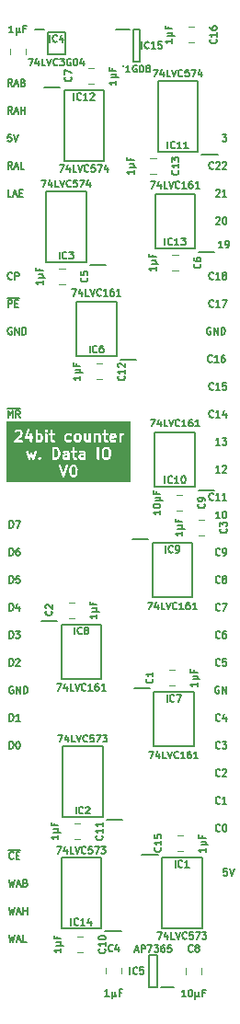
<source format=gbr>
%TF.GenerationSoftware,KiCad,Pcbnew,7.0.5*%
%TF.CreationDate,2024-01-23T16:59:00+02:00*%
%TF.ProjectId,Counter 24bit with IO,436f756e-7465-4722-9032-346269742077,rev?*%
%TF.SameCoordinates,Original*%
%TF.FileFunction,Legend,Top*%
%TF.FilePolarity,Positive*%
%FSLAX46Y46*%
G04 Gerber Fmt 4.6, Leading zero omitted, Abs format (unit mm)*
G04 Created by KiCad (PCBNEW 7.0.5) date 2024-01-23 16:59:00*
%MOMM*%
%LPD*%
G01*
G04 APERTURE LIST*
%ADD10C,0.150000*%
%ADD11C,0.200000*%
%ADD12C,0.120000*%
G04 APERTURE END LIST*
D10*
X110457839Y-130714963D02*
X110155458Y-130714963D01*
X110155458Y-130714963D02*
X110125220Y-131017344D01*
X110125220Y-131017344D02*
X110155458Y-130987105D01*
X110155458Y-130987105D02*
X110215934Y-130956867D01*
X110215934Y-130956867D02*
X110367125Y-130956867D01*
X110367125Y-130956867D02*
X110427601Y-130987105D01*
X110427601Y-130987105D02*
X110457839Y-131017344D01*
X110457839Y-131017344D02*
X110488077Y-131077820D01*
X110488077Y-131077820D02*
X110488077Y-131229010D01*
X110488077Y-131229010D02*
X110457839Y-131289486D01*
X110457839Y-131289486D02*
X110427601Y-131319725D01*
X110427601Y-131319725D02*
X110367125Y-131349963D01*
X110367125Y-131349963D02*
X110215934Y-131349963D01*
X110215934Y-131349963D02*
X110155458Y-131319725D01*
X110155458Y-131319725D02*
X110125220Y-131289486D01*
X110669506Y-130714963D02*
X110881172Y-131349963D01*
X110881172Y-131349963D02*
X111092839Y-130714963D01*
X90359398Y-131730963D02*
X90510588Y-132365963D01*
X90510588Y-132365963D02*
X90631541Y-131912391D01*
X90631541Y-131912391D02*
X90752493Y-132365963D01*
X90752493Y-132365963D02*
X90903684Y-131730963D01*
X91115350Y-132184534D02*
X91417731Y-132184534D01*
X91054874Y-132365963D02*
X91266540Y-131730963D01*
X91266540Y-131730963D02*
X91478207Y-132365963D01*
X91901541Y-132033344D02*
X91992255Y-132063582D01*
X91992255Y-132063582D02*
X92022493Y-132093820D01*
X92022493Y-132093820D02*
X92052731Y-132154296D01*
X92052731Y-132154296D02*
X92052731Y-132245010D01*
X92052731Y-132245010D02*
X92022493Y-132305486D01*
X92022493Y-132305486D02*
X91992255Y-132335725D01*
X91992255Y-132335725D02*
X91931779Y-132365963D01*
X91931779Y-132365963D02*
X91689874Y-132365963D01*
X91689874Y-132365963D02*
X91689874Y-131730963D01*
X91689874Y-131730963D02*
X91901541Y-131730963D01*
X91901541Y-131730963D02*
X91962017Y-131761201D01*
X91962017Y-131761201D02*
X91992255Y-131791439D01*
X91992255Y-131791439D02*
X92022493Y-131851915D01*
X92022493Y-131851915D02*
X92022493Y-131912391D01*
X92022493Y-131912391D02*
X91992255Y-131972867D01*
X91992255Y-131972867D02*
X91962017Y-132003105D01*
X91962017Y-132003105D02*
X91901541Y-132033344D01*
X91901541Y-132033344D02*
X91689874Y-132033344D01*
X109792601Y-124685486D02*
X109762363Y-124715725D01*
X109762363Y-124715725D02*
X109671649Y-124745963D01*
X109671649Y-124745963D02*
X109611173Y-124745963D01*
X109611173Y-124745963D02*
X109520458Y-124715725D01*
X109520458Y-124715725D02*
X109459982Y-124655248D01*
X109459982Y-124655248D02*
X109429744Y-124594772D01*
X109429744Y-124594772D02*
X109399506Y-124473820D01*
X109399506Y-124473820D02*
X109399506Y-124383105D01*
X109399506Y-124383105D02*
X109429744Y-124262153D01*
X109429744Y-124262153D02*
X109459982Y-124201677D01*
X109459982Y-124201677D02*
X109520458Y-124141201D01*
X109520458Y-124141201D02*
X109611173Y-124110963D01*
X109611173Y-124110963D02*
X109671649Y-124110963D01*
X109671649Y-124110963D02*
X109762363Y-124141201D01*
X109762363Y-124141201D02*
X109792601Y-124171439D01*
X110397363Y-124745963D02*
X110034506Y-124745963D01*
X110215934Y-124745963D02*
X110215934Y-124110963D01*
X110215934Y-124110963D02*
X110155458Y-124201677D01*
X110155458Y-124201677D02*
X110094982Y-124262153D01*
X110094982Y-124262153D02*
X110034506Y-124292391D01*
X90419874Y-101885963D02*
X90419874Y-101250963D01*
X90419874Y-101250963D02*
X90571064Y-101250963D01*
X90571064Y-101250963D02*
X90661779Y-101281201D01*
X90661779Y-101281201D02*
X90722255Y-101341677D01*
X90722255Y-101341677D02*
X90752493Y-101402153D01*
X90752493Y-101402153D02*
X90782731Y-101523105D01*
X90782731Y-101523105D02*
X90782731Y-101613820D01*
X90782731Y-101613820D02*
X90752493Y-101734772D01*
X90752493Y-101734772D02*
X90722255Y-101795248D01*
X90722255Y-101795248D02*
X90661779Y-101855725D01*
X90661779Y-101855725D02*
X90571064Y-101885963D01*
X90571064Y-101885963D02*
X90419874Y-101885963D01*
X91327017Y-101250963D02*
X91206064Y-101250963D01*
X91206064Y-101250963D02*
X91145588Y-101281201D01*
X91145588Y-101281201D02*
X91115350Y-101311439D01*
X91115350Y-101311439D02*
X91054874Y-101402153D01*
X91054874Y-101402153D02*
X91024636Y-101523105D01*
X91024636Y-101523105D02*
X91024636Y-101765010D01*
X91024636Y-101765010D02*
X91054874Y-101825486D01*
X91054874Y-101825486D02*
X91085112Y-101855725D01*
X91085112Y-101855725D02*
X91145588Y-101885963D01*
X91145588Y-101885963D02*
X91266541Y-101885963D01*
X91266541Y-101885963D02*
X91327017Y-101855725D01*
X91327017Y-101855725D02*
X91357255Y-101825486D01*
X91357255Y-101825486D02*
X91387493Y-101765010D01*
X91387493Y-101765010D02*
X91387493Y-101613820D01*
X91387493Y-101613820D02*
X91357255Y-101553344D01*
X91357255Y-101553344D02*
X91327017Y-101523105D01*
X91327017Y-101523105D02*
X91266541Y-101492867D01*
X91266541Y-101492867D02*
X91145588Y-101492867D01*
X91145588Y-101492867D02*
X91085112Y-101523105D01*
X91085112Y-101523105D02*
X91054874Y-101553344D01*
X91054874Y-101553344D02*
X91024636Y-101613820D01*
X109792601Y-106905486D02*
X109762363Y-106935725D01*
X109762363Y-106935725D02*
X109671649Y-106965963D01*
X109671649Y-106965963D02*
X109611173Y-106965963D01*
X109611173Y-106965963D02*
X109520458Y-106935725D01*
X109520458Y-106935725D02*
X109459982Y-106875248D01*
X109459982Y-106875248D02*
X109429744Y-106814772D01*
X109429744Y-106814772D02*
X109399506Y-106693820D01*
X109399506Y-106693820D02*
X109399506Y-106603105D01*
X109399506Y-106603105D02*
X109429744Y-106482153D01*
X109429744Y-106482153D02*
X109459982Y-106421677D01*
X109459982Y-106421677D02*
X109520458Y-106361201D01*
X109520458Y-106361201D02*
X109611173Y-106330963D01*
X109611173Y-106330963D02*
X109671649Y-106330963D01*
X109671649Y-106330963D02*
X109762363Y-106361201D01*
X109762363Y-106361201D02*
X109792601Y-106391439D01*
X110004268Y-106330963D02*
X110427601Y-106330963D01*
X110427601Y-106330963D02*
X110155458Y-106965963D01*
X90655731Y-61245963D02*
X90444064Y-60943582D01*
X90292874Y-61245963D02*
X90292874Y-60610963D01*
X90292874Y-60610963D02*
X90534779Y-60610963D01*
X90534779Y-60610963D02*
X90595255Y-60641201D01*
X90595255Y-60641201D02*
X90625493Y-60671439D01*
X90625493Y-60671439D02*
X90655731Y-60731915D01*
X90655731Y-60731915D02*
X90655731Y-60822629D01*
X90655731Y-60822629D02*
X90625493Y-60883105D01*
X90625493Y-60883105D02*
X90595255Y-60913344D01*
X90595255Y-60913344D02*
X90534779Y-60943582D01*
X90534779Y-60943582D02*
X90292874Y-60943582D01*
X90897636Y-61064534D02*
X91200017Y-61064534D01*
X90837160Y-61245963D02*
X91048826Y-60610963D01*
X91048826Y-60610963D02*
X91260493Y-61245963D01*
X91472160Y-61245963D02*
X91472160Y-60610963D01*
X91472160Y-60913344D02*
X91835017Y-60913344D01*
X91835017Y-61245963D02*
X91835017Y-60610963D01*
X108939887Y-80961201D02*
X108879411Y-80930963D01*
X108879411Y-80930963D02*
X108788697Y-80930963D01*
X108788697Y-80930963D02*
X108697982Y-80961201D01*
X108697982Y-80961201D02*
X108637506Y-81021677D01*
X108637506Y-81021677D02*
X108607268Y-81082153D01*
X108607268Y-81082153D02*
X108577030Y-81203105D01*
X108577030Y-81203105D02*
X108577030Y-81293820D01*
X108577030Y-81293820D02*
X108607268Y-81414772D01*
X108607268Y-81414772D02*
X108637506Y-81475248D01*
X108637506Y-81475248D02*
X108697982Y-81535725D01*
X108697982Y-81535725D02*
X108788697Y-81565963D01*
X108788697Y-81565963D02*
X108849173Y-81565963D01*
X108849173Y-81565963D02*
X108939887Y-81535725D01*
X108939887Y-81535725D02*
X108970125Y-81505486D01*
X108970125Y-81505486D02*
X108970125Y-81293820D01*
X108970125Y-81293820D02*
X108849173Y-81293820D01*
X109242268Y-81565963D02*
X109242268Y-80930963D01*
X109242268Y-80930963D02*
X109605125Y-81565963D01*
X109605125Y-81565963D02*
X109605125Y-80930963D01*
X109907506Y-81565963D02*
X109907506Y-80930963D01*
X109907506Y-80930963D02*
X110058696Y-80930963D01*
X110058696Y-80930963D02*
X110149411Y-80961201D01*
X110149411Y-80961201D02*
X110209887Y-81021677D01*
X110209887Y-81021677D02*
X110240125Y-81082153D01*
X110240125Y-81082153D02*
X110270363Y-81203105D01*
X110270363Y-81203105D02*
X110270363Y-81293820D01*
X110270363Y-81293820D02*
X110240125Y-81414772D01*
X110240125Y-81414772D02*
X110209887Y-81475248D01*
X110209887Y-81475248D02*
X110149411Y-81535725D01*
X110149411Y-81535725D02*
X110058696Y-81565963D01*
X110058696Y-81565963D02*
X109907506Y-81565963D01*
X90752493Y-113981201D02*
X90692017Y-113950963D01*
X90692017Y-113950963D02*
X90601303Y-113950963D01*
X90601303Y-113950963D02*
X90510588Y-113981201D01*
X90510588Y-113981201D02*
X90450112Y-114041677D01*
X90450112Y-114041677D02*
X90419874Y-114102153D01*
X90419874Y-114102153D02*
X90389636Y-114223105D01*
X90389636Y-114223105D02*
X90389636Y-114313820D01*
X90389636Y-114313820D02*
X90419874Y-114434772D01*
X90419874Y-114434772D02*
X90450112Y-114495248D01*
X90450112Y-114495248D02*
X90510588Y-114555725D01*
X90510588Y-114555725D02*
X90601303Y-114585963D01*
X90601303Y-114585963D02*
X90661779Y-114585963D01*
X90661779Y-114585963D02*
X90752493Y-114555725D01*
X90752493Y-114555725D02*
X90782731Y-114525486D01*
X90782731Y-114525486D02*
X90782731Y-114313820D01*
X90782731Y-114313820D02*
X90661779Y-114313820D01*
X91054874Y-114585963D02*
X91054874Y-113950963D01*
X91054874Y-113950963D02*
X91417731Y-114585963D01*
X91417731Y-114585963D02*
X91417731Y-113950963D01*
X91720112Y-114585963D02*
X91720112Y-113950963D01*
X91720112Y-113950963D02*
X91871302Y-113950963D01*
X91871302Y-113950963D02*
X91962017Y-113981201D01*
X91962017Y-113981201D02*
X92022493Y-114041677D01*
X92022493Y-114041677D02*
X92052731Y-114102153D01*
X92052731Y-114102153D02*
X92082969Y-114223105D01*
X92082969Y-114223105D02*
X92082969Y-114313820D01*
X92082969Y-114313820D02*
X92052731Y-114434772D01*
X92052731Y-114434772D02*
X92022493Y-114495248D01*
X92022493Y-114495248D02*
X91962017Y-114555725D01*
X91962017Y-114555725D02*
X91871302Y-114585963D01*
X91871302Y-114585963D02*
X91720112Y-114585963D01*
D11*
G36*
X96397192Y-93739023D02*
G01*
X96421862Y-93763693D01*
X96457313Y-93834596D01*
X96499285Y-94002482D01*
X96499285Y-94215954D01*
X96457313Y-94383841D01*
X96421862Y-94454743D01*
X96397191Y-94479414D01*
X96337584Y-94509219D01*
X96289558Y-94509219D01*
X96229951Y-94479415D01*
X96205280Y-94454743D01*
X96169828Y-94383840D01*
X96127857Y-94215954D01*
X96127857Y-94002483D01*
X96169828Y-93834595D01*
X96205280Y-93763692D01*
X96229949Y-93739023D01*
X96289558Y-93709219D01*
X96337584Y-93709219D01*
X96397192Y-93739023D01*
G37*
G36*
X94759553Y-92134241D02*
G01*
X94826624Y-92201312D01*
X94862075Y-92272215D01*
X94904047Y-92440101D01*
X94904047Y-92558334D01*
X94862075Y-92726223D01*
X94826623Y-92797125D01*
X94759553Y-92864196D01*
X94654487Y-92899219D01*
X94532619Y-92899219D01*
X94532619Y-92099219D01*
X94654486Y-92099219D01*
X94759553Y-92134241D01*
G37*
G36*
X95761190Y-92718333D02*
G01*
X95761190Y-92889796D01*
X95742346Y-92899219D01*
X95551463Y-92899219D01*
X95507154Y-92877064D01*
X95485000Y-92832755D01*
X95485000Y-92784729D01*
X95507154Y-92740420D01*
X95551463Y-92718266D01*
X95760567Y-92718266D01*
X95761190Y-92718333D01*
G37*
G36*
X97237381Y-92718333D02*
G01*
X97237381Y-92889796D01*
X97218537Y-92899219D01*
X97027654Y-92899219D01*
X96983345Y-92877064D01*
X96961191Y-92832755D01*
X96961191Y-92784729D01*
X96983345Y-92740420D01*
X97027654Y-92718266D01*
X97236758Y-92718266D01*
X97237381Y-92718333D01*
G37*
G36*
X99468621Y-92129023D02*
G01*
X99532798Y-92193200D01*
X99570714Y-92344863D01*
X99570714Y-92653573D01*
X99532797Y-92805237D01*
X99468621Y-92869414D01*
X99409013Y-92899219D01*
X99265749Y-92899219D01*
X99206142Y-92869415D01*
X99141963Y-92805235D01*
X99104048Y-92653573D01*
X99104048Y-92344864D01*
X99141964Y-92193199D01*
X99206141Y-92129023D01*
X99265749Y-92099219D01*
X99409013Y-92099219D01*
X99468621Y-92129023D01*
G37*
G36*
X93230525Y-90852356D02*
G01*
X93255194Y-90877026D01*
X93284999Y-90936633D01*
X93284999Y-91175136D01*
X93255195Y-91234743D01*
X93230524Y-91259414D01*
X93170917Y-91289219D01*
X93027653Y-91289219D01*
X93008809Y-91279797D01*
X93008809Y-90831974D01*
X93027653Y-90822552D01*
X93170917Y-90822552D01*
X93230525Y-90852356D01*
G37*
G36*
X96801954Y-90852356D02*
G01*
X96826624Y-90877026D01*
X96856428Y-90936633D01*
X96856428Y-91175136D01*
X96826624Y-91234743D01*
X96801953Y-91259414D01*
X96742346Y-91289219D01*
X96646701Y-91289219D01*
X96587094Y-91259415D01*
X96562423Y-91234743D01*
X96532619Y-91175135D01*
X96532619Y-90936634D01*
X96562423Y-90877025D01*
X96587093Y-90852355D01*
X96646701Y-90822552D01*
X96742346Y-90822552D01*
X96801954Y-90852356D01*
G37*
G36*
X100072369Y-90844706D02*
G01*
X100089820Y-90879607D01*
X99818334Y-90933904D01*
X99818334Y-90889015D01*
X99840488Y-90844706D01*
X99884797Y-90822552D01*
X100028061Y-90822552D01*
X100072369Y-90844706D01*
G37*
G36*
X101596906Y-95184857D02*
G01*
X90173095Y-95184857D01*
X90173095Y-93612986D01*
X94971322Y-93612986D01*
X95308220Y-94623679D01*
X95307813Y-94634949D01*
X95317328Y-94651002D01*
X95318488Y-94654482D01*
X95324622Y-94663309D01*
X95337756Y-94685467D01*
X95341232Y-94687209D01*
X95343450Y-94690400D01*
X95367241Y-94700242D01*
X95390258Y-94711776D01*
X95394121Y-94711362D01*
X95397715Y-94712849D01*
X95423045Y-94708266D01*
X95448650Y-94705526D01*
X95451680Y-94703086D01*
X95455502Y-94702395D01*
X95474328Y-94684851D01*
X95494392Y-94668698D01*
X95495621Y-94665009D01*
X95498465Y-94662360D01*
X95504821Y-94637409D01*
X95642613Y-94224033D01*
X95923721Y-94224033D01*
X95927857Y-94240577D01*
X95927857Y-94242645D01*
X95931336Y-94254495D01*
X95974141Y-94425715D01*
X95972902Y-94437200D01*
X95981123Y-94453642D01*
X95981949Y-94456945D01*
X95987534Y-94466465D01*
X96028044Y-94547484D01*
X96031621Y-94563927D01*
X96051104Y-94583410D01*
X96069873Y-94603588D01*
X96071765Y-94604071D01*
X96091137Y-94623444D01*
X96099730Y-94637911D01*
X96124368Y-94650230D01*
X96148559Y-94663440D01*
X96150508Y-94663300D01*
X96216413Y-94696253D01*
X96236589Y-94709219D01*
X96257024Y-94709219D01*
X96277140Y-94712839D01*
X96285868Y-94709219D01*
X96355805Y-94709219D01*
X96379648Y-94711793D01*
X96397924Y-94702654D01*
X96417537Y-94696896D01*
X96423725Y-94689754D01*
X96489933Y-94656650D01*
X96506377Y-94653073D01*
X96525862Y-94633587D01*
X96546036Y-94614822D01*
X96546520Y-94612928D01*
X96565893Y-94593555D01*
X96580358Y-94584964D01*
X96592675Y-94560329D01*
X96605887Y-94536133D01*
X96605747Y-94534185D01*
X96633142Y-94479395D01*
X96641559Y-94471482D01*
X96646018Y-94453643D01*
X96647539Y-94450603D01*
X96649492Y-94439748D01*
X96692308Y-94268485D01*
X96699285Y-94257629D01*
X96699285Y-94240578D01*
X96699787Y-94238570D01*
X96699285Y-94226223D01*
X96699285Y-94006629D01*
X96703421Y-93994404D01*
X96699285Y-93977859D01*
X96699285Y-93975792D01*
X96695805Y-93963941D01*
X96653000Y-93792720D01*
X96654240Y-93781236D01*
X96646018Y-93764792D01*
X96645193Y-93761492D01*
X96639609Y-93751975D01*
X96599096Y-93670949D01*
X96595520Y-93654509D01*
X96576045Y-93635034D01*
X96557269Y-93614848D01*
X96555374Y-93614363D01*
X96536004Y-93594993D01*
X96527412Y-93580527D01*
X96502777Y-93568209D01*
X96478582Y-93554998D01*
X96476632Y-93555137D01*
X96410731Y-93522186D01*
X96390553Y-93509219D01*
X96370117Y-93509219D01*
X96350002Y-93505599D01*
X96341274Y-93509219D01*
X96271336Y-93509219D01*
X96247493Y-93506645D01*
X96229215Y-93515783D01*
X96209605Y-93521542D01*
X96203417Y-93528683D01*
X96137206Y-93561788D01*
X96120766Y-93565365D01*
X96101291Y-93584839D01*
X96081105Y-93603616D01*
X96080620Y-93605510D01*
X96061250Y-93624880D01*
X96046784Y-93633473D01*
X96034466Y-93658107D01*
X96021255Y-93682303D01*
X96021394Y-93684252D01*
X95994000Y-93739040D01*
X95985583Y-93746955D01*
X95981123Y-93764795D01*
X95979603Y-93767835D01*
X95977650Y-93778686D01*
X95934833Y-93949951D01*
X95927857Y-93960808D01*
X95927857Y-93977859D01*
X95927355Y-93979867D01*
X95927857Y-93992213D01*
X95927857Y-94211807D01*
X95923721Y-94224033D01*
X95642613Y-94224033D01*
X95841557Y-93627201D01*
X95843138Y-93583490D01*
X95813195Y-93532972D01*
X95760693Y-93506662D01*
X95702301Y-93512913D01*
X95656559Y-93549740D01*
X95408809Y-94292990D01*
X95165797Y-93563955D01*
X95140835Y-93528038D01*
X95086570Y-93505589D01*
X95028783Y-93516042D01*
X94985819Y-93556078D01*
X94971322Y-93612986D01*
X90173095Y-93612986D01*
X90173095Y-92331791D01*
X91947448Y-92331791D01*
X92140803Y-93008536D01*
X92139810Y-93018974D01*
X92148720Y-93036245D01*
X92149941Y-93040517D01*
X92155279Y-93048959D01*
X92166735Y-93071163D01*
X92170806Y-93073512D01*
X92173319Y-93077485D01*
X92195965Y-93088027D01*
X92217601Y-93100510D01*
X92222296Y-93100285D01*
X92226558Y-93102269D01*
X92251307Y-93098894D01*
X92276260Y-93097699D01*
X92280088Y-93094970D01*
X92284745Y-93094336D01*
X92303739Y-93078118D01*
X92324086Y-93063621D01*
X92325831Y-93059256D01*
X92329407Y-93056204D01*
X92336619Y-93032288D01*
X92432619Y-92792287D01*
X92523235Y-93018828D01*
X92523312Y-93029311D01*
X92533935Y-93045579D01*
X92535587Y-93049708D01*
X92541763Y-93057566D01*
X92555421Y-93078481D01*
X92559711Y-93080402D01*
X92562616Y-93084098D01*
X92586217Y-93092274D01*
X92609016Y-93102485D01*
X92613663Y-93101782D01*
X92618106Y-93103321D01*
X92642383Y-93097438D01*
X92667081Y-93093704D01*
X92670611Y-93090599D01*
X92675179Y-93089493D01*
X92692420Y-93071421D01*
X92711181Y-93054924D01*
X92712472Y-93050403D01*
X92715717Y-93047003D01*
X92720451Y-93022476D01*
X92742826Y-92944165D01*
X93042948Y-92944165D01*
X93047669Y-92965869D01*
X93049255Y-92988023D01*
X93053814Y-92994113D01*
X93055432Y-93001548D01*
X93071136Y-93017252D01*
X93084448Y-93035034D01*
X93091577Y-93037693D01*
X93105764Y-93051880D01*
X93106847Y-93055566D01*
X93120912Y-93067753D01*
X93132066Y-93082653D01*
X93142673Y-93086609D01*
X93151229Y-93094023D01*
X93162435Y-93095634D01*
X93172370Y-93101059D01*
X93179958Y-93100516D01*
X93187089Y-93103176D01*
X93198151Y-93100769D01*
X93209356Y-93102380D01*
X93219655Y-93097676D01*
X93230946Y-93096869D01*
X93237036Y-93092309D01*
X93244472Y-93090692D01*
X93252475Y-93082688D01*
X93262775Y-93077985D01*
X93268896Y-93068459D01*
X93277957Y-93061677D01*
X93280616Y-93054547D01*
X93307793Y-93027370D01*
X93325576Y-93014059D01*
X93325579Y-93014051D01*
X94329458Y-93014051D01*
X94338684Y-93034254D01*
X94344942Y-93055566D01*
X94350692Y-93060548D01*
X94353853Y-93067470D01*
X94372538Y-93079478D01*
X94389324Y-93094023D01*
X94396855Y-93095105D01*
X94403256Y-93099219D01*
X94425465Y-93099219D01*
X94447451Y-93102380D01*
X94454373Y-93099219D01*
X94658174Y-93099219D01*
X94674481Y-93103373D01*
X94700620Y-93094659D01*
X94727061Y-93086896D01*
X94728340Y-93085419D01*
X94840081Y-93048172D01*
X94863519Y-93043073D01*
X94877969Y-93028622D01*
X94894752Y-93016959D01*
X94898364Y-93008227D01*
X94970654Y-92935936D01*
X94985120Y-92927345D01*
X94997433Y-92902718D01*
X95010650Y-92878514D01*
X95010510Y-92876564D01*
X95037904Y-92821776D01*
X95046321Y-92813863D01*
X95050780Y-92796024D01*
X95052301Y-92792984D01*
X95054254Y-92782129D01*
X95056709Y-92772311D01*
X95281380Y-92772311D01*
X95285000Y-92781039D01*
X95285000Y-92850975D01*
X95282426Y-92874819D01*
X95291564Y-92893096D01*
X95297323Y-92912708D01*
X95304463Y-92918895D01*
X95331783Y-92973535D01*
X95331646Y-92977420D01*
X95344790Y-92999550D01*
X95349606Y-93009182D01*
X95352109Y-93011873D01*
X95361635Y-93027911D01*
X95371717Y-93032952D01*
X95379397Y-93041208D01*
X95397473Y-93045830D01*
X95478318Y-93086253D01*
X95498494Y-93099219D01*
X95518929Y-93099219D01*
X95539045Y-93102839D01*
X95547773Y-93099219D01*
X95760567Y-93099219D01*
X95784410Y-93101793D01*
X95802686Y-93092654D01*
X95812866Y-93089665D01*
X95817895Y-93094023D01*
X95876022Y-93102380D01*
X95929441Y-93077985D01*
X95961190Y-93028582D01*
X95961190Y-92964183D01*
X95965347Y-92947927D01*
X95961190Y-92935418D01*
X95961190Y-92583230D01*
X95965347Y-92566974D01*
X95961190Y-92554465D01*
X95961190Y-92480793D01*
X95963764Y-92456950D01*
X95954625Y-92438672D01*
X95948867Y-92419062D01*
X95941725Y-92412874D01*
X95914406Y-92358236D01*
X95914544Y-92354351D01*
X95910406Y-92347384D01*
X96091363Y-92347384D01*
X96115758Y-92400803D01*
X96165161Y-92432552D01*
X96237381Y-92432552D01*
X96237381Y-92850975D01*
X96234807Y-92874819D01*
X96243945Y-92893096D01*
X96249704Y-92912708D01*
X96256844Y-92918895D01*
X96284164Y-92973535D01*
X96284027Y-92977420D01*
X96297171Y-92999550D01*
X96301987Y-93009182D01*
X96304490Y-93011873D01*
X96314016Y-93027911D01*
X96324098Y-93032952D01*
X96331778Y-93041208D01*
X96349854Y-93045830D01*
X96430699Y-93086253D01*
X96450875Y-93099219D01*
X96471310Y-93099219D01*
X96491426Y-93102839D01*
X96500154Y-93099219D01*
X96589855Y-93099219D01*
X96631823Y-93086896D01*
X96670280Y-93042514D01*
X96678637Y-92984387D01*
X96654242Y-92930968D01*
X96604839Y-92899219D01*
X96503844Y-92899219D01*
X96459535Y-92877064D01*
X96437381Y-92832755D01*
X96437381Y-92772311D01*
X96757571Y-92772311D01*
X96761191Y-92781039D01*
X96761191Y-92850975D01*
X96758617Y-92874819D01*
X96767755Y-92893096D01*
X96773514Y-92912708D01*
X96780654Y-92918895D01*
X96807974Y-92973535D01*
X96807837Y-92977420D01*
X96820981Y-92999550D01*
X96825797Y-93009182D01*
X96828300Y-93011873D01*
X96837826Y-93027911D01*
X96847908Y-93032952D01*
X96855588Y-93041208D01*
X96873664Y-93045830D01*
X96954509Y-93086253D01*
X96974685Y-93099219D01*
X96995120Y-93099219D01*
X97015236Y-93102839D01*
X97023964Y-93099219D01*
X97236758Y-93099219D01*
X97260601Y-93101793D01*
X97278877Y-93092654D01*
X97289057Y-93089665D01*
X97294086Y-93094023D01*
X97352213Y-93102380D01*
X97405632Y-93077985D01*
X97437381Y-93028582D01*
X97437381Y-93013598D01*
X98475477Y-93013598D01*
X98487800Y-93055566D01*
X98532182Y-93094023D01*
X98590309Y-93102380D01*
X98643728Y-93077985D01*
X98675477Y-93028582D01*
X98675477Y-92661652D01*
X98899912Y-92661652D01*
X98904048Y-92678195D01*
X98904048Y-92680264D01*
X98907527Y-92692114D01*
X98954275Y-92879106D01*
X98960193Y-92906308D01*
X98971897Y-92918012D01*
X98980274Y-92932290D01*
X98992236Y-92938351D01*
X99067328Y-93013444D01*
X99075921Y-93027911D01*
X99100549Y-93040225D01*
X99124751Y-93053441D01*
X99126701Y-93053301D01*
X99192604Y-93086253D01*
X99212780Y-93099219D01*
X99233215Y-93099219D01*
X99253331Y-93102839D01*
X99262059Y-93099219D01*
X99427234Y-93099219D01*
X99451077Y-93101793D01*
X99469353Y-93092654D01*
X99488966Y-93086896D01*
X99495154Y-93079754D01*
X99561362Y-93046650D01*
X99577805Y-93043073D01*
X99597281Y-93023596D01*
X99617465Y-93004822D01*
X99617949Y-93002928D01*
X99692694Y-92928182D01*
X99712988Y-92909101D01*
X99717002Y-92893043D01*
X99724936Y-92878514D01*
X99723979Y-92865136D01*
X99763737Y-92706104D01*
X99770714Y-92695248D01*
X99770714Y-92678196D01*
X99771216Y-92676189D01*
X99770714Y-92663842D01*
X99770714Y-92349010D01*
X99774850Y-92336785D01*
X99770714Y-92320240D01*
X99770714Y-92318173D01*
X99767234Y-92306322D01*
X99720487Y-92119336D01*
X99714569Y-92092128D01*
X99702863Y-92080422D01*
X99694488Y-92066147D01*
X99682526Y-92060085D01*
X99607432Y-91984992D01*
X99598841Y-91970527D01*
X99574206Y-91958209D01*
X99550011Y-91944998D01*
X99548061Y-91945137D01*
X99482160Y-91912186D01*
X99461982Y-91899219D01*
X99441546Y-91899219D01*
X99421431Y-91895599D01*
X99412703Y-91899219D01*
X99247527Y-91899219D01*
X99223684Y-91896645D01*
X99205406Y-91905783D01*
X99185796Y-91911542D01*
X99179608Y-91918683D01*
X99113401Y-91951786D01*
X99096957Y-91955364D01*
X99077470Y-91974850D01*
X99057296Y-91993616D01*
X99056811Y-91995509D01*
X98982059Y-92070262D01*
X98961774Y-92089336D01*
X98957759Y-92105395D01*
X98949827Y-92119922D01*
X98950783Y-92133297D01*
X98911024Y-92292332D01*
X98904048Y-92303189D01*
X98904048Y-92320240D01*
X98903546Y-92322248D01*
X98904048Y-92334594D01*
X98904048Y-92649426D01*
X98899912Y-92661652D01*
X98675477Y-92661652D01*
X98675477Y-91984840D01*
X98663154Y-91942872D01*
X98618772Y-91904415D01*
X98560645Y-91896058D01*
X98507226Y-91920453D01*
X98475477Y-91969856D01*
X98475477Y-93013598D01*
X97437381Y-93013598D01*
X97437381Y-92964183D01*
X97441538Y-92947927D01*
X97437381Y-92935418D01*
X97437381Y-92583230D01*
X97441538Y-92566974D01*
X97437381Y-92554465D01*
X97437381Y-92480793D01*
X97439955Y-92456950D01*
X97430816Y-92438672D01*
X97425058Y-92419062D01*
X97417916Y-92412874D01*
X97390597Y-92358236D01*
X97390735Y-92354351D01*
X97377585Y-92332211D01*
X97372774Y-92322589D01*
X97370273Y-92319900D01*
X97360746Y-92303860D01*
X97350664Y-92298819D01*
X97342984Y-92290562D01*
X97324903Y-92285938D01*
X97244065Y-92245519D01*
X97223887Y-92232552D01*
X97203451Y-92232552D01*
X97183336Y-92228932D01*
X97174608Y-92232552D01*
X97009432Y-92232552D01*
X96985589Y-92229978D01*
X96967311Y-92239116D01*
X96947701Y-92244875D01*
X96941513Y-92252016D01*
X96851228Y-92297159D01*
X96819201Y-92326949D01*
X96804653Y-92383844D01*
X96823173Y-92439572D01*
X96868882Y-92476442D01*
X96927268Y-92482745D01*
X97027654Y-92432552D01*
X97170918Y-92432552D01*
X97215226Y-92454706D01*
X97237381Y-92499014D01*
X97237381Y-92508843D01*
X97218537Y-92518266D01*
X97009432Y-92518266D01*
X96985589Y-92515692D01*
X96967311Y-92524830D01*
X96947701Y-92530589D01*
X96941513Y-92537730D01*
X96886875Y-92565049D01*
X96882990Y-92564912D01*
X96860850Y-92578061D01*
X96851228Y-92582873D01*
X96848539Y-92585373D01*
X96832499Y-92594901D01*
X96827458Y-92604982D01*
X96819201Y-92612663D01*
X96814577Y-92630743D01*
X96774158Y-92711581D01*
X96761191Y-92731760D01*
X96761191Y-92752195D01*
X96757571Y-92772311D01*
X96437381Y-92772311D01*
X96437381Y-92432552D01*
X96589855Y-92432552D01*
X96631823Y-92420229D01*
X96670280Y-92375847D01*
X96678637Y-92317720D01*
X96654242Y-92264301D01*
X96604839Y-92232552D01*
X96437381Y-92232552D01*
X96437381Y-91984840D01*
X96425058Y-91942872D01*
X96380676Y-91904415D01*
X96322549Y-91896058D01*
X96269130Y-91920453D01*
X96237381Y-91969856D01*
X96237381Y-92232552D01*
X96180145Y-92232552D01*
X96138177Y-92244875D01*
X96099720Y-92289257D01*
X96091363Y-92347384D01*
X95910406Y-92347384D01*
X95901394Y-92332211D01*
X95896583Y-92322589D01*
X95894082Y-92319900D01*
X95884555Y-92303860D01*
X95874473Y-92298819D01*
X95866793Y-92290562D01*
X95848712Y-92285938D01*
X95767874Y-92245519D01*
X95747696Y-92232552D01*
X95727260Y-92232552D01*
X95707145Y-92228932D01*
X95698417Y-92232552D01*
X95533241Y-92232552D01*
X95509398Y-92229978D01*
X95491120Y-92239116D01*
X95471510Y-92244875D01*
X95465322Y-92252016D01*
X95375037Y-92297159D01*
X95343010Y-92326949D01*
X95328462Y-92383844D01*
X95346982Y-92439572D01*
X95392691Y-92476442D01*
X95451077Y-92482745D01*
X95551463Y-92432552D01*
X95694727Y-92432552D01*
X95739035Y-92454706D01*
X95761190Y-92499015D01*
X95761190Y-92508843D01*
X95742346Y-92518266D01*
X95533241Y-92518266D01*
X95509398Y-92515692D01*
X95491120Y-92524830D01*
X95471510Y-92530589D01*
X95465322Y-92537730D01*
X95410684Y-92565049D01*
X95406799Y-92564912D01*
X95384659Y-92578061D01*
X95375037Y-92582873D01*
X95372348Y-92585373D01*
X95356308Y-92594901D01*
X95351267Y-92604982D01*
X95343010Y-92612663D01*
X95338386Y-92630743D01*
X95297967Y-92711581D01*
X95285000Y-92731760D01*
X95285000Y-92752195D01*
X95281380Y-92772311D01*
X95056709Y-92772311D01*
X95097070Y-92610866D01*
X95104047Y-92600010D01*
X95104047Y-92582958D01*
X95104549Y-92580951D01*
X95104047Y-92568604D01*
X95104047Y-92444248D01*
X95108183Y-92432023D01*
X95104047Y-92415478D01*
X95104047Y-92413411D01*
X95100567Y-92401560D01*
X95057762Y-92230339D01*
X95059002Y-92218855D01*
X95050780Y-92202411D01*
X95049955Y-92199111D01*
X95044371Y-92189594D01*
X95003860Y-92108572D01*
X95000283Y-92092128D01*
X94980796Y-92072641D01*
X94962031Y-92052467D01*
X94960137Y-92051982D01*
X94888087Y-91979933D01*
X94873049Y-91961255D01*
X94853663Y-91954793D01*
X94835725Y-91944998D01*
X94826300Y-91945672D01*
X94714232Y-91908316D01*
X94700077Y-91899219D01*
X94672522Y-91899219D01*
X94644984Y-91898223D01*
X94643304Y-91899219D01*
X94439773Y-91899219D01*
X94417787Y-91896058D01*
X94397583Y-91905284D01*
X94376272Y-91911542D01*
X94371289Y-91917292D01*
X94364368Y-91920453D01*
X94352359Y-91939138D01*
X94337815Y-91955924D01*
X94336732Y-91963455D01*
X94332619Y-91969856D01*
X94332619Y-91992064D01*
X94329458Y-92014051D01*
X94332619Y-92020972D01*
X94332619Y-92992064D01*
X94329458Y-93014051D01*
X93325579Y-93014051D01*
X93333339Y-92993246D01*
X93343983Y-92973754D01*
X93343440Y-92966166D01*
X93346100Y-92959036D01*
X93341377Y-92937326D01*
X93339793Y-92915178D01*
X93335234Y-92909088D01*
X93333617Y-92901653D01*
X93317909Y-92885945D01*
X93304601Y-92868167D01*
X93297473Y-92865508D01*
X93283282Y-92851317D01*
X93282201Y-92847633D01*
X93268133Y-92835443D01*
X93256981Y-92820546D01*
X93246375Y-92816590D01*
X93237819Y-92809176D01*
X93226614Y-92807565D01*
X93216679Y-92802140D01*
X93209089Y-92802682D01*
X93201958Y-92800023D01*
X93190895Y-92802429D01*
X93179692Y-92800819D01*
X93169394Y-92805521D01*
X93158103Y-92806329D01*
X93152011Y-92810889D01*
X93144575Y-92812507D01*
X93136571Y-92820511D01*
X93126273Y-92825214D01*
X93120152Y-92834737D01*
X93111091Y-92841521D01*
X93108431Y-92848651D01*
X93081253Y-92875830D01*
X93063471Y-92889142D01*
X93055709Y-92909951D01*
X93045064Y-92929447D01*
X93045606Y-92937036D01*
X93042948Y-92944165D01*
X92742826Y-92944165D01*
X92913674Y-92346198D01*
X92913354Y-92302460D01*
X92881245Y-92253290D01*
X92827650Y-92229286D01*
X92769585Y-92238067D01*
X92725485Y-92276847D01*
X92607303Y-92690482D01*
X92534465Y-92508386D01*
X92534952Y-92503274D01*
X92523683Y-92481431D01*
X92520126Y-92472538D01*
X92517125Y-92468720D01*
X92508027Y-92451084D01*
X92499312Y-92446056D01*
X92493098Y-92438149D01*
X92474349Y-92431653D01*
X92457161Y-92421737D01*
X92447114Y-92422218D01*
X92437608Y-92418925D01*
X92418321Y-92423598D01*
X92398502Y-92424548D01*
X92390309Y-92430385D01*
X92380535Y-92432754D01*
X92366838Y-92447109D01*
X92350676Y-92458626D01*
X92346940Y-92467965D01*
X92339997Y-92475243D01*
X92336235Y-92494726D01*
X92257934Y-92690481D01*
X92143869Y-92291254D01*
X92120491Y-92254286D01*
X92067252Y-92229502D01*
X92009065Y-92237435D01*
X91964403Y-92275567D01*
X91947448Y-92331791D01*
X90173095Y-92331791D01*
X90173095Y-91404051D01*
X90805648Y-91404051D01*
X90810350Y-91414348D01*
X90811158Y-91425641D01*
X90822311Y-91440540D01*
X90830043Y-91457470D01*
X90839566Y-91463590D01*
X90846351Y-91472653D01*
X90863789Y-91479157D01*
X90879446Y-91489219D01*
X90890765Y-91489219D01*
X90901374Y-91493176D01*
X90919562Y-91489219D01*
X91542235Y-91489219D01*
X91584203Y-91476896D01*
X91622660Y-91432514D01*
X91631017Y-91374387D01*
X91606622Y-91320968D01*
X91557219Y-91289219D01*
X91150230Y-91289219D01*
X91368731Y-91070717D01*
X91805648Y-91070717D01*
X91808019Y-91075909D01*
X91807813Y-91081615D01*
X91820063Y-91102283D01*
X91830043Y-91124136D01*
X91834845Y-91127222D01*
X91837756Y-91132133D01*
X91859235Y-91142896D01*
X91879446Y-91155885D01*
X91885154Y-91155885D01*
X91890257Y-91158442D01*
X91914147Y-91155885D01*
X92284999Y-91155885D01*
X92284999Y-91403598D01*
X92297322Y-91445566D01*
X92341704Y-91484023D01*
X92399831Y-91492380D01*
X92453250Y-91467985D01*
X92484999Y-91418582D01*
X92484999Y-91155885D01*
X92542235Y-91155885D01*
X92584203Y-91143562D01*
X92622660Y-91099180D01*
X92631017Y-91041053D01*
X92606622Y-90987634D01*
X92557219Y-90955885D01*
X92484999Y-90955885D01*
X92484999Y-90773844D01*
X92804652Y-90773844D01*
X92808809Y-90786352D01*
X92808809Y-91339833D01*
X92807836Y-91367420D01*
X92808809Y-91369058D01*
X92808809Y-91403598D01*
X92821132Y-91445566D01*
X92865514Y-91484023D01*
X92923641Y-91492380D01*
X92956355Y-91477440D01*
X92974684Y-91489219D01*
X92995119Y-91489219D01*
X93015235Y-91492839D01*
X93023963Y-91489219D01*
X93189138Y-91489219D01*
X93212981Y-91491793D01*
X93231257Y-91482654D01*
X93250870Y-91476896D01*
X93257058Y-91469754D01*
X93323266Y-91436650D01*
X93339710Y-91433073D01*
X93359195Y-91413587D01*
X93369934Y-91403598D01*
X93713571Y-91403598D01*
X93725894Y-91445566D01*
X93770276Y-91484023D01*
X93828403Y-91492380D01*
X93881822Y-91467985D01*
X93913571Y-91418582D01*
X93913571Y-90737384D01*
X94043743Y-90737384D01*
X94068138Y-90790803D01*
X94117541Y-90822552D01*
X94189761Y-90822552D01*
X94189761Y-91240975D01*
X94187187Y-91264819D01*
X94196325Y-91283096D01*
X94202084Y-91302708D01*
X94209224Y-91308895D01*
X94236544Y-91363535D01*
X94236407Y-91367420D01*
X94249551Y-91389550D01*
X94254367Y-91399182D01*
X94256870Y-91401873D01*
X94266396Y-91417911D01*
X94276478Y-91422952D01*
X94284158Y-91431208D01*
X94302234Y-91435830D01*
X94383079Y-91476253D01*
X94403255Y-91489219D01*
X94423690Y-91489219D01*
X94443806Y-91492839D01*
X94452534Y-91489219D01*
X94542235Y-91489219D01*
X94584203Y-91476896D01*
X94622660Y-91432514D01*
X94631017Y-91374387D01*
X94606622Y-91320968D01*
X94557219Y-91289219D01*
X94456224Y-91289219D01*
X94411915Y-91267064D01*
X94389761Y-91222755D01*
X94389761Y-90924216D01*
X95471856Y-90924216D01*
X95475476Y-90932944D01*
X95475476Y-91193356D01*
X95472902Y-91217200D01*
X95482040Y-91235476D01*
X95487799Y-91255089D01*
X95494940Y-91261277D01*
X95528044Y-91327484D01*
X95531621Y-91343927D01*
X95551104Y-91363410D01*
X95569873Y-91383588D01*
X95571765Y-91384071D01*
X95591137Y-91403444D01*
X95599730Y-91417911D01*
X95624368Y-91430230D01*
X95648559Y-91443440D01*
X95650508Y-91443300D01*
X95716413Y-91476253D01*
X95736589Y-91489219D01*
X95757024Y-91489219D01*
X95777140Y-91492839D01*
X95785868Y-91489219D01*
X95951043Y-91489219D01*
X95974886Y-91491793D01*
X95993162Y-91482654D01*
X96012775Y-91476896D01*
X96018963Y-91469754D01*
X96109248Y-91424612D01*
X96141274Y-91394822D01*
X96155823Y-91337927D01*
X96137303Y-91282199D01*
X96091593Y-91245329D01*
X96033207Y-91239026D01*
X95932822Y-91289219D01*
X95789558Y-91289219D01*
X95729951Y-91259415D01*
X95705280Y-91234743D01*
X95675476Y-91175135D01*
X95675476Y-90936634D01*
X95681685Y-90924216D01*
X96328999Y-90924216D01*
X96332619Y-90932944D01*
X96332619Y-91193356D01*
X96330045Y-91217200D01*
X96339183Y-91235476D01*
X96344942Y-91255089D01*
X96352083Y-91261277D01*
X96385187Y-91327484D01*
X96388764Y-91343927D01*
X96408247Y-91363410D01*
X96427016Y-91383588D01*
X96428908Y-91384071D01*
X96448280Y-91403444D01*
X96456873Y-91417911D01*
X96481511Y-91430230D01*
X96505702Y-91443440D01*
X96507651Y-91443300D01*
X96573556Y-91476253D01*
X96593732Y-91489219D01*
X96614167Y-91489219D01*
X96634283Y-91492839D01*
X96643011Y-91489219D01*
X96760567Y-91489219D01*
X96784410Y-91491793D01*
X96802686Y-91482654D01*
X96822299Y-91476896D01*
X96828487Y-91469754D01*
X96894695Y-91436650D01*
X96911139Y-91433073D01*
X96930624Y-91413587D01*
X96950798Y-91394822D01*
X96951282Y-91392928D01*
X96970655Y-91373555D01*
X96985120Y-91364964D01*
X96997437Y-91340329D01*
X97010649Y-91316133D01*
X97010509Y-91314185D01*
X97035192Y-91264819D01*
X97282426Y-91264819D01*
X97291564Y-91283096D01*
X97297323Y-91302708D01*
X97304463Y-91308895D01*
X97331783Y-91363535D01*
X97331646Y-91367420D01*
X97344790Y-91389550D01*
X97349606Y-91399182D01*
X97352109Y-91401873D01*
X97361635Y-91417911D01*
X97371717Y-91422952D01*
X97379397Y-91431208D01*
X97397473Y-91435830D01*
X97478318Y-91476253D01*
X97498494Y-91489219D01*
X97518929Y-91489219D01*
X97539045Y-91492839D01*
X97547773Y-91489219D01*
X97665329Y-91489219D01*
X97689172Y-91491793D01*
X97707448Y-91482654D01*
X97727061Y-91476896D01*
X97733249Y-91469754D01*
X97746286Y-91463235D01*
X97770276Y-91484023D01*
X97828403Y-91492380D01*
X97881822Y-91467985D01*
X97913571Y-91418582D01*
X97913571Y-91319502D01*
X97915411Y-91316133D01*
X97913571Y-91290409D01*
X97913571Y-90795636D01*
X98187922Y-90795636D01*
X98189762Y-90821365D01*
X98189762Y-91403598D01*
X98202085Y-91445566D01*
X98246467Y-91484023D01*
X98304594Y-91492380D01*
X98358013Y-91467985D01*
X98389762Y-91418582D01*
X98389762Y-90859211D01*
X98396616Y-90852356D01*
X98456225Y-90822552D01*
X98551870Y-90822552D01*
X98596178Y-90844706D01*
X98618333Y-90889014D01*
X98618333Y-91403598D01*
X98630656Y-91445566D01*
X98675038Y-91484023D01*
X98733165Y-91492380D01*
X98786584Y-91467985D01*
X98818333Y-91418582D01*
X98818333Y-90870793D01*
X98820907Y-90846950D01*
X98811768Y-90828672D01*
X98806010Y-90809062D01*
X98798868Y-90802874D01*
X98771549Y-90748236D01*
X98771687Y-90744351D01*
X98767549Y-90737384D01*
X98948506Y-90737384D01*
X98972901Y-90790803D01*
X99022304Y-90822552D01*
X99094524Y-90822552D01*
X99094524Y-91240975D01*
X99091950Y-91264819D01*
X99101088Y-91283096D01*
X99106847Y-91302708D01*
X99113987Y-91308895D01*
X99141307Y-91363535D01*
X99141170Y-91367420D01*
X99154314Y-91389550D01*
X99159130Y-91399182D01*
X99161633Y-91401873D01*
X99171159Y-91417911D01*
X99181241Y-91422952D01*
X99188921Y-91431208D01*
X99206997Y-91435830D01*
X99287842Y-91476253D01*
X99308018Y-91489219D01*
X99328453Y-91489219D01*
X99348569Y-91492839D01*
X99357297Y-91489219D01*
X99446998Y-91489219D01*
X99488966Y-91476896D01*
X99527423Y-91432514D01*
X99535780Y-91374387D01*
X99511385Y-91320968D01*
X99461982Y-91289219D01*
X99360987Y-91289219D01*
X99316678Y-91267064D01*
X99294524Y-91222755D01*
X99294524Y-90876597D01*
X99614714Y-90876597D01*
X99618334Y-90885325D01*
X99618334Y-91029463D01*
X99616880Y-91032023D01*
X99618334Y-91058625D01*
X99618334Y-91240975D01*
X99615760Y-91264819D01*
X99624898Y-91283096D01*
X99630657Y-91302708D01*
X99637797Y-91308895D01*
X99665117Y-91363535D01*
X99664980Y-91367420D01*
X99678124Y-91389550D01*
X99682940Y-91399182D01*
X99685443Y-91401873D01*
X99694969Y-91417911D01*
X99705051Y-91422952D01*
X99712731Y-91431208D01*
X99730807Y-91435830D01*
X99811652Y-91476253D01*
X99831828Y-91489219D01*
X99852263Y-91489219D01*
X99872379Y-91492839D01*
X99881107Y-91489219D01*
X100046282Y-91489219D01*
X100070125Y-91491793D01*
X100088401Y-91482654D01*
X100108014Y-91476896D01*
X100114202Y-91469754D01*
X100204487Y-91424612D01*
X100236513Y-91394822D01*
X100251062Y-91337927D01*
X100232542Y-91282199D01*
X100186832Y-91245329D01*
X100128446Y-91239026D01*
X100028061Y-91289219D01*
X99884797Y-91289219D01*
X99840488Y-91267064D01*
X99818334Y-91222755D01*
X99818334Y-91137865D01*
X100197292Y-91062073D01*
X100209356Y-91063808D01*
X100225513Y-91056429D01*
X100228235Y-91055885D01*
X100238545Y-91050477D01*
X100262775Y-91039413D01*
X100264366Y-91036937D01*
X100266971Y-91035571D01*
X100280121Y-91012421D01*
X100294524Y-90990010D01*
X100294523Y-90987066D01*
X100295977Y-90984509D01*
X100294524Y-90957925D01*
X100294524Y-90924216D01*
X100519476Y-90924216D01*
X100523096Y-90932944D01*
X100523096Y-91403598D01*
X100535419Y-91445566D01*
X100579801Y-91484023D01*
X100637928Y-91492380D01*
X100691347Y-91467985D01*
X100723096Y-91418582D01*
X100723096Y-90936634D01*
X100752900Y-90877025D01*
X100777570Y-90852355D01*
X100837178Y-90822552D01*
X100923189Y-90822552D01*
X100965157Y-90810229D01*
X101003614Y-90765847D01*
X101011971Y-90707720D01*
X100987576Y-90654301D01*
X100938173Y-90622552D01*
X100818956Y-90622552D01*
X100795113Y-90619978D01*
X100776835Y-90629116D01*
X100757225Y-90634875D01*
X100751037Y-90642016D01*
X100707804Y-90663632D01*
X100666391Y-90627748D01*
X100608264Y-90619391D01*
X100554845Y-90643786D01*
X100523096Y-90693189D01*
X100523096Y-90904100D01*
X100519476Y-90924216D01*
X100294524Y-90924216D01*
X100294524Y-90870793D01*
X100297098Y-90846950D01*
X100287959Y-90828672D01*
X100282201Y-90809062D01*
X100275059Y-90802874D01*
X100247740Y-90748236D01*
X100247878Y-90744351D01*
X100234728Y-90722211D01*
X100229917Y-90712589D01*
X100227416Y-90709900D01*
X100217889Y-90693860D01*
X100207807Y-90688819D01*
X100200127Y-90680562D01*
X100182046Y-90675938D01*
X100101208Y-90635519D01*
X100081030Y-90622552D01*
X100060594Y-90622552D01*
X100040479Y-90618932D01*
X100031751Y-90622552D01*
X99866575Y-90622552D01*
X99842732Y-90619978D01*
X99824454Y-90629116D01*
X99804844Y-90634875D01*
X99798656Y-90642016D01*
X99744018Y-90669335D01*
X99740133Y-90669198D01*
X99717993Y-90682347D01*
X99708371Y-90687159D01*
X99705682Y-90689659D01*
X99689642Y-90699187D01*
X99684601Y-90709268D01*
X99676344Y-90716949D01*
X99671720Y-90735029D01*
X99631301Y-90815867D01*
X99618334Y-90836046D01*
X99618334Y-90856481D01*
X99614714Y-90876597D01*
X99294524Y-90876597D01*
X99294524Y-90822552D01*
X99446998Y-90822552D01*
X99488966Y-90810229D01*
X99527423Y-90765847D01*
X99535780Y-90707720D01*
X99511385Y-90654301D01*
X99461982Y-90622552D01*
X99294524Y-90622552D01*
X99294524Y-90374840D01*
X99282201Y-90332872D01*
X99237819Y-90294415D01*
X99179692Y-90286058D01*
X99126273Y-90310453D01*
X99094524Y-90359856D01*
X99094524Y-90622552D01*
X99037288Y-90622552D01*
X98995320Y-90634875D01*
X98956863Y-90679257D01*
X98948506Y-90737384D01*
X98767549Y-90737384D01*
X98758537Y-90722211D01*
X98753726Y-90712589D01*
X98751225Y-90709900D01*
X98741698Y-90693860D01*
X98731616Y-90688819D01*
X98723936Y-90680562D01*
X98705855Y-90675938D01*
X98625017Y-90635519D01*
X98604839Y-90622552D01*
X98584403Y-90622552D01*
X98564288Y-90618932D01*
X98555560Y-90622552D01*
X98438003Y-90622552D01*
X98414160Y-90619978D01*
X98395882Y-90629116D01*
X98376272Y-90634875D01*
X98370084Y-90642016D01*
X98357046Y-90648534D01*
X98333057Y-90627748D01*
X98274930Y-90619391D01*
X98221511Y-90643786D01*
X98189762Y-90693189D01*
X98189762Y-90792266D01*
X98187922Y-90795636D01*
X97913571Y-90795636D01*
X97913571Y-90708173D01*
X97901248Y-90666205D01*
X97856866Y-90627748D01*
X97798739Y-90619391D01*
X97745320Y-90643786D01*
X97713571Y-90693189D01*
X97713571Y-91252559D01*
X97706715Y-91259414D01*
X97647108Y-91289219D01*
X97551463Y-91289219D01*
X97507154Y-91267064D01*
X97485000Y-91222755D01*
X97485000Y-90708173D01*
X97472677Y-90666205D01*
X97428295Y-90627748D01*
X97370168Y-90619391D01*
X97316749Y-90643786D01*
X97285000Y-90693189D01*
X97285000Y-91240975D01*
X97282426Y-91264819D01*
X97035192Y-91264819D01*
X97043462Y-91248280D01*
X97056428Y-91228105D01*
X97056428Y-91207669D01*
X97060048Y-91187554D01*
X97056428Y-91178825D01*
X97056428Y-90918412D01*
X97059002Y-90894569D01*
X97049863Y-90876291D01*
X97044105Y-90856681D01*
X97036963Y-90850493D01*
X97003858Y-90784282D01*
X97000282Y-90767842D01*
X96980807Y-90748367D01*
X96962031Y-90728181D01*
X96960136Y-90727696D01*
X96940766Y-90708326D01*
X96932174Y-90693860D01*
X96907539Y-90681542D01*
X96883344Y-90668331D01*
X96881394Y-90668470D01*
X96815493Y-90635519D01*
X96795315Y-90622552D01*
X96774879Y-90622552D01*
X96754764Y-90618932D01*
X96746036Y-90622552D01*
X96628479Y-90622552D01*
X96604636Y-90619978D01*
X96586358Y-90629116D01*
X96566748Y-90634875D01*
X96560560Y-90642016D01*
X96494349Y-90675121D01*
X96477909Y-90678698D01*
X96458434Y-90698172D01*
X96438248Y-90716949D01*
X96437763Y-90718843D01*
X96418393Y-90738213D01*
X96403927Y-90746806D01*
X96391609Y-90771440D01*
X96378398Y-90795636D01*
X96378537Y-90797585D01*
X96345586Y-90863486D01*
X96332619Y-90883665D01*
X96332619Y-90904100D01*
X96328999Y-90924216D01*
X95681685Y-90924216D01*
X95705280Y-90877025D01*
X95729950Y-90852355D01*
X95789558Y-90822552D01*
X95932822Y-90822552D01*
X96019805Y-90866044D01*
X96062854Y-90873791D01*
X96117099Y-90851293D01*
X96150569Y-90803040D01*
X96152639Y-90744351D01*
X96122650Y-90693860D01*
X96005969Y-90635519D01*
X95985791Y-90622552D01*
X95965355Y-90622552D01*
X95945240Y-90618932D01*
X95936512Y-90622552D01*
X95771336Y-90622552D01*
X95747493Y-90619978D01*
X95729215Y-90629116D01*
X95709605Y-90634875D01*
X95703417Y-90642016D01*
X95637206Y-90675121D01*
X95620766Y-90678698D01*
X95601291Y-90698172D01*
X95581105Y-90716949D01*
X95580620Y-90718843D01*
X95561250Y-90738213D01*
X95546784Y-90746806D01*
X95534466Y-90771440D01*
X95521255Y-90795636D01*
X95521394Y-90797585D01*
X95488443Y-90863486D01*
X95475476Y-90883665D01*
X95475476Y-90904100D01*
X95471856Y-90924216D01*
X94389761Y-90924216D01*
X94389761Y-90822552D01*
X94542235Y-90822552D01*
X94584203Y-90810229D01*
X94622660Y-90765847D01*
X94631017Y-90707720D01*
X94606622Y-90654301D01*
X94557219Y-90622552D01*
X94389761Y-90622552D01*
X94389761Y-90374840D01*
X94377438Y-90332872D01*
X94333056Y-90294415D01*
X94274929Y-90286058D01*
X94221510Y-90310453D01*
X94189761Y-90359856D01*
X94189761Y-90622552D01*
X94132525Y-90622552D01*
X94090557Y-90634875D01*
X94052100Y-90679257D01*
X94043743Y-90737384D01*
X93913571Y-90737384D01*
X93913571Y-90708173D01*
X93901248Y-90666205D01*
X93856866Y-90627748D01*
X93798739Y-90619391D01*
X93745320Y-90643786D01*
X93713571Y-90693189D01*
X93713571Y-91403598D01*
X93369934Y-91403598D01*
X93379369Y-91394822D01*
X93379853Y-91392928D01*
X93399226Y-91373555D01*
X93413691Y-91364964D01*
X93426008Y-91340329D01*
X93439220Y-91316133D01*
X93439080Y-91314185D01*
X93472033Y-91248280D01*
X93484999Y-91228105D01*
X93484999Y-91207669D01*
X93488619Y-91187554D01*
X93484999Y-91178825D01*
X93484999Y-90918412D01*
X93487573Y-90894569D01*
X93478434Y-90876291D01*
X93472676Y-90856681D01*
X93465534Y-90850493D01*
X93432429Y-90784282D01*
X93428853Y-90767842D01*
X93409378Y-90748367D01*
X93390602Y-90728181D01*
X93388707Y-90727696D01*
X93369337Y-90708326D01*
X93360745Y-90693860D01*
X93336110Y-90681542D01*
X93311915Y-90668331D01*
X93309965Y-90668470D01*
X93244064Y-90635519D01*
X93223886Y-90622552D01*
X93203450Y-90622552D01*
X93183335Y-90618932D01*
X93174607Y-90622552D01*
X93009431Y-90622552D01*
X93008809Y-90622484D01*
X93008809Y-90429403D01*
X93661995Y-90429403D01*
X93666716Y-90451106D01*
X93668301Y-90473260D01*
X93672861Y-90479352D01*
X93674479Y-90486786D01*
X93690180Y-90502487D01*
X93703494Y-90520272D01*
X93710624Y-90522931D01*
X93724811Y-90537118D01*
X93725894Y-90540804D01*
X93739959Y-90552991D01*
X93751113Y-90567891D01*
X93761720Y-90571847D01*
X93770276Y-90579261D01*
X93781482Y-90580872D01*
X93791417Y-90586297D01*
X93799005Y-90585754D01*
X93806136Y-90588414D01*
X93817198Y-90586007D01*
X93828403Y-90587618D01*
X93838702Y-90582914D01*
X93849993Y-90582107D01*
X93856083Y-90577547D01*
X93863519Y-90575930D01*
X93871522Y-90567926D01*
X93881822Y-90563223D01*
X93887943Y-90553697D01*
X93897004Y-90546915D01*
X93899663Y-90539785D01*
X93926843Y-90512605D01*
X93944623Y-90499296D01*
X93952383Y-90478489D01*
X93963030Y-90458992D01*
X93962487Y-90451401D01*
X93965146Y-90444273D01*
X93960424Y-90422569D01*
X93958840Y-90400416D01*
X93954280Y-90394325D01*
X93952663Y-90386890D01*
X93936957Y-90371184D01*
X93923648Y-90353405D01*
X93916518Y-90350745D01*
X93902330Y-90336557D01*
X93901248Y-90332872D01*
X93887180Y-90320682D01*
X93876029Y-90305786D01*
X93865423Y-90301830D01*
X93856866Y-90294415D01*
X93845659Y-90292803D01*
X93835725Y-90287379D01*
X93828134Y-90287921D01*
X93821006Y-90285263D01*
X93809945Y-90287669D01*
X93798739Y-90286058D01*
X93788441Y-90290760D01*
X93777149Y-90291568D01*
X93771056Y-90296128D01*
X93763623Y-90297746D01*
X93755619Y-90305749D01*
X93745320Y-90310453D01*
X93739199Y-90319976D01*
X93730137Y-90326761D01*
X93727477Y-90333891D01*
X93700302Y-90361066D01*
X93682518Y-90374380D01*
X93674755Y-90395192D01*
X93664112Y-90414684D01*
X93664654Y-90422272D01*
X93661995Y-90429403D01*
X93008809Y-90429403D01*
X93008809Y-90374840D01*
X92996486Y-90332872D01*
X92952104Y-90294415D01*
X92893977Y-90286058D01*
X92840558Y-90310453D01*
X92808809Y-90359856D01*
X92808809Y-90757586D01*
X92804652Y-90773844D01*
X92484999Y-90773844D01*
X92484999Y-90708173D01*
X92472676Y-90666205D01*
X92428294Y-90627748D01*
X92370167Y-90619391D01*
X92316748Y-90643786D01*
X92284999Y-90693189D01*
X92284999Y-90955885D01*
X92047552Y-90955885D01*
X92246319Y-90359582D01*
X92247900Y-90315871D01*
X92217957Y-90265353D01*
X92165455Y-90239043D01*
X92107063Y-90245294D01*
X92061321Y-90282122D01*
X91820224Y-91005412D01*
X91814005Y-91012590D01*
X91811102Y-91032776D01*
X91809394Y-91037903D01*
X91809067Y-91046933D01*
X91805648Y-91070717D01*
X91368731Y-91070717D01*
X91547136Y-90892311D01*
X91565820Y-90877269D01*
X91572282Y-90857881D01*
X91582077Y-90839944D01*
X91581403Y-90830519D01*
X91618758Y-90718451D01*
X91627856Y-90704296D01*
X91627856Y-90676741D01*
X91628852Y-90649204D01*
X91627856Y-90647523D01*
X91627856Y-90585079D01*
X91630430Y-90561236D01*
X91621291Y-90542958D01*
X91615533Y-90523348D01*
X91608391Y-90517160D01*
X91575286Y-90450949D01*
X91571710Y-90434509D01*
X91552235Y-90415034D01*
X91533459Y-90394848D01*
X91531564Y-90394363D01*
X91512194Y-90374993D01*
X91503602Y-90360527D01*
X91478967Y-90348209D01*
X91454772Y-90334998D01*
X91452822Y-90335137D01*
X91386921Y-90302186D01*
X91366743Y-90289219D01*
X91346307Y-90289219D01*
X91326192Y-90285599D01*
X91317464Y-90289219D01*
X91104669Y-90289219D01*
X91080826Y-90286645D01*
X91062548Y-90295783D01*
X91042938Y-90301542D01*
X91036750Y-90308683D01*
X90970539Y-90341788D01*
X90954099Y-90345365D01*
X90934624Y-90364839D01*
X90914438Y-90383616D01*
X90913953Y-90385510D01*
X90875550Y-90423914D01*
X90854588Y-90462303D01*
X90858777Y-90520879D01*
X90893970Y-90567891D01*
X90948993Y-90588414D01*
X91006376Y-90575930D01*
X91063283Y-90519023D01*
X91122891Y-90489219D01*
X91313774Y-90489219D01*
X91373382Y-90519023D01*
X91398052Y-90543693D01*
X91427856Y-90603300D01*
X91427856Y-90658705D01*
X91392833Y-90763772D01*
X90856146Y-91300459D01*
X90852462Y-91301542D01*
X90835566Y-91321040D01*
X90827931Y-91328676D01*
X90826194Y-91331857D01*
X90814005Y-91345924D01*
X90812393Y-91357130D01*
X90806969Y-91367065D01*
X90808296Y-91385628D01*
X90805648Y-91404051D01*
X90173095Y-91404051D01*
X90173095Y-89579143D01*
X101596906Y-89579143D01*
X101596906Y-95184857D01*
G37*
D10*
X109187839Y-66265486D02*
X109157601Y-66295725D01*
X109157601Y-66295725D02*
X109066887Y-66325963D01*
X109066887Y-66325963D02*
X109006411Y-66325963D01*
X109006411Y-66325963D02*
X108915696Y-66295725D01*
X108915696Y-66295725D02*
X108855220Y-66235248D01*
X108855220Y-66235248D02*
X108824982Y-66174772D01*
X108824982Y-66174772D02*
X108794744Y-66053820D01*
X108794744Y-66053820D02*
X108794744Y-65963105D01*
X108794744Y-65963105D02*
X108824982Y-65842153D01*
X108824982Y-65842153D02*
X108855220Y-65781677D01*
X108855220Y-65781677D02*
X108915696Y-65721201D01*
X108915696Y-65721201D02*
X109006411Y-65690963D01*
X109006411Y-65690963D02*
X109066887Y-65690963D01*
X109066887Y-65690963D02*
X109157601Y-65721201D01*
X109157601Y-65721201D02*
X109187839Y-65751439D01*
X109429744Y-65751439D02*
X109459982Y-65721201D01*
X109459982Y-65721201D02*
X109520458Y-65690963D01*
X109520458Y-65690963D02*
X109671649Y-65690963D01*
X109671649Y-65690963D02*
X109732125Y-65721201D01*
X109732125Y-65721201D02*
X109762363Y-65751439D01*
X109762363Y-65751439D02*
X109792601Y-65811915D01*
X109792601Y-65811915D02*
X109792601Y-65872391D01*
X109792601Y-65872391D02*
X109762363Y-65963105D01*
X109762363Y-65963105D02*
X109399506Y-66325963D01*
X109399506Y-66325963D02*
X109792601Y-66325963D01*
X110034506Y-65751439D02*
X110064744Y-65721201D01*
X110064744Y-65721201D02*
X110125220Y-65690963D01*
X110125220Y-65690963D02*
X110276411Y-65690963D01*
X110276411Y-65690963D02*
X110336887Y-65721201D01*
X110336887Y-65721201D02*
X110367125Y-65751439D01*
X110367125Y-65751439D02*
X110397363Y-65811915D01*
X110397363Y-65811915D02*
X110397363Y-65872391D01*
X110397363Y-65872391D02*
X110367125Y-65963105D01*
X110367125Y-65963105D02*
X110004268Y-66325963D01*
X110004268Y-66325963D02*
X110397363Y-66325963D01*
X90419874Y-119665963D02*
X90419874Y-119030963D01*
X90419874Y-119030963D02*
X90571064Y-119030963D01*
X90571064Y-119030963D02*
X90661779Y-119061201D01*
X90661779Y-119061201D02*
X90722255Y-119121677D01*
X90722255Y-119121677D02*
X90752493Y-119182153D01*
X90752493Y-119182153D02*
X90782731Y-119303105D01*
X90782731Y-119303105D02*
X90782731Y-119393820D01*
X90782731Y-119393820D02*
X90752493Y-119514772D01*
X90752493Y-119514772D02*
X90722255Y-119575248D01*
X90722255Y-119575248D02*
X90661779Y-119635725D01*
X90661779Y-119635725D02*
X90571064Y-119665963D01*
X90571064Y-119665963D02*
X90419874Y-119665963D01*
X91175826Y-119030963D02*
X91236303Y-119030963D01*
X91236303Y-119030963D02*
X91296779Y-119061201D01*
X91296779Y-119061201D02*
X91327017Y-119091439D01*
X91327017Y-119091439D02*
X91357255Y-119151915D01*
X91357255Y-119151915D02*
X91387493Y-119272867D01*
X91387493Y-119272867D02*
X91387493Y-119424058D01*
X91387493Y-119424058D02*
X91357255Y-119545010D01*
X91357255Y-119545010D02*
X91327017Y-119605486D01*
X91327017Y-119605486D02*
X91296779Y-119635725D01*
X91296779Y-119635725D02*
X91236303Y-119665963D01*
X91236303Y-119665963D02*
X91175826Y-119665963D01*
X91175826Y-119665963D02*
X91115350Y-119635725D01*
X91115350Y-119635725D02*
X91085112Y-119605486D01*
X91085112Y-119605486D02*
X91054874Y-119545010D01*
X91054874Y-119545010D02*
X91024636Y-119424058D01*
X91024636Y-119424058D02*
X91024636Y-119272867D01*
X91024636Y-119272867D02*
X91054874Y-119151915D01*
X91054874Y-119151915D02*
X91085112Y-119091439D01*
X91085112Y-119091439D02*
X91115350Y-119061201D01*
X91115350Y-119061201D02*
X91175826Y-119030963D01*
X109792601Y-91725963D02*
X109429744Y-91725963D01*
X109611172Y-91725963D02*
X109611172Y-91090963D01*
X109611172Y-91090963D02*
X109550696Y-91181677D01*
X109550696Y-91181677D02*
X109490220Y-91242153D01*
X109490220Y-91242153D02*
X109429744Y-91272391D01*
X110004268Y-91090963D02*
X110397363Y-91090963D01*
X110397363Y-91090963D02*
X110185696Y-91332867D01*
X110185696Y-91332867D02*
X110276411Y-91332867D01*
X110276411Y-91332867D02*
X110336887Y-91363105D01*
X110336887Y-91363105D02*
X110367125Y-91393344D01*
X110367125Y-91393344D02*
X110397363Y-91453820D01*
X110397363Y-91453820D02*
X110397363Y-91605010D01*
X110397363Y-91605010D02*
X110367125Y-91665486D01*
X110367125Y-91665486D02*
X110336887Y-91695725D01*
X110336887Y-91695725D02*
X110276411Y-91725963D01*
X110276411Y-91725963D02*
X110094982Y-91725963D01*
X110094982Y-91725963D02*
X110034506Y-91695725D01*
X110034506Y-91695725D02*
X110004268Y-91665486D01*
X90419874Y-117125963D02*
X90419874Y-116490963D01*
X90419874Y-116490963D02*
X90571064Y-116490963D01*
X90571064Y-116490963D02*
X90661779Y-116521201D01*
X90661779Y-116521201D02*
X90722255Y-116581677D01*
X90722255Y-116581677D02*
X90752493Y-116642153D01*
X90752493Y-116642153D02*
X90782731Y-116763105D01*
X90782731Y-116763105D02*
X90782731Y-116853820D01*
X90782731Y-116853820D02*
X90752493Y-116974772D01*
X90752493Y-116974772D02*
X90722255Y-117035248D01*
X90722255Y-117035248D02*
X90661779Y-117095725D01*
X90661779Y-117095725D02*
X90571064Y-117125963D01*
X90571064Y-117125963D02*
X90419874Y-117125963D01*
X91387493Y-117125963D02*
X91024636Y-117125963D01*
X91206064Y-117125963D02*
X91206064Y-116490963D01*
X91206064Y-116490963D02*
X91145588Y-116581677D01*
X91145588Y-116581677D02*
X91085112Y-116642153D01*
X91085112Y-116642153D02*
X91024636Y-116672391D01*
X90419874Y-104425963D02*
X90419874Y-103790963D01*
X90419874Y-103790963D02*
X90571064Y-103790963D01*
X90571064Y-103790963D02*
X90661779Y-103821201D01*
X90661779Y-103821201D02*
X90722255Y-103881677D01*
X90722255Y-103881677D02*
X90752493Y-103942153D01*
X90752493Y-103942153D02*
X90782731Y-104063105D01*
X90782731Y-104063105D02*
X90782731Y-104153820D01*
X90782731Y-104153820D02*
X90752493Y-104274772D01*
X90752493Y-104274772D02*
X90722255Y-104335248D01*
X90722255Y-104335248D02*
X90661779Y-104395725D01*
X90661779Y-104395725D02*
X90571064Y-104425963D01*
X90571064Y-104425963D02*
X90419874Y-104425963D01*
X91357255Y-103790963D02*
X91054874Y-103790963D01*
X91054874Y-103790963D02*
X91024636Y-104093344D01*
X91024636Y-104093344D02*
X91054874Y-104063105D01*
X91054874Y-104063105D02*
X91115350Y-104032867D01*
X91115350Y-104032867D02*
X91266541Y-104032867D01*
X91266541Y-104032867D02*
X91327017Y-104063105D01*
X91327017Y-104063105D02*
X91357255Y-104093344D01*
X91357255Y-104093344D02*
X91387493Y-104153820D01*
X91387493Y-104153820D02*
X91387493Y-104305010D01*
X91387493Y-104305010D02*
X91357255Y-104365486D01*
X91357255Y-104365486D02*
X91327017Y-104395725D01*
X91327017Y-104395725D02*
X91266541Y-104425963D01*
X91266541Y-104425963D02*
X91115350Y-104425963D01*
X91115350Y-104425963D02*
X91054874Y-104395725D01*
X91054874Y-104395725D02*
X91024636Y-104365486D01*
X90419874Y-99345963D02*
X90419874Y-98710963D01*
X90419874Y-98710963D02*
X90571064Y-98710963D01*
X90571064Y-98710963D02*
X90661779Y-98741201D01*
X90661779Y-98741201D02*
X90722255Y-98801677D01*
X90722255Y-98801677D02*
X90752493Y-98862153D01*
X90752493Y-98862153D02*
X90782731Y-98983105D01*
X90782731Y-98983105D02*
X90782731Y-99073820D01*
X90782731Y-99073820D02*
X90752493Y-99194772D01*
X90752493Y-99194772D02*
X90722255Y-99255248D01*
X90722255Y-99255248D02*
X90661779Y-99315725D01*
X90661779Y-99315725D02*
X90571064Y-99345963D01*
X90571064Y-99345963D02*
X90419874Y-99345963D01*
X90994398Y-98710963D02*
X91417731Y-98710963D01*
X91417731Y-98710963D02*
X91145588Y-99345963D01*
X90292874Y-89185963D02*
X90292874Y-88550963D01*
X90292874Y-88550963D02*
X90504541Y-89004534D01*
X90504541Y-89004534D02*
X90716207Y-88550963D01*
X90716207Y-88550963D02*
X90716207Y-89185963D01*
X91381445Y-89185963D02*
X91169778Y-88883582D01*
X91018588Y-89185963D02*
X91018588Y-88550963D01*
X91018588Y-88550963D02*
X91260493Y-88550963D01*
X91260493Y-88550963D02*
X91320969Y-88581201D01*
X91320969Y-88581201D02*
X91351207Y-88611439D01*
X91351207Y-88611439D02*
X91381445Y-88671915D01*
X91381445Y-88671915D02*
X91381445Y-88762629D01*
X91381445Y-88762629D02*
X91351207Y-88823105D01*
X91351207Y-88823105D02*
X91320969Y-88853344D01*
X91320969Y-88853344D02*
X91260493Y-88883582D01*
X91260493Y-88883582D02*
X91018588Y-88883582D01*
X90205184Y-88374675D02*
X91438898Y-88374675D01*
X109187839Y-76425486D02*
X109157601Y-76455725D01*
X109157601Y-76455725D02*
X109066887Y-76485963D01*
X109066887Y-76485963D02*
X109006411Y-76485963D01*
X109006411Y-76485963D02*
X108915696Y-76455725D01*
X108915696Y-76455725D02*
X108855220Y-76395248D01*
X108855220Y-76395248D02*
X108824982Y-76334772D01*
X108824982Y-76334772D02*
X108794744Y-76213820D01*
X108794744Y-76213820D02*
X108794744Y-76123105D01*
X108794744Y-76123105D02*
X108824982Y-76002153D01*
X108824982Y-76002153D02*
X108855220Y-75941677D01*
X108855220Y-75941677D02*
X108915696Y-75881201D01*
X108915696Y-75881201D02*
X109006411Y-75850963D01*
X109006411Y-75850963D02*
X109066887Y-75850963D01*
X109066887Y-75850963D02*
X109157601Y-75881201D01*
X109157601Y-75881201D02*
X109187839Y-75911439D01*
X109792601Y-76485963D02*
X109429744Y-76485963D01*
X109611172Y-76485963D02*
X109611172Y-75850963D01*
X109611172Y-75850963D02*
X109550696Y-75941677D01*
X109550696Y-75941677D02*
X109490220Y-76002153D01*
X109490220Y-76002153D02*
X109429744Y-76032391D01*
X110155458Y-76123105D02*
X110094982Y-76092867D01*
X110094982Y-76092867D02*
X110064744Y-76062629D01*
X110064744Y-76062629D02*
X110034506Y-76002153D01*
X110034506Y-76002153D02*
X110034506Y-75971915D01*
X110034506Y-75971915D02*
X110064744Y-75911439D01*
X110064744Y-75911439D02*
X110094982Y-75881201D01*
X110094982Y-75881201D02*
X110155458Y-75850963D01*
X110155458Y-75850963D02*
X110276411Y-75850963D01*
X110276411Y-75850963D02*
X110336887Y-75881201D01*
X110336887Y-75881201D02*
X110367125Y-75911439D01*
X110367125Y-75911439D02*
X110397363Y-75971915D01*
X110397363Y-75971915D02*
X110397363Y-76002153D01*
X110397363Y-76002153D02*
X110367125Y-76062629D01*
X110367125Y-76062629D02*
X110336887Y-76092867D01*
X110336887Y-76092867D02*
X110276411Y-76123105D01*
X110276411Y-76123105D02*
X110155458Y-76123105D01*
X110155458Y-76123105D02*
X110094982Y-76153344D01*
X110094982Y-76153344D02*
X110064744Y-76183582D01*
X110064744Y-76183582D02*
X110034506Y-76244058D01*
X110034506Y-76244058D02*
X110034506Y-76365010D01*
X110034506Y-76365010D02*
X110064744Y-76425486D01*
X110064744Y-76425486D02*
X110094982Y-76455725D01*
X110094982Y-76455725D02*
X110155458Y-76485963D01*
X110155458Y-76485963D02*
X110276411Y-76485963D01*
X110276411Y-76485963D02*
X110336887Y-76455725D01*
X110336887Y-76455725D02*
X110367125Y-76425486D01*
X110367125Y-76425486D02*
X110397363Y-76365010D01*
X110397363Y-76365010D02*
X110397363Y-76244058D01*
X110397363Y-76244058D02*
X110367125Y-76183582D01*
X110367125Y-76183582D02*
X110336887Y-76153344D01*
X110336887Y-76153344D02*
X110276411Y-76123105D01*
X109187839Y-89125486D02*
X109157601Y-89155725D01*
X109157601Y-89155725D02*
X109066887Y-89185963D01*
X109066887Y-89185963D02*
X109006411Y-89185963D01*
X109006411Y-89185963D02*
X108915696Y-89155725D01*
X108915696Y-89155725D02*
X108855220Y-89095248D01*
X108855220Y-89095248D02*
X108824982Y-89034772D01*
X108824982Y-89034772D02*
X108794744Y-88913820D01*
X108794744Y-88913820D02*
X108794744Y-88823105D01*
X108794744Y-88823105D02*
X108824982Y-88702153D01*
X108824982Y-88702153D02*
X108855220Y-88641677D01*
X108855220Y-88641677D02*
X108915696Y-88581201D01*
X108915696Y-88581201D02*
X109006411Y-88550963D01*
X109006411Y-88550963D02*
X109066887Y-88550963D01*
X109066887Y-88550963D02*
X109157601Y-88581201D01*
X109157601Y-88581201D02*
X109187839Y-88611439D01*
X109792601Y-89185963D02*
X109429744Y-89185963D01*
X109611172Y-89185963D02*
X109611172Y-88550963D01*
X109611172Y-88550963D02*
X109550696Y-88641677D01*
X109550696Y-88641677D02*
X109490220Y-88702153D01*
X109490220Y-88702153D02*
X109429744Y-88732391D01*
X110336887Y-88762629D02*
X110336887Y-89185963D01*
X110185696Y-88520725D02*
X110034506Y-88974296D01*
X110034506Y-88974296D02*
X110427601Y-88974296D01*
X90782731Y-129765486D02*
X90752493Y-129795725D01*
X90752493Y-129795725D02*
X90661779Y-129825963D01*
X90661779Y-129825963D02*
X90601303Y-129825963D01*
X90601303Y-129825963D02*
X90510588Y-129795725D01*
X90510588Y-129795725D02*
X90450112Y-129735248D01*
X90450112Y-129735248D02*
X90419874Y-129674772D01*
X90419874Y-129674772D02*
X90389636Y-129553820D01*
X90389636Y-129553820D02*
X90389636Y-129463105D01*
X90389636Y-129463105D02*
X90419874Y-129342153D01*
X90419874Y-129342153D02*
X90450112Y-129281677D01*
X90450112Y-129281677D02*
X90510588Y-129221201D01*
X90510588Y-129221201D02*
X90601303Y-129190963D01*
X90601303Y-129190963D02*
X90661779Y-129190963D01*
X90661779Y-129190963D02*
X90752493Y-129221201D01*
X90752493Y-129221201D02*
X90782731Y-129251439D01*
X91054874Y-129493344D02*
X91266541Y-129493344D01*
X91357255Y-129825963D02*
X91054874Y-129825963D01*
X91054874Y-129825963D02*
X91054874Y-129190963D01*
X91054874Y-129190963D02*
X91357255Y-129190963D01*
X90332184Y-129014675D02*
X91414708Y-129014675D01*
X109792601Y-109445486D02*
X109762363Y-109475725D01*
X109762363Y-109475725D02*
X109671649Y-109505963D01*
X109671649Y-109505963D02*
X109611173Y-109505963D01*
X109611173Y-109505963D02*
X109520458Y-109475725D01*
X109520458Y-109475725D02*
X109459982Y-109415248D01*
X109459982Y-109415248D02*
X109429744Y-109354772D01*
X109429744Y-109354772D02*
X109399506Y-109233820D01*
X109399506Y-109233820D02*
X109399506Y-109143105D01*
X109399506Y-109143105D02*
X109429744Y-109022153D01*
X109429744Y-109022153D02*
X109459982Y-108961677D01*
X109459982Y-108961677D02*
X109520458Y-108901201D01*
X109520458Y-108901201D02*
X109611173Y-108870963D01*
X109611173Y-108870963D02*
X109671649Y-108870963D01*
X109671649Y-108870963D02*
X109762363Y-108901201D01*
X109762363Y-108901201D02*
X109792601Y-108931439D01*
X110336887Y-108870963D02*
X110215934Y-108870963D01*
X110215934Y-108870963D02*
X110155458Y-108901201D01*
X110155458Y-108901201D02*
X110125220Y-108931439D01*
X110125220Y-108931439D02*
X110064744Y-109022153D01*
X110064744Y-109022153D02*
X110034506Y-109143105D01*
X110034506Y-109143105D02*
X110034506Y-109385010D01*
X110034506Y-109385010D02*
X110064744Y-109445486D01*
X110064744Y-109445486D02*
X110094982Y-109475725D01*
X110094982Y-109475725D02*
X110155458Y-109505963D01*
X110155458Y-109505963D02*
X110276411Y-109505963D01*
X110276411Y-109505963D02*
X110336887Y-109475725D01*
X110336887Y-109475725D02*
X110367125Y-109445486D01*
X110367125Y-109445486D02*
X110397363Y-109385010D01*
X110397363Y-109385010D02*
X110397363Y-109233820D01*
X110397363Y-109233820D02*
X110367125Y-109173344D01*
X110367125Y-109173344D02*
X110336887Y-109143105D01*
X110336887Y-109143105D02*
X110276411Y-109112867D01*
X110276411Y-109112867D02*
X110155458Y-109112867D01*
X110155458Y-109112867D02*
X110094982Y-109143105D01*
X110094982Y-109143105D02*
X110064744Y-109173344D01*
X110064744Y-109173344D02*
X110034506Y-109233820D01*
X90419874Y-112045963D02*
X90419874Y-111410963D01*
X90419874Y-111410963D02*
X90571064Y-111410963D01*
X90571064Y-111410963D02*
X90661779Y-111441201D01*
X90661779Y-111441201D02*
X90722255Y-111501677D01*
X90722255Y-111501677D02*
X90752493Y-111562153D01*
X90752493Y-111562153D02*
X90782731Y-111683105D01*
X90782731Y-111683105D02*
X90782731Y-111773820D01*
X90782731Y-111773820D02*
X90752493Y-111894772D01*
X90752493Y-111894772D02*
X90722255Y-111955248D01*
X90722255Y-111955248D02*
X90661779Y-112015725D01*
X90661779Y-112015725D02*
X90571064Y-112045963D01*
X90571064Y-112045963D02*
X90419874Y-112045963D01*
X91024636Y-111471439D02*
X91054874Y-111441201D01*
X91054874Y-111441201D02*
X91115350Y-111410963D01*
X91115350Y-111410963D02*
X91266541Y-111410963D01*
X91266541Y-111410963D02*
X91327017Y-111441201D01*
X91327017Y-111441201D02*
X91357255Y-111471439D01*
X91357255Y-111471439D02*
X91387493Y-111531915D01*
X91387493Y-111531915D02*
X91387493Y-111592391D01*
X91387493Y-111592391D02*
X91357255Y-111683105D01*
X91357255Y-111683105D02*
X90994398Y-112045963D01*
X90994398Y-112045963D02*
X91387493Y-112045963D01*
X90655731Y-58705963D02*
X90444064Y-58403582D01*
X90292874Y-58705963D02*
X90292874Y-58070963D01*
X90292874Y-58070963D02*
X90534779Y-58070963D01*
X90534779Y-58070963D02*
X90595255Y-58101201D01*
X90595255Y-58101201D02*
X90625493Y-58131439D01*
X90625493Y-58131439D02*
X90655731Y-58191915D01*
X90655731Y-58191915D02*
X90655731Y-58282629D01*
X90655731Y-58282629D02*
X90625493Y-58343105D01*
X90625493Y-58343105D02*
X90595255Y-58373344D01*
X90595255Y-58373344D02*
X90534779Y-58403582D01*
X90534779Y-58403582D02*
X90292874Y-58403582D01*
X90897636Y-58524534D02*
X91200017Y-58524534D01*
X90837160Y-58705963D02*
X91048826Y-58070963D01*
X91048826Y-58070963D02*
X91260493Y-58705963D01*
X91683827Y-58373344D02*
X91774541Y-58403582D01*
X91774541Y-58403582D02*
X91804779Y-58433820D01*
X91804779Y-58433820D02*
X91835017Y-58494296D01*
X91835017Y-58494296D02*
X91835017Y-58585010D01*
X91835017Y-58585010D02*
X91804779Y-58645486D01*
X91804779Y-58645486D02*
X91774541Y-58675725D01*
X91774541Y-58675725D02*
X91714065Y-58705963D01*
X91714065Y-58705963D02*
X91472160Y-58705963D01*
X91472160Y-58705963D02*
X91472160Y-58070963D01*
X91472160Y-58070963D02*
X91683827Y-58070963D01*
X91683827Y-58070963D02*
X91744303Y-58101201D01*
X91744303Y-58101201D02*
X91774541Y-58131439D01*
X91774541Y-58131439D02*
X91804779Y-58191915D01*
X91804779Y-58191915D02*
X91804779Y-58252391D01*
X91804779Y-58252391D02*
X91774541Y-58312867D01*
X91774541Y-58312867D02*
X91744303Y-58343105D01*
X91744303Y-58343105D02*
X91683827Y-58373344D01*
X91683827Y-58373344D02*
X91472160Y-58373344D01*
X90595255Y-68865963D02*
X90292874Y-68865963D01*
X90292874Y-68865963D02*
X90292874Y-68230963D01*
X90776684Y-68684534D02*
X91079065Y-68684534D01*
X90716208Y-68865963D02*
X90927874Y-68230963D01*
X90927874Y-68230963D02*
X91139541Y-68865963D01*
X91351208Y-68533344D02*
X91562875Y-68533344D01*
X91653589Y-68865963D02*
X91351208Y-68865963D01*
X91351208Y-68865963D02*
X91351208Y-68230963D01*
X91351208Y-68230963D02*
X91653589Y-68230963D01*
X109792601Y-94265963D02*
X109429744Y-94265963D01*
X109611172Y-94265963D02*
X109611172Y-93630963D01*
X109611172Y-93630963D02*
X109550696Y-93721677D01*
X109550696Y-93721677D02*
X109490220Y-93782153D01*
X109490220Y-93782153D02*
X109429744Y-93812391D01*
X110034506Y-93691439D02*
X110064744Y-93661201D01*
X110064744Y-93661201D02*
X110125220Y-93630963D01*
X110125220Y-93630963D02*
X110276411Y-93630963D01*
X110276411Y-93630963D02*
X110336887Y-93661201D01*
X110336887Y-93661201D02*
X110367125Y-93691439D01*
X110367125Y-93691439D02*
X110397363Y-93751915D01*
X110397363Y-93751915D02*
X110397363Y-93812391D01*
X110397363Y-93812391D02*
X110367125Y-93903105D01*
X110367125Y-93903105D02*
X110004268Y-94265963D01*
X110004268Y-94265963D02*
X110397363Y-94265963D01*
X109187839Y-86585486D02*
X109157601Y-86615725D01*
X109157601Y-86615725D02*
X109066887Y-86645963D01*
X109066887Y-86645963D02*
X109006411Y-86645963D01*
X109006411Y-86645963D02*
X108915696Y-86615725D01*
X108915696Y-86615725D02*
X108855220Y-86555248D01*
X108855220Y-86555248D02*
X108824982Y-86494772D01*
X108824982Y-86494772D02*
X108794744Y-86373820D01*
X108794744Y-86373820D02*
X108794744Y-86283105D01*
X108794744Y-86283105D02*
X108824982Y-86162153D01*
X108824982Y-86162153D02*
X108855220Y-86101677D01*
X108855220Y-86101677D02*
X108915696Y-86041201D01*
X108915696Y-86041201D02*
X109006411Y-86010963D01*
X109006411Y-86010963D02*
X109066887Y-86010963D01*
X109066887Y-86010963D02*
X109157601Y-86041201D01*
X109157601Y-86041201D02*
X109187839Y-86071439D01*
X109792601Y-86645963D02*
X109429744Y-86645963D01*
X109611172Y-86645963D02*
X109611172Y-86010963D01*
X109611172Y-86010963D02*
X109550696Y-86101677D01*
X109550696Y-86101677D02*
X109490220Y-86162153D01*
X109490220Y-86162153D02*
X109429744Y-86192391D01*
X110367125Y-86010963D02*
X110064744Y-86010963D01*
X110064744Y-86010963D02*
X110034506Y-86313344D01*
X110034506Y-86313344D02*
X110064744Y-86283105D01*
X110064744Y-86283105D02*
X110125220Y-86252867D01*
X110125220Y-86252867D02*
X110276411Y-86252867D01*
X110276411Y-86252867D02*
X110336887Y-86283105D01*
X110336887Y-86283105D02*
X110367125Y-86313344D01*
X110367125Y-86313344D02*
X110397363Y-86373820D01*
X110397363Y-86373820D02*
X110397363Y-86525010D01*
X110397363Y-86525010D02*
X110367125Y-86585486D01*
X110367125Y-86585486D02*
X110336887Y-86615725D01*
X110336887Y-86615725D02*
X110276411Y-86645963D01*
X110276411Y-86645963D02*
X110125220Y-86645963D01*
X110125220Y-86645963D02*
X110064744Y-86615725D01*
X110064744Y-86615725D02*
X110034506Y-86585486D01*
X109792601Y-127225486D02*
X109762363Y-127255725D01*
X109762363Y-127255725D02*
X109671649Y-127285963D01*
X109671649Y-127285963D02*
X109611173Y-127285963D01*
X109611173Y-127285963D02*
X109520458Y-127255725D01*
X109520458Y-127255725D02*
X109459982Y-127195248D01*
X109459982Y-127195248D02*
X109429744Y-127134772D01*
X109429744Y-127134772D02*
X109399506Y-127013820D01*
X109399506Y-127013820D02*
X109399506Y-126923105D01*
X109399506Y-126923105D02*
X109429744Y-126802153D01*
X109429744Y-126802153D02*
X109459982Y-126741677D01*
X109459982Y-126741677D02*
X109520458Y-126681201D01*
X109520458Y-126681201D02*
X109611173Y-126650963D01*
X109611173Y-126650963D02*
X109671649Y-126650963D01*
X109671649Y-126650963D02*
X109762363Y-126681201D01*
X109762363Y-126681201D02*
X109792601Y-126711439D01*
X110185696Y-126650963D02*
X110246173Y-126650963D01*
X110246173Y-126650963D02*
X110306649Y-126681201D01*
X110306649Y-126681201D02*
X110336887Y-126711439D01*
X110336887Y-126711439D02*
X110367125Y-126771915D01*
X110367125Y-126771915D02*
X110397363Y-126892867D01*
X110397363Y-126892867D02*
X110397363Y-127044058D01*
X110397363Y-127044058D02*
X110367125Y-127165010D01*
X110367125Y-127165010D02*
X110336887Y-127225486D01*
X110336887Y-127225486D02*
X110306649Y-127255725D01*
X110306649Y-127255725D02*
X110246173Y-127285963D01*
X110246173Y-127285963D02*
X110185696Y-127285963D01*
X110185696Y-127285963D02*
X110125220Y-127255725D01*
X110125220Y-127255725D02*
X110094982Y-127225486D01*
X110094982Y-127225486D02*
X110064744Y-127165010D01*
X110064744Y-127165010D02*
X110034506Y-127044058D01*
X110034506Y-127044058D02*
X110034506Y-126892867D01*
X110034506Y-126892867D02*
X110064744Y-126771915D01*
X110064744Y-126771915D02*
X110094982Y-126711439D01*
X110094982Y-126711439D02*
X110125220Y-126681201D01*
X110125220Y-126681201D02*
X110185696Y-126650963D01*
X90359398Y-134270963D02*
X90510588Y-134905963D01*
X90510588Y-134905963D02*
X90631541Y-134452391D01*
X90631541Y-134452391D02*
X90752493Y-134905963D01*
X90752493Y-134905963D02*
X90903684Y-134270963D01*
X91115350Y-134724534D02*
X91417731Y-134724534D01*
X91054874Y-134905963D02*
X91266540Y-134270963D01*
X91266540Y-134270963D02*
X91478207Y-134905963D01*
X91689874Y-134905963D02*
X91689874Y-134270963D01*
X91689874Y-134573344D02*
X92052731Y-134573344D01*
X92052731Y-134905963D02*
X92052731Y-134270963D01*
X109792601Y-111985486D02*
X109762363Y-112015725D01*
X109762363Y-112015725D02*
X109671649Y-112045963D01*
X109671649Y-112045963D02*
X109611173Y-112045963D01*
X109611173Y-112045963D02*
X109520458Y-112015725D01*
X109520458Y-112015725D02*
X109459982Y-111955248D01*
X109459982Y-111955248D02*
X109429744Y-111894772D01*
X109429744Y-111894772D02*
X109399506Y-111773820D01*
X109399506Y-111773820D02*
X109399506Y-111683105D01*
X109399506Y-111683105D02*
X109429744Y-111562153D01*
X109429744Y-111562153D02*
X109459982Y-111501677D01*
X109459982Y-111501677D02*
X109520458Y-111441201D01*
X109520458Y-111441201D02*
X109611173Y-111410963D01*
X109611173Y-111410963D02*
X109671649Y-111410963D01*
X109671649Y-111410963D02*
X109762363Y-111441201D01*
X109762363Y-111441201D02*
X109792601Y-111471439D01*
X110367125Y-111410963D02*
X110064744Y-111410963D01*
X110064744Y-111410963D02*
X110034506Y-111713344D01*
X110034506Y-111713344D02*
X110064744Y-111683105D01*
X110064744Y-111683105D02*
X110125220Y-111652867D01*
X110125220Y-111652867D02*
X110276411Y-111652867D01*
X110276411Y-111652867D02*
X110336887Y-111683105D01*
X110336887Y-111683105D02*
X110367125Y-111713344D01*
X110367125Y-111713344D02*
X110397363Y-111773820D01*
X110397363Y-111773820D02*
X110397363Y-111925010D01*
X110397363Y-111925010D02*
X110367125Y-111985486D01*
X110367125Y-111985486D02*
X110336887Y-112015725D01*
X110336887Y-112015725D02*
X110276411Y-112045963D01*
X110276411Y-112045963D02*
X110125220Y-112045963D01*
X110125220Y-112045963D02*
X110064744Y-112015725D01*
X110064744Y-112015725D02*
X110034506Y-111985486D01*
X109792601Y-104365486D02*
X109762363Y-104395725D01*
X109762363Y-104395725D02*
X109671649Y-104425963D01*
X109671649Y-104425963D02*
X109611173Y-104425963D01*
X109611173Y-104425963D02*
X109520458Y-104395725D01*
X109520458Y-104395725D02*
X109459982Y-104335248D01*
X109459982Y-104335248D02*
X109429744Y-104274772D01*
X109429744Y-104274772D02*
X109399506Y-104153820D01*
X109399506Y-104153820D02*
X109399506Y-104063105D01*
X109399506Y-104063105D02*
X109429744Y-103942153D01*
X109429744Y-103942153D02*
X109459982Y-103881677D01*
X109459982Y-103881677D02*
X109520458Y-103821201D01*
X109520458Y-103821201D02*
X109611173Y-103790963D01*
X109611173Y-103790963D02*
X109671649Y-103790963D01*
X109671649Y-103790963D02*
X109762363Y-103821201D01*
X109762363Y-103821201D02*
X109792601Y-103851439D01*
X110155458Y-104063105D02*
X110094982Y-104032867D01*
X110094982Y-104032867D02*
X110064744Y-104002629D01*
X110064744Y-104002629D02*
X110034506Y-103942153D01*
X110034506Y-103942153D02*
X110034506Y-103911915D01*
X110034506Y-103911915D02*
X110064744Y-103851439D01*
X110064744Y-103851439D02*
X110094982Y-103821201D01*
X110094982Y-103821201D02*
X110155458Y-103790963D01*
X110155458Y-103790963D02*
X110276411Y-103790963D01*
X110276411Y-103790963D02*
X110336887Y-103821201D01*
X110336887Y-103821201D02*
X110367125Y-103851439D01*
X110367125Y-103851439D02*
X110397363Y-103911915D01*
X110397363Y-103911915D02*
X110397363Y-103942153D01*
X110397363Y-103942153D02*
X110367125Y-104002629D01*
X110367125Y-104002629D02*
X110336887Y-104032867D01*
X110336887Y-104032867D02*
X110276411Y-104063105D01*
X110276411Y-104063105D02*
X110155458Y-104063105D01*
X110155458Y-104063105D02*
X110094982Y-104093344D01*
X110094982Y-104093344D02*
X110064744Y-104123582D01*
X110064744Y-104123582D02*
X110034506Y-104184058D01*
X110034506Y-104184058D02*
X110034506Y-104305010D01*
X110034506Y-104305010D02*
X110064744Y-104365486D01*
X110064744Y-104365486D02*
X110094982Y-104395725D01*
X110094982Y-104395725D02*
X110155458Y-104425963D01*
X110155458Y-104425963D02*
X110276411Y-104425963D01*
X110276411Y-104425963D02*
X110336887Y-104395725D01*
X110336887Y-104395725D02*
X110367125Y-104365486D01*
X110367125Y-104365486D02*
X110397363Y-104305010D01*
X110397363Y-104305010D02*
X110397363Y-104184058D01*
X110397363Y-104184058D02*
X110367125Y-104123582D01*
X110367125Y-104123582D02*
X110336887Y-104093344D01*
X110336887Y-104093344D02*
X110276411Y-104063105D01*
X109792601Y-117065486D02*
X109762363Y-117095725D01*
X109762363Y-117095725D02*
X109671649Y-117125963D01*
X109671649Y-117125963D02*
X109611173Y-117125963D01*
X109611173Y-117125963D02*
X109520458Y-117095725D01*
X109520458Y-117095725D02*
X109459982Y-117035248D01*
X109459982Y-117035248D02*
X109429744Y-116974772D01*
X109429744Y-116974772D02*
X109399506Y-116853820D01*
X109399506Y-116853820D02*
X109399506Y-116763105D01*
X109399506Y-116763105D02*
X109429744Y-116642153D01*
X109429744Y-116642153D02*
X109459982Y-116581677D01*
X109459982Y-116581677D02*
X109520458Y-116521201D01*
X109520458Y-116521201D02*
X109611173Y-116490963D01*
X109611173Y-116490963D02*
X109671649Y-116490963D01*
X109671649Y-116490963D02*
X109762363Y-116521201D01*
X109762363Y-116521201D02*
X109792601Y-116551439D01*
X110336887Y-116702629D02*
X110336887Y-117125963D01*
X110185696Y-116460725D02*
X110034506Y-116914296D01*
X110034506Y-116914296D02*
X110427601Y-116914296D01*
X90419874Y-106965963D02*
X90419874Y-106330963D01*
X90419874Y-106330963D02*
X90571064Y-106330963D01*
X90571064Y-106330963D02*
X90661779Y-106361201D01*
X90661779Y-106361201D02*
X90722255Y-106421677D01*
X90722255Y-106421677D02*
X90752493Y-106482153D01*
X90752493Y-106482153D02*
X90782731Y-106603105D01*
X90782731Y-106603105D02*
X90782731Y-106693820D01*
X90782731Y-106693820D02*
X90752493Y-106814772D01*
X90752493Y-106814772D02*
X90722255Y-106875248D01*
X90722255Y-106875248D02*
X90661779Y-106935725D01*
X90661779Y-106935725D02*
X90571064Y-106965963D01*
X90571064Y-106965963D02*
X90419874Y-106965963D01*
X91327017Y-106542629D02*
X91327017Y-106965963D01*
X91175826Y-106300725D02*
X91024636Y-106754296D01*
X91024636Y-106754296D02*
X91417731Y-106754296D01*
X109187839Y-96745486D02*
X109157601Y-96775725D01*
X109157601Y-96775725D02*
X109066887Y-96805963D01*
X109066887Y-96805963D02*
X109006411Y-96805963D01*
X109006411Y-96805963D02*
X108915696Y-96775725D01*
X108915696Y-96775725D02*
X108855220Y-96715248D01*
X108855220Y-96715248D02*
X108824982Y-96654772D01*
X108824982Y-96654772D02*
X108794744Y-96533820D01*
X108794744Y-96533820D02*
X108794744Y-96443105D01*
X108794744Y-96443105D02*
X108824982Y-96322153D01*
X108824982Y-96322153D02*
X108855220Y-96261677D01*
X108855220Y-96261677D02*
X108915696Y-96201201D01*
X108915696Y-96201201D02*
X109006411Y-96170963D01*
X109006411Y-96170963D02*
X109066887Y-96170963D01*
X109066887Y-96170963D02*
X109157601Y-96201201D01*
X109157601Y-96201201D02*
X109187839Y-96231439D01*
X109792601Y-96805963D02*
X109429744Y-96805963D01*
X109611172Y-96805963D02*
X109611172Y-96170963D01*
X109611172Y-96170963D02*
X109550696Y-96261677D01*
X109550696Y-96261677D02*
X109490220Y-96322153D01*
X109490220Y-96322153D02*
X109429744Y-96352391D01*
X110397363Y-96805963D02*
X110034506Y-96805963D01*
X110215934Y-96805963D02*
X110215934Y-96170963D01*
X110215934Y-96170963D02*
X110155458Y-96261677D01*
X110155458Y-96261677D02*
X110094982Y-96322153D01*
X110094982Y-96322153D02*
X110034506Y-96352391D01*
X109792601Y-98456963D02*
X109429744Y-98456963D01*
X109611172Y-98456963D02*
X109611172Y-97821963D01*
X109611172Y-97821963D02*
X109550696Y-97912677D01*
X109550696Y-97912677D02*
X109490220Y-97973153D01*
X109490220Y-97973153D02*
X109429744Y-98003391D01*
X110185696Y-97821963D02*
X110246173Y-97821963D01*
X110246173Y-97821963D02*
X110306649Y-97852201D01*
X110306649Y-97852201D02*
X110336887Y-97882439D01*
X110336887Y-97882439D02*
X110367125Y-97942915D01*
X110367125Y-97942915D02*
X110397363Y-98063867D01*
X110397363Y-98063867D02*
X110397363Y-98215058D01*
X110397363Y-98215058D02*
X110367125Y-98336010D01*
X110367125Y-98336010D02*
X110336887Y-98396486D01*
X110336887Y-98396486D02*
X110306649Y-98426725D01*
X110306649Y-98426725D02*
X110246173Y-98456963D01*
X110246173Y-98456963D02*
X110185696Y-98456963D01*
X110185696Y-98456963D02*
X110125220Y-98426725D01*
X110125220Y-98426725D02*
X110094982Y-98396486D01*
X110094982Y-98396486D02*
X110064744Y-98336010D01*
X110064744Y-98336010D02*
X110034506Y-98215058D01*
X110034506Y-98215058D02*
X110034506Y-98063867D01*
X110034506Y-98063867D02*
X110064744Y-97942915D01*
X110064744Y-97942915D02*
X110094982Y-97882439D01*
X110094982Y-97882439D02*
X110125220Y-97852201D01*
X110125220Y-97852201D02*
X110185696Y-97821963D01*
X109429744Y-68291439D02*
X109459982Y-68261201D01*
X109459982Y-68261201D02*
X109520458Y-68230963D01*
X109520458Y-68230963D02*
X109671649Y-68230963D01*
X109671649Y-68230963D02*
X109732125Y-68261201D01*
X109732125Y-68261201D02*
X109762363Y-68291439D01*
X109762363Y-68291439D02*
X109792601Y-68351915D01*
X109792601Y-68351915D02*
X109792601Y-68412391D01*
X109792601Y-68412391D02*
X109762363Y-68503105D01*
X109762363Y-68503105D02*
X109399506Y-68865963D01*
X109399506Y-68865963D02*
X109792601Y-68865963D01*
X110397363Y-68865963D02*
X110034506Y-68865963D01*
X110215934Y-68865963D02*
X110215934Y-68230963D01*
X110215934Y-68230963D02*
X110155458Y-68321677D01*
X110155458Y-68321677D02*
X110094982Y-68382153D01*
X110094982Y-68382153D02*
X110034506Y-68412391D01*
X90292874Y-79025963D02*
X90292874Y-78390963D01*
X90292874Y-78390963D02*
X90534779Y-78390963D01*
X90534779Y-78390963D02*
X90595255Y-78421201D01*
X90595255Y-78421201D02*
X90625493Y-78451439D01*
X90625493Y-78451439D02*
X90655731Y-78511915D01*
X90655731Y-78511915D02*
X90655731Y-78602629D01*
X90655731Y-78602629D02*
X90625493Y-78663105D01*
X90625493Y-78663105D02*
X90595255Y-78693344D01*
X90595255Y-78693344D02*
X90534779Y-78723582D01*
X90534779Y-78723582D02*
X90292874Y-78723582D01*
X90927874Y-78693344D02*
X91139541Y-78693344D01*
X91230255Y-79025963D02*
X90927874Y-79025963D01*
X90927874Y-79025963D02*
X90927874Y-78390963D01*
X90927874Y-78390963D02*
X91230255Y-78390963D01*
X90205184Y-78214675D02*
X91287708Y-78214675D01*
X110046601Y-73564963D02*
X109683744Y-73564963D01*
X109865172Y-73564963D02*
X109865172Y-72929963D01*
X109865172Y-72929963D02*
X109804696Y-73020677D01*
X109804696Y-73020677D02*
X109744220Y-73081153D01*
X109744220Y-73081153D02*
X109683744Y-73111391D01*
X110348982Y-73564963D02*
X110469934Y-73564963D01*
X110469934Y-73564963D02*
X110530411Y-73534725D01*
X110530411Y-73534725D02*
X110560649Y-73504486D01*
X110560649Y-73504486D02*
X110621125Y-73413772D01*
X110621125Y-73413772D02*
X110651363Y-73292820D01*
X110651363Y-73292820D02*
X110651363Y-73050915D01*
X110651363Y-73050915D02*
X110621125Y-72990439D01*
X110621125Y-72990439D02*
X110590887Y-72960201D01*
X110590887Y-72960201D02*
X110530411Y-72929963D01*
X110530411Y-72929963D02*
X110409458Y-72929963D01*
X110409458Y-72929963D02*
X110348982Y-72960201D01*
X110348982Y-72960201D02*
X110318744Y-72990439D01*
X110318744Y-72990439D02*
X110288506Y-73050915D01*
X110288506Y-73050915D02*
X110288506Y-73202105D01*
X110288506Y-73202105D02*
X110318744Y-73262582D01*
X110318744Y-73262582D02*
X110348982Y-73292820D01*
X110348982Y-73292820D02*
X110409458Y-73323058D01*
X110409458Y-73323058D02*
X110530411Y-73323058D01*
X110530411Y-73323058D02*
X110590887Y-73292820D01*
X110590887Y-73292820D02*
X110621125Y-73262582D01*
X110621125Y-73262582D02*
X110651363Y-73202105D01*
X109187839Y-78965486D02*
X109157601Y-78995725D01*
X109157601Y-78995725D02*
X109066887Y-79025963D01*
X109066887Y-79025963D02*
X109006411Y-79025963D01*
X109006411Y-79025963D02*
X108915696Y-78995725D01*
X108915696Y-78995725D02*
X108855220Y-78935248D01*
X108855220Y-78935248D02*
X108824982Y-78874772D01*
X108824982Y-78874772D02*
X108794744Y-78753820D01*
X108794744Y-78753820D02*
X108794744Y-78663105D01*
X108794744Y-78663105D02*
X108824982Y-78542153D01*
X108824982Y-78542153D02*
X108855220Y-78481677D01*
X108855220Y-78481677D02*
X108915696Y-78421201D01*
X108915696Y-78421201D02*
X109006411Y-78390963D01*
X109006411Y-78390963D02*
X109066887Y-78390963D01*
X109066887Y-78390963D02*
X109157601Y-78421201D01*
X109157601Y-78421201D02*
X109187839Y-78451439D01*
X109792601Y-79025963D02*
X109429744Y-79025963D01*
X109611172Y-79025963D02*
X109611172Y-78390963D01*
X109611172Y-78390963D02*
X109550696Y-78481677D01*
X109550696Y-78481677D02*
X109490220Y-78542153D01*
X109490220Y-78542153D02*
X109429744Y-78572391D01*
X110004268Y-78390963D02*
X110427601Y-78390963D01*
X110427601Y-78390963D02*
X110155458Y-79025963D01*
X109792601Y-122145486D02*
X109762363Y-122175725D01*
X109762363Y-122175725D02*
X109671649Y-122205963D01*
X109671649Y-122205963D02*
X109611173Y-122205963D01*
X109611173Y-122205963D02*
X109520458Y-122175725D01*
X109520458Y-122175725D02*
X109459982Y-122115248D01*
X109459982Y-122115248D02*
X109429744Y-122054772D01*
X109429744Y-122054772D02*
X109399506Y-121933820D01*
X109399506Y-121933820D02*
X109399506Y-121843105D01*
X109399506Y-121843105D02*
X109429744Y-121722153D01*
X109429744Y-121722153D02*
X109459982Y-121661677D01*
X109459982Y-121661677D02*
X109520458Y-121601201D01*
X109520458Y-121601201D02*
X109611173Y-121570963D01*
X109611173Y-121570963D02*
X109671649Y-121570963D01*
X109671649Y-121570963D02*
X109762363Y-121601201D01*
X109762363Y-121601201D02*
X109792601Y-121631439D01*
X110034506Y-121631439D02*
X110064744Y-121601201D01*
X110064744Y-121601201D02*
X110125220Y-121570963D01*
X110125220Y-121570963D02*
X110276411Y-121570963D01*
X110276411Y-121570963D02*
X110336887Y-121601201D01*
X110336887Y-121601201D02*
X110367125Y-121631439D01*
X110367125Y-121631439D02*
X110397363Y-121691915D01*
X110397363Y-121691915D02*
X110397363Y-121752391D01*
X110397363Y-121752391D02*
X110367125Y-121843105D01*
X110367125Y-121843105D02*
X110004268Y-122205963D01*
X110004268Y-122205963D02*
X110397363Y-122205963D01*
X90359398Y-136810963D02*
X90510588Y-137445963D01*
X90510588Y-137445963D02*
X90631541Y-136992391D01*
X90631541Y-136992391D02*
X90752493Y-137445963D01*
X90752493Y-137445963D02*
X90903684Y-136810963D01*
X91115350Y-137264534D02*
X91417731Y-137264534D01*
X91054874Y-137445963D02*
X91266540Y-136810963D01*
X91266540Y-136810963D02*
X91478207Y-137445963D01*
X91992255Y-137445963D02*
X91689874Y-137445963D01*
X91689874Y-137445963D02*
X91689874Y-136810963D01*
X109792601Y-119605486D02*
X109762363Y-119635725D01*
X109762363Y-119635725D02*
X109671649Y-119665963D01*
X109671649Y-119665963D02*
X109611173Y-119665963D01*
X109611173Y-119665963D02*
X109520458Y-119635725D01*
X109520458Y-119635725D02*
X109459982Y-119575248D01*
X109459982Y-119575248D02*
X109429744Y-119514772D01*
X109429744Y-119514772D02*
X109399506Y-119393820D01*
X109399506Y-119393820D02*
X109399506Y-119303105D01*
X109399506Y-119303105D02*
X109429744Y-119182153D01*
X109429744Y-119182153D02*
X109459982Y-119121677D01*
X109459982Y-119121677D02*
X109520458Y-119061201D01*
X109520458Y-119061201D02*
X109611173Y-119030963D01*
X109611173Y-119030963D02*
X109671649Y-119030963D01*
X109671649Y-119030963D02*
X109762363Y-119061201D01*
X109762363Y-119061201D02*
X109792601Y-119091439D01*
X110004268Y-119030963D02*
X110397363Y-119030963D01*
X110397363Y-119030963D02*
X110185696Y-119272867D01*
X110185696Y-119272867D02*
X110276411Y-119272867D01*
X110276411Y-119272867D02*
X110336887Y-119303105D01*
X110336887Y-119303105D02*
X110367125Y-119333344D01*
X110367125Y-119333344D02*
X110397363Y-119393820D01*
X110397363Y-119393820D02*
X110397363Y-119545010D01*
X110397363Y-119545010D02*
X110367125Y-119605486D01*
X110367125Y-119605486D02*
X110336887Y-119635725D01*
X110336887Y-119635725D02*
X110276411Y-119665963D01*
X110276411Y-119665963D02*
X110094982Y-119665963D01*
X110094982Y-119665963D02*
X110034506Y-119635725D01*
X110034506Y-119635725D02*
X110004268Y-119605486D01*
X110004268Y-63150963D02*
X110397363Y-63150963D01*
X110397363Y-63150963D02*
X110185696Y-63392867D01*
X110185696Y-63392867D02*
X110276411Y-63392867D01*
X110276411Y-63392867D02*
X110336887Y-63423105D01*
X110336887Y-63423105D02*
X110367125Y-63453344D01*
X110367125Y-63453344D02*
X110397363Y-63513820D01*
X110397363Y-63513820D02*
X110397363Y-63665010D01*
X110397363Y-63665010D02*
X110367125Y-63725486D01*
X110367125Y-63725486D02*
X110336887Y-63755725D01*
X110336887Y-63755725D02*
X110276411Y-63785963D01*
X110276411Y-63785963D02*
X110094982Y-63785963D01*
X110094982Y-63785963D02*
X110034506Y-63755725D01*
X110034506Y-63755725D02*
X110004268Y-63725486D01*
X109701887Y-113981201D02*
X109641411Y-113950963D01*
X109641411Y-113950963D02*
X109550697Y-113950963D01*
X109550697Y-113950963D02*
X109459982Y-113981201D01*
X109459982Y-113981201D02*
X109399506Y-114041677D01*
X109399506Y-114041677D02*
X109369268Y-114102153D01*
X109369268Y-114102153D02*
X109339030Y-114223105D01*
X109339030Y-114223105D02*
X109339030Y-114313820D01*
X109339030Y-114313820D02*
X109369268Y-114434772D01*
X109369268Y-114434772D02*
X109399506Y-114495248D01*
X109399506Y-114495248D02*
X109459982Y-114555725D01*
X109459982Y-114555725D02*
X109550697Y-114585963D01*
X109550697Y-114585963D02*
X109611173Y-114585963D01*
X109611173Y-114585963D02*
X109701887Y-114555725D01*
X109701887Y-114555725D02*
X109732125Y-114525486D01*
X109732125Y-114525486D02*
X109732125Y-114313820D01*
X109732125Y-114313820D02*
X109611173Y-114313820D01*
X110004268Y-114585963D02*
X110004268Y-113950963D01*
X110004268Y-113950963D02*
X110367125Y-114585963D01*
X110367125Y-114585963D02*
X110367125Y-113950963D01*
X90655731Y-66325963D02*
X90444064Y-66023582D01*
X90292874Y-66325963D02*
X90292874Y-65690963D01*
X90292874Y-65690963D02*
X90534779Y-65690963D01*
X90534779Y-65690963D02*
X90595255Y-65721201D01*
X90595255Y-65721201D02*
X90625493Y-65751439D01*
X90625493Y-65751439D02*
X90655731Y-65811915D01*
X90655731Y-65811915D02*
X90655731Y-65902629D01*
X90655731Y-65902629D02*
X90625493Y-65963105D01*
X90625493Y-65963105D02*
X90595255Y-65993344D01*
X90595255Y-65993344D02*
X90534779Y-66023582D01*
X90534779Y-66023582D02*
X90292874Y-66023582D01*
X90897636Y-66144534D02*
X91200017Y-66144534D01*
X90837160Y-66325963D02*
X91048826Y-65690963D01*
X91048826Y-65690963D02*
X91260493Y-66325963D01*
X91774541Y-66325963D02*
X91472160Y-66325963D01*
X91472160Y-66325963D02*
X91472160Y-65690963D01*
X90655731Y-76425486D02*
X90625493Y-76455725D01*
X90625493Y-76455725D02*
X90534779Y-76485963D01*
X90534779Y-76485963D02*
X90474303Y-76485963D01*
X90474303Y-76485963D02*
X90383588Y-76455725D01*
X90383588Y-76455725D02*
X90323112Y-76395248D01*
X90323112Y-76395248D02*
X90292874Y-76334772D01*
X90292874Y-76334772D02*
X90262636Y-76213820D01*
X90262636Y-76213820D02*
X90262636Y-76123105D01*
X90262636Y-76123105D02*
X90292874Y-76002153D01*
X90292874Y-76002153D02*
X90323112Y-75941677D01*
X90323112Y-75941677D02*
X90383588Y-75881201D01*
X90383588Y-75881201D02*
X90474303Y-75850963D01*
X90474303Y-75850963D02*
X90534779Y-75850963D01*
X90534779Y-75850963D02*
X90625493Y-75881201D01*
X90625493Y-75881201D02*
X90655731Y-75911439D01*
X90927874Y-76485963D02*
X90927874Y-75850963D01*
X90927874Y-75850963D02*
X91169779Y-75850963D01*
X91169779Y-75850963D02*
X91230255Y-75881201D01*
X91230255Y-75881201D02*
X91260493Y-75911439D01*
X91260493Y-75911439D02*
X91290731Y-75971915D01*
X91290731Y-75971915D02*
X91290731Y-76062629D01*
X91290731Y-76062629D02*
X91260493Y-76123105D01*
X91260493Y-76123105D02*
X91230255Y-76153344D01*
X91230255Y-76153344D02*
X91169779Y-76183582D01*
X91169779Y-76183582D02*
X90927874Y-76183582D01*
X109792601Y-101825486D02*
X109762363Y-101855725D01*
X109762363Y-101855725D02*
X109671649Y-101885963D01*
X109671649Y-101885963D02*
X109611173Y-101885963D01*
X109611173Y-101885963D02*
X109520458Y-101855725D01*
X109520458Y-101855725D02*
X109459982Y-101795248D01*
X109459982Y-101795248D02*
X109429744Y-101734772D01*
X109429744Y-101734772D02*
X109399506Y-101613820D01*
X109399506Y-101613820D02*
X109399506Y-101523105D01*
X109399506Y-101523105D02*
X109429744Y-101402153D01*
X109429744Y-101402153D02*
X109459982Y-101341677D01*
X109459982Y-101341677D02*
X109520458Y-101281201D01*
X109520458Y-101281201D02*
X109611173Y-101250963D01*
X109611173Y-101250963D02*
X109671649Y-101250963D01*
X109671649Y-101250963D02*
X109762363Y-101281201D01*
X109762363Y-101281201D02*
X109792601Y-101311439D01*
X110094982Y-101885963D02*
X110215934Y-101885963D01*
X110215934Y-101885963D02*
X110276411Y-101855725D01*
X110276411Y-101855725D02*
X110306649Y-101825486D01*
X110306649Y-101825486D02*
X110367125Y-101734772D01*
X110367125Y-101734772D02*
X110397363Y-101613820D01*
X110397363Y-101613820D02*
X110397363Y-101371915D01*
X110397363Y-101371915D02*
X110367125Y-101311439D01*
X110367125Y-101311439D02*
X110336887Y-101281201D01*
X110336887Y-101281201D02*
X110276411Y-101250963D01*
X110276411Y-101250963D02*
X110155458Y-101250963D01*
X110155458Y-101250963D02*
X110094982Y-101281201D01*
X110094982Y-101281201D02*
X110064744Y-101311439D01*
X110064744Y-101311439D02*
X110034506Y-101371915D01*
X110034506Y-101371915D02*
X110034506Y-101523105D01*
X110034506Y-101523105D02*
X110064744Y-101583582D01*
X110064744Y-101583582D02*
X110094982Y-101613820D01*
X110094982Y-101613820D02*
X110155458Y-101644058D01*
X110155458Y-101644058D02*
X110276411Y-101644058D01*
X110276411Y-101644058D02*
X110336887Y-101613820D01*
X110336887Y-101613820D02*
X110367125Y-101583582D01*
X110367125Y-101583582D02*
X110397363Y-101523105D01*
X90419874Y-109505963D02*
X90419874Y-108870963D01*
X90419874Y-108870963D02*
X90571064Y-108870963D01*
X90571064Y-108870963D02*
X90661779Y-108901201D01*
X90661779Y-108901201D02*
X90722255Y-108961677D01*
X90722255Y-108961677D02*
X90752493Y-109022153D01*
X90752493Y-109022153D02*
X90782731Y-109143105D01*
X90782731Y-109143105D02*
X90782731Y-109233820D01*
X90782731Y-109233820D02*
X90752493Y-109354772D01*
X90752493Y-109354772D02*
X90722255Y-109415248D01*
X90722255Y-109415248D02*
X90661779Y-109475725D01*
X90661779Y-109475725D02*
X90571064Y-109505963D01*
X90571064Y-109505963D02*
X90419874Y-109505963D01*
X90994398Y-108870963D02*
X91387493Y-108870963D01*
X91387493Y-108870963D02*
X91175826Y-109112867D01*
X91175826Y-109112867D02*
X91266541Y-109112867D01*
X91266541Y-109112867D02*
X91327017Y-109143105D01*
X91327017Y-109143105D02*
X91357255Y-109173344D01*
X91357255Y-109173344D02*
X91387493Y-109233820D01*
X91387493Y-109233820D02*
X91387493Y-109385010D01*
X91387493Y-109385010D02*
X91357255Y-109445486D01*
X91357255Y-109445486D02*
X91327017Y-109475725D01*
X91327017Y-109475725D02*
X91266541Y-109505963D01*
X91266541Y-109505963D02*
X91085112Y-109505963D01*
X91085112Y-109505963D02*
X91024636Y-109475725D01*
X91024636Y-109475725D02*
X90994398Y-109445486D01*
X109429744Y-70831439D02*
X109459982Y-70801201D01*
X109459982Y-70801201D02*
X109520458Y-70770963D01*
X109520458Y-70770963D02*
X109671649Y-70770963D01*
X109671649Y-70770963D02*
X109732125Y-70801201D01*
X109732125Y-70801201D02*
X109762363Y-70831439D01*
X109762363Y-70831439D02*
X109792601Y-70891915D01*
X109792601Y-70891915D02*
X109792601Y-70952391D01*
X109792601Y-70952391D02*
X109762363Y-71043105D01*
X109762363Y-71043105D02*
X109399506Y-71405963D01*
X109399506Y-71405963D02*
X109792601Y-71405963D01*
X110185696Y-70770963D02*
X110246173Y-70770963D01*
X110246173Y-70770963D02*
X110306649Y-70801201D01*
X110306649Y-70801201D02*
X110336887Y-70831439D01*
X110336887Y-70831439D02*
X110367125Y-70891915D01*
X110367125Y-70891915D02*
X110397363Y-71012867D01*
X110397363Y-71012867D02*
X110397363Y-71164058D01*
X110397363Y-71164058D02*
X110367125Y-71285010D01*
X110367125Y-71285010D02*
X110336887Y-71345486D01*
X110336887Y-71345486D02*
X110306649Y-71375725D01*
X110306649Y-71375725D02*
X110246173Y-71405963D01*
X110246173Y-71405963D02*
X110185696Y-71405963D01*
X110185696Y-71405963D02*
X110125220Y-71375725D01*
X110125220Y-71375725D02*
X110094982Y-71345486D01*
X110094982Y-71345486D02*
X110064744Y-71285010D01*
X110064744Y-71285010D02*
X110034506Y-71164058D01*
X110034506Y-71164058D02*
X110034506Y-71012867D01*
X110034506Y-71012867D02*
X110064744Y-70891915D01*
X110064744Y-70891915D02*
X110094982Y-70831439D01*
X110094982Y-70831439D02*
X110125220Y-70801201D01*
X110125220Y-70801201D02*
X110185696Y-70770963D01*
X109060839Y-84045486D02*
X109030601Y-84075725D01*
X109030601Y-84075725D02*
X108939887Y-84105963D01*
X108939887Y-84105963D02*
X108879411Y-84105963D01*
X108879411Y-84105963D02*
X108788696Y-84075725D01*
X108788696Y-84075725D02*
X108728220Y-84015248D01*
X108728220Y-84015248D02*
X108697982Y-83954772D01*
X108697982Y-83954772D02*
X108667744Y-83833820D01*
X108667744Y-83833820D02*
X108667744Y-83743105D01*
X108667744Y-83743105D02*
X108697982Y-83622153D01*
X108697982Y-83622153D02*
X108728220Y-83561677D01*
X108728220Y-83561677D02*
X108788696Y-83501201D01*
X108788696Y-83501201D02*
X108879411Y-83470963D01*
X108879411Y-83470963D02*
X108939887Y-83470963D01*
X108939887Y-83470963D02*
X109030601Y-83501201D01*
X109030601Y-83501201D02*
X109060839Y-83531439D01*
X109665601Y-84105963D02*
X109302744Y-84105963D01*
X109484172Y-84105963D02*
X109484172Y-83470963D01*
X109484172Y-83470963D02*
X109423696Y-83561677D01*
X109423696Y-83561677D02*
X109363220Y-83622153D01*
X109363220Y-83622153D02*
X109302744Y-83652391D01*
X110209887Y-83470963D02*
X110088934Y-83470963D01*
X110088934Y-83470963D02*
X110028458Y-83501201D01*
X110028458Y-83501201D02*
X109998220Y-83531439D01*
X109998220Y-83531439D02*
X109937744Y-83622153D01*
X109937744Y-83622153D02*
X109907506Y-83743105D01*
X109907506Y-83743105D02*
X109907506Y-83985010D01*
X109907506Y-83985010D02*
X109937744Y-84045486D01*
X109937744Y-84045486D02*
X109967982Y-84075725D01*
X109967982Y-84075725D02*
X110028458Y-84105963D01*
X110028458Y-84105963D02*
X110149411Y-84105963D01*
X110149411Y-84105963D02*
X110209887Y-84075725D01*
X110209887Y-84075725D02*
X110240125Y-84045486D01*
X110240125Y-84045486D02*
X110270363Y-83985010D01*
X110270363Y-83985010D02*
X110270363Y-83833820D01*
X110270363Y-83833820D02*
X110240125Y-83773344D01*
X110240125Y-83773344D02*
X110209887Y-83743105D01*
X110209887Y-83743105D02*
X110149411Y-83712867D01*
X110149411Y-83712867D02*
X110028458Y-83712867D01*
X110028458Y-83712867D02*
X109967982Y-83743105D01*
X109967982Y-83743105D02*
X109937744Y-83773344D01*
X109937744Y-83773344D02*
X109907506Y-83833820D01*
X90625493Y-80961201D02*
X90565017Y-80930963D01*
X90565017Y-80930963D02*
X90474303Y-80930963D01*
X90474303Y-80930963D02*
X90383588Y-80961201D01*
X90383588Y-80961201D02*
X90323112Y-81021677D01*
X90323112Y-81021677D02*
X90292874Y-81082153D01*
X90292874Y-81082153D02*
X90262636Y-81203105D01*
X90262636Y-81203105D02*
X90262636Y-81293820D01*
X90262636Y-81293820D02*
X90292874Y-81414772D01*
X90292874Y-81414772D02*
X90323112Y-81475248D01*
X90323112Y-81475248D02*
X90383588Y-81535725D01*
X90383588Y-81535725D02*
X90474303Y-81565963D01*
X90474303Y-81565963D02*
X90534779Y-81565963D01*
X90534779Y-81565963D02*
X90625493Y-81535725D01*
X90625493Y-81535725D02*
X90655731Y-81505486D01*
X90655731Y-81505486D02*
X90655731Y-81293820D01*
X90655731Y-81293820D02*
X90534779Y-81293820D01*
X90927874Y-81565963D02*
X90927874Y-80930963D01*
X90927874Y-80930963D02*
X91290731Y-81565963D01*
X91290731Y-81565963D02*
X91290731Y-80930963D01*
X91593112Y-81565963D02*
X91593112Y-80930963D01*
X91593112Y-80930963D02*
X91744302Y-80930963D01*
X91744302Y-80930963D02*
X91835017Y-80961201D01*
X91835017Y-80961201D02*
X91895493Y-81021677D01*
X91895493Y-81021677D02*
X91925731Y-81082153D01*
X91925731Y-81082153D02*
X91955969Y-81203105D01*
X91955969Y-81203105D02*
X91955969Y-81293820D01*
X91955969Y-81293820D02*
X91925731Y-81414772D01*
X91925731Y-81414772D02*
X91895493Y-81475248D01*
X91895493Y-81475248D02*
X91835017Y-81535725D01*
X91835017Y-81535725D02*
X91744302Y-81565963D01*
X91744302Y-81565963D02*
X91593112Y-81565963D01*
X90595255Y-63150963D02*
X90292874Y-63150963D01*
X90292874Y-63150963D02*
X90262636Y-63453344D01*
X90262636Y-63453344D02*
X90292874Y-63423105D01*
X90292874Y-63423105D02*
X90353350Y-63392867D01*
X90353350Y-63392867D02*
X90504541Y-63392867D01*
X90504541Y-63392867D02*
X90565017Y-63423105D01*
X90565017Y-63423105D02*
X90595255Y-63453344D01*
X90595255Y-63453344D02*
X90625493Y-63513820D01*
X90625493Y-63513820D02*
X90625493Y-63665010D01*
X90625493Y-63665010D02*
X90595255Y-63725486D01*
X90595255Y-63725486D02*
X90565017Y-63755725D01*
X90565017Y-63755725D02*
X90504541Y-63785963D01*
X90504541Y-63785963D02*
X90353350Y-63785963D01*
X90353350Y-63785963D02*
X90292874Y-63755725D01*
X90292874Y-63755725D02*
X90262636Y-63725486D01*
X90806922Y-63150963D02*
X91018588Y-63785963D01*
X91018588Y-63785963D02*
X91230255Y-63150963D01*
%TO.C,IC15*%
X102582738Y-55251563D02*
X102582738Y-54616563D01*
X103247976Y-55191086D02*
X103217738Y-55221325D01*
X103217738Y-55221325D02*
X103127024Y-55251563D01*
X103127024Y-55251563D02*
X103066548Y-55251563D01*
X103066548Y-55251563D02*
X102975833Y-55221325D01*
X102975833Y-55221325D02*
X102915357Y-55160848D01*
X102915357Y-55160848D02*
X102885119Y-55100372D01*
X102885119Y-55100372D02*
X102854881Y-54979420D01*
X102854881Y-54979420D02*
X102854881Y-54888705D01*
X102854881Y-54888705D02*
X102885119Y-54767753D01*
X102885119Y-54767753D02*
X102915357Y-54707277D01*
X102915357Y-54707277D02*
X102975833Y-54646801D01*
X102975833Y-54646801D02*
X103066548Y-54616563D01*
X103066548Y-54616563D02*
X103127024Y-54616563D01*
X103127024Y-54616563D02*
X103217738Y-54646801D01*
X103217738Y-54646801D02*
X103247976Y-54677039D01*
X103852738Y-55251563D02*
X103489881Y-55251563D01*
X103671309Y-55251563D02*
X103671309Y-54616563D01*
X103671309Y-54616563D02*
X103610833Y-54707277D01*
X103610833Y-54707277D02*
X103550357Y-54767753D01*
X103550357Y-54767753D02*
X103489881Y-54797991D01*
X104427262Y-54616563D02*
X104124881Y-54616563D01*
X104124881Y-54616563D02*
X104094643Y-54918944D01*
X104094643Y-54918944D02*
X104124881Y-54888705D01*
X104124881Y-54888705D02*
X104185357Y-54858467D01*
X104185357Y-54858467D02*
X104336548Y-54858467D01*
X104336548Y-54858467D02*
X104397024Y-54888705D01*
X104397024Y-54888705D02*
X104427262Y-54918944D01*
X104427262Y-54918944D02*
X104457500Y-54979420D01*
X104457500Y-54979420D02*
X104457500Y-55130610D01*
X104457500Y-55130610D02*
X104427262Y-55191086D01*
X104427262Y-55191086D02*
X104397024Y-55221325D01*
X104397024Y-55221325D02*
X104336548Y-55251563D01*
X104336548Y-55251563D02*
X104185357Y-55251563D01*
X104185357Y-55251563D02*
X104124881Y-55221325D01*
X104124881Y-55221325D02*
X104094643Y-55191086D01*
X100913595Y-56775563D02*
X100853119Y-56896515D01*
X101518357Y-57410563D02*
X101155500Y-57410563D01*
X101336928Y-57410563D02*
X101336928Y-56775563D01*
X101336928Y-56775563D02*
X101276452Y-56866277D01*
X101276452Y-56866277D02*
X101215976Y-56926753D01*
X101215976Y-56926753D02*
X101155500Y-56956991D01*
X102123119Y-56805801D02*
X102062643Y-56775563D01*
X102062643Y-56775563D02*
X101971929Y-56775563D01*
X101971929Y-56775563D02*
X101881214Y-56805801D01*
X101881214Y-56805801D02*
X101820738Y-56866277D01*
X101820738Y-56866277D02*
X101790500Y-56926753D01*
X101790500Y-56926753D02*
X101760262Y-57047705D01*
X101760262Y-57047705D02*
X101760262Y-57138420D01*
X101760262Y-57138420D02*
X101790500Y-57259372D01*
X101790500Y-57259372D02*
X101820738Y-57319848D01*
X101820738Y-57319848D02*
X101881214Y-57380325D01*
X101881214Y-57380325D02*
X101971929Y-57410563D01*
X101971929Y-57410563D02*
X102032405Y-57410563D01*
X102032405Y-57410563D02*
X102123119Y-57380325D01*
X102123119Y-57380325D02*
X102153357Y-57350086D01*
X102153357Y-57350086D02*
X102153357Y-57138420D01*
X102153357Y-57138420D02*
X102032405Y-57138420D01*
X102546452Y-56775563D02*
X102606929Y-56775563D01*
X102606929Y-56775563D02*
X102667405Y-56805801D01*
X102667405Y-56805801D02*
X102697643Y-56836039D01*
X102697643Y-56836039D02*
X102727881Y-56896515D01*
X102727881Y-56896515D02*
X102758119Y-57017467D01*
X102758119Y-57017467D02*
X102758119Y-57168658D01*
X102758119Y-57168658D02*
X102727881Y-57289610D01*
X102727881Y-57289610D02*
X102697643Y-57350086D01*
X102697643Y-57350086D02*
X102667405Y-57380325D01*
X102667405Y-57380325D02*
X102606929Y-57410563D01*
X102606929Y-57410563D02*
X102546452Y-57410563D01*
X102546452Y-57410563D02*
X102485976Y-57380325D01*
X102485976Y-57380325D02*
X102455738Y-57350086D01*
X102455738Y-57350086D02*
X102425500Y-57289610D01*
X102425500Y-57289610D02*
X102395262Y-57168658D01*
X102395262Y-57168658D02*
X102395262Y-57017467D01*
X102395262Y-57017467D02*
X102425500Y-56896515D01*
X102425500Y-56896515D02*
X102455738Y-56836039D01*
X102455738Y-56836039D02*
X102485976Y-56805801D01*
X102485976Y-56805801D02*
X102546452Y-56775563D01*
X103120976Y-57047705D02*
X103060500Y-57017467D01*
X103060500Y-57017467D02*
X103030262Y-56987229D01*
X103030262Y-56987229D02*
X103000024Y-56926753D01*
X103000024Y-56926753D02*
X103000024Y-56896515D01*
X103000024Y-56896515D02*
X103030262Y-56836039D01*
X103030262Y-56836039D02*
X103060500Y-56805801D01*
X103060500Y-56805801D02*
X103120976Y-56775563D01*
X103120976Y-56775563D02*
X103241929Y-56775563D01*
X103241929Y-56775563D02*
X103302405Y-56805801D01*
X103302405Y-56805801D02*
X103332643Y-56836039D01*
X103332643Y-56836039D02*
X103362881Y-56896515D01*
X103362881Y-56896515D02*
X103362881Y-56926753D01*
X103362881Y-56926753D02*
X103332643Y-56987229D01*
X103332643Y-56987229D02*
X103302405Y-57017467D01*
X103302405Y-57017467D02*
X103241929Y-57047705D01*
X103241929Y-57047705D02*
X103120976Y-57047705D01*
X103120976Y-57047705D02*
X103060500Y-57077944D01*
X103060500Y-57077944D02*
X103030262Y-57108182D01*
X103030262Y-57108182D02*
X103000024Y-57168658D01*
X103000024Y-57168658D02*
X103000024Y-57289610D01*
X103000024Y-57289610D02*
X103030262Y-57350086D01*
X103030262Y-57350086D02*
X103060500Y-57380325D01*
X103060500Y-57380325D02*
X103120976Y-57410563D01*
X103120976Y-57410563D02*
X103241929Y-57410563D01*
X103241929Y-57410563D02*
X103302405Y-57380325D01*
X103302405Y-57380325D02*
X103332643Y-57350086D01*
X103332643Y-57350086D02*
X103362881Y-57289610D01*
X103362881Y-57289610D02*
X103362881Y-57168658D01*
X103362881Y-57168658D02*
X103332643Y-57108182D01*
X103332643Y-57108182D02*
X103302405Y-57077944D01*
X103302405Y-57077944D02*
X103241929Y-57047705D01*
%TO.C,C13*%
X105932486Y-66475214D02*
X105962725Y-66505452D01*
X105962725Y-66505452D02*
X105992963Y-66596166D01*
X105992963Y-66596166D02*
X105992963Y-66656642D01*
X105992963Y-66656642D02*
X105962725Y-66747357D01*
X105962725Y-66747357D02*
X105902248Y-66807833D01*
X105902248Y-66807833D02*
X105841772Y-66838071D01*
X105841772Y-66838071D02*
X105720820Y-66868309D01*
X105720820Y-66868309D02*
X105630105Y-66868309D01*
X105630105Y-66868309D02*
X105509153Y-66838071D01*
X105509153Y-66838071D02*
X105448677Y-66807833D01*
X105448677Y-66807833D02*
X105388201Y-66747357D01*
X105388201Y-66747357D02*
X105357963Y-66656642D01*
X105357963Y-66656642D02*
X105357963Y-66596166D01*
X105357963Y-66596166D02*
X105388201Y-66505452D01*
X105388201Y-66505452D02*
X105418439Y-66475214D01*
X105992963Y-65870452D02*
X105992963Y-66233309D01*
X105992963Y-66051881D02*
X105357963Y-66051881D01*
X105357963Y-66051881D02*
X105448677Y-66112357D01*
X105448677Y-66112357D02*
X105509153Y-66172833D01*
X105509153Y-66172833D02*
X105539391Y-66233309D01*
X105357963Y-65658785D02*
X105357963Y-65265690D01*
X105357963Y-65265690D02*
X105599867Y-65477357D01*
X105599867Y-65477357D02*
X105599867Y-65386642D01*
X105599867Y-65386642D02*
X105630105Y-65326166D01*
X105630105Y-65326166D02*
X105660344Y-65295928D01*
X105660344Y-65295928D02*
X105720820Y-65265690D01*
X105720820Y-65265690D02*
X105872010Y-65265690D01*
X105872010Y-65265690D02*
X105932486Y-65295928D01*
X105932486Y-65295928D02*
X105962725Y-65326166D01*
X105962725Y-65326166D02*
X105992963Y-65386642D01*
X105992963Y-65386642D02*
X105992963Y-65568071D01*
X105992963Y-65568071D02*
X105962725Y-65628547D01*
X105962725Y-65628547D02*
X105932486Y-65658785D01*
X101885963Y-66463333D02*
X101885963Y-66826190D01*
X101885963Y-66644762D02*
X101250963Y-66644762D01*
X101250963Y-66644762D02*
X101341677Y-66705238D01*
X101341677Y-66705238D02*
X101402153Y-66765714D01*
X101402153Y-66765714D02*
X101432391Y-66826190D01*
X101462629Y-66191190D02*
X102097629Y-66191190D01*
X101795248Y-65888809D02*
X101855725Y-65858571D01*
X101855725Y-65858571D02*
X101885963Y-65798095D01*
X101795248Y-66191190D02*
X101855725Y-66160952D01*
X101855725Y-66160952D02*
X101885963Y-66100476D01*
X101885963Y-66100476D02*
X101885963Y-65979523D01*
X101885963Y-65979523D02*
X101855725Y-65919047D01*
X101855725Y-65919047D02*
X101795248Y-65888809D01*
X101795248Y-65888809D02*
X101462629Y-65888809D01*
X101553344Y-65314285D02*
X101553344Y-65525952D01*
X101885963Y-65525952D02*
X101250963Y-65525952D01*
X101250963Y-65525952D02*
X101250963Y-65223571D01*
%TO.C,C7*%
X96067486Y-57863833D02*
X96097725Y-57894071D01*
X96097725Y-57894071D02*
X96127963Y-57984785D01*
X96127963Y-57984785D02*
X96127963Y-58045261D01*
X96127963Y-58045261D02*
X96097725Y-58135976D01*
X96097725Y-58135976D02*
X96037248Y-58196452D01*
X96037248Y-58196452D02*
X95976772Y-58226690D01*
X95976772Y-58226690D02*
X95855820Y-58256928D01*
X95855820Y-58256928D02*
X95765105Y-58256928D01*
X95765105Y-58256928D02*
X95644153Y-58226690D01*
X95644153Y-58226690D02*
X95583677Y-58196452D01*
X95583677Y-58196452D02*
X95523201Y-58135976D01*
X95523201Y-58135976D02*
X95492963Y-58045261D01*
X95492963Y-58045261D02*
X95492963Y-57984785D01*
X95492963Y-57984785D02*
X95523201Y-57894071D01*
X95523201Y-57894071D02*
X95553439Y-57863833D01*
X95492963Y-57652166D02*
X95492963Y-57228833D01*
X95492963Y-57228833D02*
X96127963Y-57500976D01*
X100234963Y-58208333D02*
X100234963Y-58571190D01*
X100234963Y-58389762D02*
X99599963Y-58389762D01*
X99599963Y-58389762D02*
X99690677Y-58450238D01*
X99690677Y-58450238D02*
X99751153Y-58510714D01*
X99751153Y-58510714D02*
X99781391Y-58571190D01*
X99811629Y-57936190D02*
X100446629Y-57936190D01*
X100144248Y-57633809D02*
X100204725Y-57603571D01*
X100204725Y-57603571D02*
X100234963Y-57543095D01*
X100144248Y-57936190D02*
X100204725Y-57905952D01*
X100204725Y-57905952D02*
X100234963Y-57845476D01*
X100234963Y-57845476D02*
X100234963Y-57724523D01*
X100234963Y-57724523D02*
X100204725Y-57664047D01*
X100204725Y-57664047D02*
X100144248Y-57633809D01*
X100144248Y-57633809D02*
X99811629Y-57633809D01*
X99902344Y-57059285D02*
X99902344Y-57270952D01*
X100234963Y-57270952D02*
X99599963Y-57270952D01*
X99599963Y-57270952D02*
X99599963Y-56968571D01*
%TO.C,IC11*%
X104995738Y-64420963D02*
X104995738Y-63785963D01*
X105660976Y-64360486D02*
X105630738Y-64390725D01*
X105630738Y-64390725D02*
X105540024Y-64420963D01*
X105540024Y-64420963D02*
X105479548Y-64420963D01*
X105479548Y-64420963D02*
X105388833Y-64390725D01*
X105388833Y-64390725D02*
X105328357Y-64330248D01*
X105328357Y-64330248D02*
X105298119Y-64269772D01*
X105298119Y-64269772D02*
X105267881Y-64148820D01*
X105267881Y-64148820D02*
X105267881Y-64058105D01*
X105267881Y-64058105D02*
X105298119Y-63937153D01*
X105298119Y-63937153D02*
X105328357Y-63876677D01*
X105328357Y-63876677D02*
X105388833Y-63816201D01*
X105388833Y-63816201D02*
X105479548Y-63785963D01*
X105479548Y-63785963D02*
X105540024Y-63785963D01*
X105540024Y-63785963D02*
X105630738Y-63816201D01*
X105630738Y-63816201D02*
X105660976Y-63846439D01*
X106265738Y-64420963D02*
X105902881Y-64420963D01*
X106084309Y-64420963D02*
X106084309Y-63785963D01*
X106084309Y-63785963D02*
X106023833Y-63876677D01*
X106023833Y-63876677D02*
X105963357Y-63937153D01*
X105963357Y-63937153D02*
X105902881Y-63967391D01*
X106870500Y-64420963D02*
X106507643Y-64420963D01*
X106689071Y-64420963D02*
X106689071Y-63785963D01*
X106689071Y-63785963D02*
X106628595Y-63876677D01*
X106628595Y-63876677D02*
X106568119Y-63937153D01*
X106568119Y-63937153D02*
X106507643Y-63967391D01*
X103650142Y-57181963D02*
X104073475Y-57181963D01*
X104073475Y-57181963D02*
X103801332Y-57816963D01*
X104587523Y-57393629D02*
X104587523Y-57816963D01*
X104436332Y-57151725D02*
X104285142Y-57605296D01*
X104285142Y-57605296D02*
X104678237Y-57605296D01*
X105222523Y-57816963D02*
X104920142Y-57816963D01*
X104920142Y-57816963D02*
X104920142Y-57181963D01*
X105343476Y-57181963D02*
X105555142Y-57816963D01*
X105555142Y-57816963D02*
X105766809Y-57181963D01*
X106341333Y-57756486D02*
X106311095Y-57786725D01*
X106311095Y-57786725D02*
X106220381Y-57816963D01*
X106220381Y-57816963D02*
X106159905Y-57816963D01*
X106159905Y-57816963D02*
X106069190Y-57786725D01*
X106069190Y-57786725D02*
X106008714Y-57726248D01*
X106008714Y-57726248D02*
X105978476Y-57665772D01*
X105978476Y-57665772D02*
X105948238Y-57544820D01*
X105948238Y-57544820D02*
X105948238Y-57454105D01*
X105948238Y-57454105D02*
X105978476Y-57333153D01*
X105978476Y-57333153D02*
X106008714Y-57272677D01*
X106008714Y-57272677D02*
X106069190Y-57212201D01*
X106069190Y-57212201D02*
X106159905Y-57181963D01*
X106159905Y-57181963D02*
X106220381Y-57181963D01*
X106220381Y-57181963D02*
X106311095Y-57212201D01*
X106311095Y-57212201D02*
X106341333Y-57242439D01*
X106915857Y-57181963D02*
X106613476Y-57181963D01*
X106613476Y-57181963D02*
X106583238Y-57484344D01*
X106583238Y-57484344D02*
X106613476Y-57454105D01*
X106613476Y-57454105D02*
X106673952Y-57423867D01*
X106673952Y-57423867D02*
X106825143Y-57423867D01*
X106825143Y-57423867D02*
X106885619Y-57454105D01*
X106885619Y-57454105D02*
X106915857Y-57484344D01*
X106915857Y-57484344D02*
X106946095Y-57544820D01*
X106946095Y-57544820D02*
X106946095Y-57696010D01*
X106946095Y-57696010D02*
X106915857Y-57756486D01*
X106915857Y-57756486D02*
X106885619Y-57786725D01*
X106885619Y-57786725D02*
X106825143Y-57816963D01*
X106825143Y-57816963D02*
X106673952Y-57816963D01*
X106673952Y-57816963D02*
X106613476Y-57786725D01*
X106613476Y-57786725D02*
X106583238Y-57756486D01*
X107157762Y-57181963D02*
X107581095Y-57181963D01*
X107581095Y-57181963D02*
X107308952Y-57816963D01*
X108095143Y-57393629D02*
X108095143Y-57816963D01*
X107943952Y-57151725D02*
X107792762Y-57605296D01*
X107792762Y-57605296D02*
X108185857Y-57605296D01*
%TO.C,C5*%
X97550486Y-76332833D02*
X97580725Y-76363071D01*
X97580725Y-76363071D02*
X97610963Y-76453785D01*
X97610963Y-76453785D02*
X97610963Y-76514261D01*
X97610963Y-76514261D02*
X97580725Y-76604976D01*
X97580725Y-76604976D02*
X97520248Y-76665452D01*
X97520248Y-76665452D02*
X97459772Y-76695690D01*
X97459772Y-76695690D02*
X97338820Y-76725928D01*
X97338820Y-76725928D02*
X97248105Y-76725928D01*
X97248105Y-76725928D02*
X97127153Y-76695690D01*
X97127153Y-76695690D02*
X97066677Y-76665452D01*
X97066677Y-76665452D02*
X97006201Y-76604976D01*
X97006201Y-76604976D02*
X96975963Y-76514261D01*
X96975963Y-76514261D02*
X96975963Y-76453785D01*
X96975963Y-76453785D02*
X97006201Y-76363071D01*
X97006201Y-76363071D02*
X97036439Y-76332833D01*
X96975963Y-75758309D02*
X96975963Y-76060690D01*
X96975963Y-76060690D02*
X97278344Y-76090928D01*
X97278344Y-76090928D02*
X97248105Y-76060690D01*
X97248105Y-76060690D02*
X97217867Y-76000214D01*
X97217867Y-76000214D02*
X97217867Y-75849023D01*
X97217867Y-75849023D02*
X97248105Y-75788547D01*
X97248105Y-75788547D02*
X97278344Y-75758309D01*
X97278344Y-75758309D02*
X97338820Y-75728071D01*
X97338820Y-75728071D02*
X97490010Y-75728071D01*
X97490010Y-75728071D02*
X97550486Y-75758309D01*
X97550486Y-75758309D02*
X97580725Y-75788547D01*
X97580725Y-75788547D02*
X97610963Y-75849023D01*
X97610963Y-75849023D02*
X97610963Y-76000214D01*
X97610963Y-76000214D02*
X97580725Y-76060690D01*
X97580725Y-76060690D02*
X97550486Y-76090928D01*
X93503963Y-76623333D02*
X93503963Y-76986190D01*
X93503963Y-76804762D02*
X92868963Y-76804762D01*
X92868963Y-76804762D02*
X92959677Y-76865238D01*
X92959677Y-76865238D02*
X93020153Y-76925714D01*
X93020153Y-76925714D02*
X93050391Y-76986190D01*
X93080629Y-76351190D02*
X93715629Y-76351190D01*
X93413248Y-76048809D02*
X93473725Y-76018571D01*
X93473725Y-76018571D02*
X93503963Y-75958095D01*
X93413248Y-76351190D02*
X93473725Y-76320952D01*
X93473725Y-76320952D02*
X93503963Y-76260476D01*
X93503963Y-76260476D02*
X93503963Y-76139523D01*
X93503963Y-76139523D02*
X93473725Y-76079047D01*
X93473725Y-76079047D02*
X93413248Y-76048809D01*
X93413248Y-76048809D02*
X93080629Y-76048809D01*
X93171344Y-75474285D02*
X93171344Y-75685952D01*
X93503963Y-75685952D02*
X92868963Y-75685952D01*
X92868963Y-75685952D02*
X92868963Y-75383571D01*
%TO.C,C14*%
X90762666Y-53752963D02*
X90399809Y-53752963D01*
X90581237Y-53752963D02*
X90581237Y-53117963D01*
X90581237Y-53117963D02*
X90520761Y-53208677D01*
X90520761Y-53208677D02*
X90460285Y-53269153D01*
X90460285Y-53269153D02*
X90399809Y-53299391D01*
X91034809Y-53329629D02*
X91034809Y-53964629D01*
X91337190Y-53662248D02*
X91367428Y-53722725D01*
X91367428Y-53722725D02*
X91427904Y-53752963D01*
X91034809Y-53662248D02*
X91065047Y-53722725D01*
X91065047Y-53722725D02*
X91125523Y-53752963D01*
X91125523Y-53752963D02*
X91246476Y-53752963D01*
X91246476Y-53752963D02*
X91306952Y-53722725D01*
X91306952Y-53722725D02*
X91337190Y-53662248D01*
X91337190Y-53662248D02*
X91337190Y-53329629D01*
X91911714Y-53420344D02*
X91700047Y-53420344D01*
X91700047Y-53752963D02*
X91700047Y-53117963D01*
X91700047Y-53117963D02*
X92002428Y-53117963D01*
%TO.C,IC7*%
X104917119Y-115347963D02*
X104917119Y-114712963D01*
X105582357Y-115287486D02*
X105552119Y-115317725D01*
X105552119Y-115317725D02*
X105461405Y-115347963D01*
X105461405Y-115347963D02*
X105400929Y-115347963D01*
X105400929Y-115347963D02*
X105310214Y-115317725D01*
X105310214Y-115317725D02*
X105249738Y-115257248D01*
X105249738Y-115257248D02*
X105219500Y-115196772D01*
X105219500Y-115196772D02*
X105189262Y-115075820D01*
X105189262Y-115075820D02*
X105189262Y-114985105D01*
X105189262Y-114985105D02*
X105219500Y-114864153D01*
X105219500Y-114864153D02*
X105249738Y-114803677D01*
X105249738Y-114803677D02*
X105310214Y-114743201D01*
X105310214Y-114743201D02*
X105400929Y-114712963D01*
X105400929Y-114712963D02*
X105461405Y-114712963D01*
X105461405Y-114712963D02*
X105552119Y-114743201D01*
X105552119Y-114743201D02*
X105582357Y-114773439D01*
X105794024Y-114712963D02*
X106217357Y-114712963D01*
X106217357Y-114712963D02*
X105945214Y-115347963D01*
X103269142Y-119919963D02*
X103692475Y-119919963D01*
X103692475Y-119919963D02*
X103420332Y-120554963D01*
X104206523Y-120131629D02*
X104206523Y-120554963D01*
X104055332Y-119889725D02*
X103904142Y-120343296D01*
X103904142Y-120343296D02*
X104297237Y-120343296D01*
X104841523Y-120554963D02*
X104539142Y-120554963D01*
X104539142Y-120554963D02*
X104539142Y-119919963D01*
X104962476Y-119919963D02*
X105174142Y-120554963D01*
X105174142Y-120554963D02*
X105385809Y-119919963D01*
X105960333Y-120494486D02*
X105930095Y-120524725D01*
X105930095Y-120524725D02*
X105839381Y-120554963D01*
X105839381Y-120554963D02*
X105778905Y-120554963D01*
X105778905Y-120554963D02*
X105688190Y-120524725D01*
X105688190Y-120524725D02*
X105627714Y-120464248D01*
X105627714Y-120464248D02*
X105597476Y-120403772D01*
X105597476Y-120403772D02*
X105567238Y-120282820D01*
X105567238Y-120282820D02*
X105567238Y-120192105D01*
X105567238Y-120192105D02*
X105597476Y-120071153D01*
X105597476Y-120071153D02*
X105627714Y-120010677D01*
X105627714Y-120010677D02*
X105688190Y-119950201D01*
X105688190Y-119950201D02*
X105778905Y-119919963D01*
X105778905Y-119919963D02*
X105839381Y-119919963D01*
X105839381Y-119919963D02*
X105930095Y-119950201D01*
X105930095Y-119950201D02*
X105960333Y-119980439D01*
X106565095Y-120554963D02*
X106202238Y-120554963D01*
X106383666Y-120554963D02*
X106383666Y-119919963D01*
X106383666Y-119919963D02*
X106323190Y-120010677D01*
X106323190Y-120010677D02*
X106262714Y-120071153D01*
X106262714Y-120071153D02*
X106202238Y-120101391D01*
X107109381Y-119919963D02*
X106988428Y-119919963D01*
X106988428Y-119919963D02*
X106927952Y-119950201D01*
X106927952Y-119950201D02*
X106897714Y-119980439D01*
X106897714Y-119980439D02*
X106837238Y-120071153D01*
X106837238Y-120071153D02*
X106807000Y-120192105D01*
X106807000Y-120192105D02*
X106807000Y-120434010D01*
X106807000Y-120434010D02*
X106837238Y-120494486D01*
X106837238Y-120494486D02*
X106867476Y-120524725D01*
X106867476Y-120524725D02*
X106927952Y-120554963D01*
X106927952Y-120554963D02*
X107048905Y-120554963D01*
X107048905Y-120554963D02*
X107109381Y-120524725D01*
X107109381Y-120524725D02*
X107139619Y-120494486D01*
X107139619Y-120494486D02*
X107169857Y-120434010D01*
X107169857Y-120434010D02*
X107169857Y-120282820D01*
X107169857Y-120282820D02*
X107139619Y-120222344D01*
X107139619Y-120222344D02*
X107109381Y-120192105D01*
X107109381Y-120192105D02*
X107048905Y-120161867D01*
X107048905Y-120161867D02*
X106927952Y-120161867D01*
X106927952Y-120161867D02*
X106867476Y-120192105D01*
X106867476Y-120192105D02*
X106837238Y-120222344D01*
X106837238Y-120222344D02*
X106807000Y-120282820D01*
X107774619Y-120554963D02*
X107411762Y-120554963D01*
X107593190Y-120554963D02*
X107593190Y-119919963D01*
X107593190Y-119919963D02*
X107532714Y-120010677D01*
X107532714Y-120010677D02*
X107472238Y-120071153D01*
X107472238Y-120071153D02*
X107411762Y-120101391D01*
%TO.C,C4*%
X99925566Y-138267086D02*
X99895328Y-138297325D01*
X99895328Y-138297325D02*
X99804614Y-138327563D01*
X99804614Y-138327563D02*
X99744138Y-138327563D01*
X99744138Y-138327563D02*
X99653423Y-138297325D01*
X99653423Y-138297325D02*
X99592947Y-138236848D01*
X99592947Y-138236848D02*
X99562709Y-138176372D01*
X99562709Y-138176372D02*
X99532471Y-138055420D01*
X99532471Y-138055420D02*
X99532471Y-137964705D01*
X99532471Y-137964705D02*
X99562709Y-137843753D01*
X99562709Y-137843753D02*
X99592947Y-137783277D01*
X99592947Y-137783277D02*
X99653423Y-137722801D01*
X99653423Y-137722801D02*
X99744138Y-137692563D01*
X99744138Y-137692563D02*
X99804614Y-137692563D01*
X99804614Y-137692563D02*
X99895328Y-137722801D01*
X99895328Y-137722801D02*
X99925566Y-137753039D01*
X100469852Y-137904229D02*
X100469852Y-138327563D01*
X100318661Y-137662325D02*
X100167471Y-138115896D01*
X100167471Y-138115896D02*
X100560566Y-138115896D01*
X99581066Y-142434563D02*
X99218209Y-142434563D01*
X99399637Y-142434563D02*
X99399637Y-141799563D01*
X99399637Y-141799563D02*
X99339161Y-141890277D01*
X99339161Y-141890277D02*
X99278685Y-141950753D01*
X99278685Y-141950753D02*
X99218209Y-141980991D01*
X99853209Y-142011229D02*
X99853209Y-142646229D01*
X100155590Y-142343848D02*
X100185828Y-142404325D01*
X100185828Y-142404325D02*
X100246304Y-142434563D01*
X99853209Y-142343848D02*
X99883447Y-142404325D01*
X99883447Y-142404325D02*
X99943923Y-142434563D01*
X99943923Y-142434563D02*
X100064876Y-142434563D01*
X100064876Y-142434563D02*
X100125352Y-142404325D01*
X100125352Y-142404325D02*
X100155590Y-142343848D01*
X100155590Y-142343848D02*
X100155590Y-142011229D01*
X100730114Y-142101944D02*
X100518447Y-142101944D01*
X100518447Y-142434563D02*
X100518447Y-141799563D01*
X100518447Y-141799563D02*
X100820828Y-141799563D01*
%TO.C,C2*%
X94289486Y-107012833D02*
X94319725Y-107043071D01*
X94319725Y-107043071D02*
X94349963Y-107133785D01*
X94349963Y-107133785D02*
X94349963Y-107194261D01*
X94349963Y-107194261D02*
X94319725Y-107284976D01*
X94319725Y-107284976D02*
X94259248Y-107345452D01*
X94259248Y-107345452D02*
X94198772Y-107375690D01*
X94198772Y-107375690D02*
X94077820Y-107405928D01*
X94077820Y-107405928D02*
X93987105Y-107405928D01*
X93987105Y-107405928D02*
X93866153Y-107375690D01*
X93866153Y-107375690D02*
X93805677Y-107345452D01*
X93805677Y-107345452D02*
X93745201Y-107284976D01*
X93745201Y-107284976D02*
X93714963Y-107194261D01*
X93714963Y-107194261D02*
X93714963Y-107133785D01*
X93714963Y-107133785D02*
X93745201Y-107043071D01*
X93745201Y-107043071D02*
X93775439Y-107012833D01*
X93775439Y-106770928D02*
X93745201Y-106740690D01*
X93745201Y-106740690D02*
X93714963Y-106680214D01*
X93714963Y-106680214D02*
X93714963Y-106529023D01*
X93714963Y-106529023D02*
X93745201Y-106468547D01*
X93745201Y-106468547D02*
X93775439Y-106438309D01*
X93775439Y-106438309D02*
X93835915Y-106408071D01*
X93835915Y-106408071D02*
X93896391Y-106408071D01*
X93896391Y-106408071D02*
X93987105Y-106438309D01*
X93987105Y-106438309D02*
X94349963Y-106801166D01*
X94349963Y-106801166D02*
X94349963Y-106408071D01*
X98456963Y-107357333D02*
X98456963Y-107720190D01*
X98456963Y-107538762D02*
X97821963Y-107538762D01*
X97821963Y-107538762D02*
X97912677Y-107599238D01*
X97912677Y-107599238D02*
X97973153Y-107659714D01*
X97973153Y-107659714D02*
X98003391Y-107720190D01*
X98033629Y-107085190D02*
X98668629Y-107085190D01*
X98366248Y-106782809D02*
X98426725Y-106752571D01*
X98426725Y-106752571D02*
X98456963Y-106692095D01*
X98366248Y-107085190D02*
X98426725Y-107054952D01*
X98426725Y-107054952D02*
X98456963Y-106994476D01*
X98456963Y-106994476D02*
X98456963Y-106873523D01*
X98456963Y-106873523D02*
X98426725Y-106813047D01*
X98426725Y-106813047D02*
X98366248Y-106782809D01*
X98366248Y-106782809D02*
X98033629Y-106782809D01*
X98124344Y-106208285D02*
X98124344Y-106419952D01*
X98456963Y-106419952D02*
X97821963Y-106419952D01*
X97821963Y-106419952D02*
X97821963Y-106117571D01*
%TO.C,IC10*%
X104737738Y-95225963D02*
X104737738Y-94590963D01*
X105402976Y-95165486D02*
X105372738Y-95195725D01*
X105372738Y-95195725D02*
X105282024Y-95225963D01*
X105282024Y-95225963D02*
X105221548Y-95225963D01*
X105221548Y-95225963D02*
X105130833Y-95195725D01*
X105130833Y-95195725D02*
X105070357Y-95135248D01*
X105070357Y-95135248D02*
X105040119Y-95074772D01*
X105040119Y-95074772D02*
X105009881Y-94953820D01*
X105009881Y-94953820D02*
X105009881Y-94863105D01*
X105009881Y-94863105D02*
X105040119Y-94742153D01*
X105040119Y-94742153D02*
X105070357Y-94681677D01*
X105070357Y-94681677D02*
X105130833Y-94621201D01*
X105130833Y-94621201D02*
X105221548Y-94590963D01*
X105221548Y-94590963D02*
X105282024Y-94590963D01*
X105282024Y-94590963D02*
X105372738Y-94621201D01*
X105372738Y-94621201D02*
X105402976Y-94651439D01*
X106007738Y-95225963D02*
X105644881Y-95225963D01*
X105826309Y-95225963D02*
X105826309Y-94590963D01*
X105826309Y-94590963D02*
X105765833Y-94681677D01*
X105765833Y-94681677D02*
X105705357Y-94742153D01*
X105705357Y-94742153D02*
X105644881Y-94772391D01*
X106400833Y-94590963D02*
X106461310Y-94590963D01*
X106461310Y-94590963D02*
X106521786Y-94621201D01*
X106521786Y-94621201D02*
X106552024Y-94651439D01*
X106552024Y-94651439D02*
X106582262Y-94711915D01*
X106582262Y-94711915D02*
X106612500Y-94832867D01*
X106612500Y-94832867D02*
X106612500Y-94984058D01*
X106612500Y-94984058D02*
X106582262Y-95105010D01*
X106582262Y-95105010D02*
X106552024Y-95165486D01*
X106552024Y-95165486D02*
X106521786Y-95195725D01*
X106521786Y-95195725D02*
X106461310Y-95225963D01*
X106461310Y-95225963D02*
X106400833Y-95225963D01*
X106400833Y-95225963D02*
X106340357Y-95195725D01*
X106340357Y-95195725D02*
X106310119Y-95165486D01*
X106310119Y-95165486D02*
X106279881Y-95105010D01*
X106279881Y-95105010D02*
X106249643Y-94984058D01*
X106249643Y-94984058D02*
X106249643Y-94832867D01*
X106249643Y-94832867D02*
X106279881Y-94711915D01*
X106279881Y-94711915D02*
X106310119Y-94651439D01*
X106310119Y-94651439D02*
X106340357Y-94621201D01*
X106340357Y-94621201D02*
X106400833Y-94590963D01*
X103392142Y-89383963D02*
X103815475Y-89383963D01*
X103815475Y-89383963D02*
X103543332Y-90018963D01*
X104329523Y-89595629D02*
X104329523Y-90018963D01*
X104178332Y-89353725D02*
X104027142Y-89807296D01*
X104027142Y-89807296D02*
X104420237Y-89807296D01*
X104964523Y-90018963D02*
X104662142Y-90018963D01*
X104662142Y-90018963D02*
X104662142Y-89383963D01*
X105085476Y-89383963D02*
X105297142Y-90018963D01*
X105297142Y-90018963D02*
X105508809Y-89383963D01*
X106083333Y-89958486D02*
X106053095Y-89988725D01*
X106053095Y-89988725D02*
X105962381Y-90018963D01*
X105962381Y-90018963D02*
X105901905Y-90018963D01*
X105901905Y-90018963D02*
X105811190Y-89988725D01*
X105811190Y-89988725D02*
X105750714Y-89928248D01*
X105750714Y-89928248D02*
X105720476Y-89867772D01*
X105720476Y-89867772D02*
X105690238Y-89746820D01*
X105690238Y-89746820D02*
X105690238Y-89656105D01*
X105690238Y-89656105D02*
X105720476Y-89535153D01*
X105720476Y-89535153D02*
X105750714Y-89474677D01*
X105750714Y-89474677D02*
X105811190Y-89414201D01*
X105811190Y-89414201D02*
X105901905Y-89383963D01*
X105901905Y-89383963D02*
X105962381Y-89383963D01*
X105962381Y-89383963D02*
X106053095Y-89414201D01*
X106053095Y-89414201D02*
X106083333Y-89444439D01*
X106688095Y-90018963D02*
X106325238Y-90018963D01*
X106506666Y-90018963D02*
X106506666Y-89383963D01*
X106506666Y-89383963D02*
X106446190Y-89474677D01*
X106446190Y-89474677D02*
X106385714Y-89535153D01*
X106385714Y-89535153D02*
X106325238Y-89565391D01*
X107232381Y-89383963D02*
X107111428Y-89383963D01*
X107111428Y-89383963D02*
X107050952Y-89414201D01*
X107050952Y-89414201D02*
X107020714Y-89444439D01*
X107020714Y-89444439D02*
X106960238Y-89535153D01*
X106960238Y-89535153D02*
X106930000Y-89656105D01*
X106930000Y-89656105D02*
X106930000Y-89898010D01*
X106930000Y-89898010D02*
X106960238Y-89958486D01*
X106960238Y-89958486D02*
X106990476Y-89988725D01*
X106990476Y-89988725D02*
X107050952Y-90018963D01*
X107050952Y-90018963D02*
X107171905Y-90018963D01*
X107171905Y-90018963D02*
X107232381Y-89988725D01*
X107232381Y-89988725D02*
X107262619Y-89958486D01*
X107262619Y-89958486D02*
X107292857Y-89898010D01*
X107292857Y-89898010D02*
X107292857Y-89746820D01*
X107292857Y-89746820D02*
X107262619Y-89686344D01*
X107262619Y-89686344D02*
X107232381Y-89656105D01*
X107232381Y-89656105D02*
X107171905Y-89625867D01*
X107171905Y-89625867D02*
X107050952Y-89625867D01*
X107050952Y-89625867D02*
X106990476Y-89656105D01*
X106990476Y-89656105D02*
X106960238Y-89686344D01*
X106960238Y-89686344D02*
X106930000Y-89746820D01*
X107897619Y-90018963D02*
X107534762Y-90018963D01*
X107716190Y-90018963D02*
X107716190Y-89383963D01*
X107716190Y-89383963D02*
X107655714Y-89474677D01*
X107655714Y-89474677D02*
X107595238Y-89535153D01*
X107595238Y-89535153D02*
X107534762Y-89565391D01*
%TO.C,IC14*%
X96105738Y-135921963D02*
X96105738Y-135286963D01*
X96770976Y-135861486D02*
X96740738Y-135891725D01*
X96740738Y-135891725D02*
X96650024Y-135921963D01*
X96650024Y-135921963D02*
X96589548Y-135921963D01*
X96589548Y-135921963D02*
X96498833Y-135891725D01*
X96498833Y-135891725D02*
X96438357Y-135831248D01*
X96438357Y-135831248D02*
X96408119Y-135770772D01*
X96408119Y-135770772D02*
X96377881Y-135649820D01*
X96377881Y-135649820D02*
X96377881Y-135559105D01*
X96377881Y-135559105D02*
X96408119Y-135438153D01*
X96408119Y-135438153D02*
X96438357Y-135377677D01*
X96438357Y-135377677D02*
X96498833Y-135317201D01*
X96498833Y-135317201D02*
X96589548Y-135286963D01*
X96589548Y-135286963D02*
X96650024Y-135286963D01*
X96650024Y-135286963D02*
X96740738Y-135317201D01*
X96740738Y-135317201D02*
X96770976Y-135347439D01*
X97375738Y-135921963D02*
X97012881Y-135921963D01*
X97194309Y-135921963D02*
X97194309Y-135286963D01*
X97194309Y-135286963D02*
X97133833Y-135377677D01*
X97133833Y-135377677D02*
X97073357Y-135438153D01*
X97073357Y-135438153D02*
X97012881Y-135468391D01*
X97920024Y-135498629D02*
X97920024Y-135921963D01*
X97768833Y-135256725D02*
X97617643Y-135710296D01*
X97617643Y-135710296D02*
X98010738Y-135710296D01*
X94760142Y-128682963D02*
X95183475Y-128682963D01*
X95183475Y-128682963D02*
X94911332Y-129317963D01*
X95697523Y-128894629D02*
X95697523Y-129317963D01*
X95546332Y-128652725D02*
X95395142Y-129106296D01*
X95395142Y-129106296D02*
X95788237Y-129106296D01*
X96332523Y-129317963D02*
X96030142Y-129317963D01*
X96030142Y-129317963D02*
X96030142Y-128682963D01*
X96453476Y-128682963D02*
X96665142Y-129317963D01*
X96665142Y-129317963D02*
X96876809Y-128682963D01*
X97451333Y-129257486D02*
X97421095Y-129287725D01*
X97421095Y-129287725D02*
X97330381Y-129317963D01*
X97330381Y-129317963D02*
X97269905Y-129317963D01*
X97269905Y-129317963D02*
X97179190Y-129287725D01*
X97179190Y-129287725D02*
X97118714Y-129227248D01*
X97118714Y-129227248D02*
X97088476Y-129166772D01*
X97088476Y-129166772D02*
X97058238Y-129045820D01*
X97058238Y-129045820D02*
X97058238Y-128955105D01*
X97058238Y-128955105D02*
X97088476Y-128834153D01*
X97088476Y-128834153D02*
X97118714Y-128773677D01*
X97118714Y-128773677D02*
X97179190Y-128713201D01*
X97179190Y-128713201D02*
X97269905Y-128682963D01*
X97269905Y-128682963D02*
X97330381Y-128682963D01*
X97330381Y-128682963D02*
X97421095Y-128713201D01*
X97421095Y-128713201D02*
X97451333Y-128743439D01*
X98025857Y-128682963D02*
X97723476Y-128682963D01*
X97723476Y-128682963D02*
X97693238Y-128985344D01*
X97693238Y-128985344D02*
X97723476Y-128955105D01*
X97723476Y-128955105D02*
X97783952Y-128924867D01*
X97783952Y-128924867D02*
X97935143Y-128924867D01*
X97935143Y-128924867D02*
X97995619Y-128955105D01*
X97995619Y-128955105D02*
X98025857Y-128985344D01*
X98025857Y-128985344D02*
X98056095Y-129045820D01*
X98056095Y-129045820D02*
X98056095Y-129197010D01*
X98056095Y-129197010D02*
X98025857Y-129257486D01*
X98025857Y-129257486D02*
X97995619Y-129287725D01*
X97995619Y-129287725D02*
X97935143Y-129317963D01*
X97935143Y-129317963D02*
X97783952Y-129317963D01*
X97783952Y-129317963D02*
X97723476Y-129287725D01*
X97723476Y-129287725D02*
X97693238Y-129257486D01*
X98267762Y-128682963D02*
X98691095Y-128682963D01*
X98691095Y-128682963D02*
X98418952Y-129317963D01*
X98872524Y-128682963D02*
X99265619Y-128682963D01*
X99265619Y-128682963D02*
X99053952Y-128924867D01*
X99053952Y-128924867D02*
X99144667Y-128924867D01*
X99144667Y-128924867D02*
X99205143Y-128955105D01*
X99205143Y-128955105D02*
X99235381Y-128985344D01*
X99235381Y-128985344D02*
X99265619Y-129045820D01*
X99265619Y-129045820D02*
X99265619Y-129197010D01*
X99265619Y-129197010D02*
X99235381Y-129257486D01*
X99235381Y-129257486D02*
X99205143Y-129287725D01*
X99205143Y-129287725D02*
X99144667Y-129317963D01*
X99144667Y-129317963D02*
X98963238Y-129317963D01*
X98963238Y-129317963D02*
X98902762Y-129287725D01*
X98902762Y-129287725D02*
X98872524Y-129257486D01*
%TO.C,C9*%
X108345486Y-97160833D02*
X108375725Y-97191071D01*
X108375725Y-97191071D02*
X108405963Y-97281785D01*
X108405963Y-97281785D02*
X108405963Y-97342261D01*
X108405963Y-97342261D02*
X108375725Y-97432976D01*
X108375725Y-97432976D02*
X108315248Y-97493452D01*
X108315248Y-97493452D02*
X108254772Y-97523690D01*
X108254772Y-97523690D02*
X108133820Y-97553928D01*
X108133820Y-97553928D02*
X108043105Y-97553928D01*
X108043105Y-97553928D02*
X107922153Y-97523690D01*
X107922153Y-97523690D02*
X107861677Y-97493452D01*
X107861677Y-97493452D02*
X107801201Y-97432976D01*
X107801201Y-97432976D02*
X107770963Y-97342261D01*
X107770963Y-97342261D02*
X107770963Y-97281785D01*
X107770963Y-97281785D02*
X107801201Y-97191071D01*
X107801201Y-97191071D02*
X107831439Y-97160833D01*
X108405963Y-96858452D02*
X108405963Y-96737500D01*
X108405963Y-96737500D02*
X108375725Y-96677023D01*
X108375725Y-96677023D02*
X108345486Y-96646785D01*
X108345486Y-96646785D02*
X108254772Y-96586309D01*
X108254772Y-96586309D02*
X108133820Y-96556071D01*
X108133820Y-96556071D02*
X107891915Y-96556071D01*
X107891915Y-96556071D02*
X107831439Y-96586309D01*
X107831439Y-96586309D02*
X107801201Y-96616547D01*
X107801201Y-96616547D02*
X107770963Y-96677023D01*
X107770963Y-96677023D02*
X107770963Y-96797976D01*
X107770963Y-96797976D02*
X107801201Y-96858452D01*
X107801201Y-96858452D02*
X107831439Y-96888690D01*
X107831439Y-96888690D02*
X107891915Y-96918928D01*
X107891915Y-96918928D02*
X108043105Y-96918928D01*
X108043105Y-96918928D02*
X108103582Y-96888690D01*
X108103582Y-96888690D02*
X108133820Y-96858452D01*
X108133820Y-96858452D02*
X108164058Y-96797976D01*
X108164058Y-96797976D02*
X108164058Y-96677023D01*
X108164058Y-96677023D02*
X108133820Y-96616547D01*
X108133820Y-96616547D02*
X108103582Y-96586309D01*
X108103582Y-96586309D02*
X108043105Y-96556071D01*
X104298963Y-97753714D02*
X104298963Y-98116571D01*
X104298963Y-97935143D02*
X103663963Y-97935143D01*
X103663963Y-97935143D02*
X103754677Y-97995619D01*
X103754677Y-97995619D02*
X103815153Y-98056095D01*
X103815153Y-98056095D02*
X103845391Y-98116571D01*
X103663963Y-97360619D02*
X103663963Y-97300142D01*
X103663963Y-97300142D02*
X103694201Y-97239666D01*
X103694201Y-97239666D02*
X103724439Y-97209428D01*
X103724439Y-97209428D02*
X103784915Y-97179190D01*
X103784915Y-97179190D02*
X103905867Y-97148952D01*
X103905867Y-97148952D02*
X104057058Y-97148952D01*
X104057058Y-97148952D02*
X104178010Y-97179190D01*
X104178010Y-97179190D02*
X104238486Y-97209428D01*
X104238486Y-97209428D02*
X104268725Y-97239666D01*
X104268725Y-97239666D02*
X104298963Y-97300142D01*
X104298963Y-97300142D02*
X104298963Y-97360619D01*
X104298963Y-97360619D02*
X104268725Y-97421095D01*
X104268725Y-97421095D02*
X104238486Y-97451333D01*
X104238486Y-97451333D02*
X104178010Y-97481571D01*
X104178010Y-97481571D02*
X104057058Y-97511809D01*
X104057058Y-97511809D02*
X103905867Y-97511809D01*
X103905867Y-97511809D02*
X103784915Y-97481571D01*
X103784915Y-97481571D02*
X103724439Y-97451333D01*
X103724439Y-97451333D02*
X103694201Y-97421095D01*
X103694201Y-97421095D02*
X103663963Y-97360619D01*
X103875629Y-96876809D02*
X104510629Y-96876809D01*
X104208248Y-96574428D02*
X104268725Y-96544190D01*
X104268725Y-96544190D02*
X104298963Y-96483714D01*
X104208248Y-96876809D02*
X104268725Y-96846571D01*
X104268725Y-96846571D02*
X104298963Y-96786095D01*
X104298963Y-96786095D02*
X104298963Y-96665142D01*
X104298963Y-96665142D02*
X104268725Y-96604666D01*
X104268725Y-96604666D02*
X104208248Y-96574428D01*
X104208248Y-96574428D02*
X103875629Y-96574428D01*
X103966344Y-95999904D02*
X103966344Y-96211571D01*
X104298963Y-96211571D02*
X103663963Y-96211571D01*
X103663963Y-96211571D02*
X103663963Y-95909190D01*
%TO.C,C8*%
X107291566Y-138317886D02*
X107261328Y-138348125D01*
X107261328Y-138348125D02*
X107170614Y-138378363D01*
X107170614Y-138378363D02*
X107110138Y-138378363D01*
X107110138Y-138378363D02*
X107019423Y-138348125D01*
X107019423Y-138348125D02*
X106958947Y-138287648D01*
X106958947Y-138287648D02*
X106928709Y-138227172D01*
X106928709Y-138227172D02*
X106898471Y-138106220D01*
X106898471Y-138106220D02*
X106898471Y-138015505D01*
X106898471Y-138015505D02*
X106928709Y-137894553D01*
X106928709Y-137894553D02*
X106958947Y-137834077D01*
X106958947Y-137834077D02*
X107019423Y-137773601D01*
X107019423Y-137773601D02*
X107110138Y-137743363D01*
X107110138Y-137743363D02*
X107170614Y-137743363D01*
X107170614Y-137743363D02*
X107261328Y-137773601D01*
X107261328Y-137773601D02*
X107291566Y-137803839D01*
X107654423Y-138015505D02*
X107593947Y-137985267D01*
X107593947Y-137985267D02*
X107563709Y-137955029D01*
X107563709Y-137955029D02*
X107533471Y-137894553D01*
X107533471Y-137894553D02*
X107533471Y-137864315D01*
X107533471Y-137864315D02*
X107563709Y-137803839D01*
X107563709Y-137803839D02*
X107593947Y-137773601D01*
X107593947Y-137773601D02*
X107654423Y-137743363D01*
X107654423Y-137743363D02*
X107775376Y-137743363D01*
X107775376Y-137743363D02*
X107835852Y-137773601D01*
X107835852Y-137773601D02*
X107866090Y-137803839D01*
X107866090Y-137803839D02*
X107896328Y-137864315D01*
X107896328Y-137864315D02*
X107896328Y-137894553D01*
X107896328Y-137894553D02*
X107866090Y-137955029D01*
X107866090Y-137955029D02*
X107835852Y-137985267D01*
X107835852Y-137985267D02*
X107775376Y-138015505D01*
X107775376Y-138015505D02*
X107654423Y-138015505D01*
X107654423Y-138015505D02*
X107593947Y-138045744D01*
X107593947Y-138045744D02*
X107563709Y-138075982D01*
X107563709Y-138075982D02*
X107533471Y-138136458D01*
X107533471Y-138136458D02*
X107533471Y-138257410D01*
X107533471Y-138257410D02*
X107563709Y-138317886D01*
X107563709Y-138317886D02*
X107593947Y-138348125D01*
X107593947Y-138348125D02*
X107654423Y-138378363D01*
X107654423Y-138378363D02*
X107775376Y-138378363D01*
X107775376Y-138378363D02*
X107835852Y-138348125D01*
X107835852Y-138348125D02*
X107866090Y-138317886D01*
X107866090Y-138317886D02*
X107896328Y-138257410D01*
X107896328Y-138257410D02*
X107896328Y-138136458D01*
X107896328Y-138136458D02*
X107866090Y-138075982D01*
X107866090Y-138075982D02*
X107835852Y-138045744D01*
X107835852Y-138045744D02*
X107775376Y-138015505D01*
X106644685Y-142485363D02*
X106281828Y-142485363D01*
X106463256Y-142485363D02*
X106463256Y-141850363D01*
X106463256Y-141850363D02*
X106402780Y-141941077D01*
X106402780Y-141941077D02*
X106342304Y-142001553D01*
X106342304Y-142001553D02*
X106281828Y-142031791D01*
X107037780Y-141850363D02*
X107098257Y-141850363D01*
X107098257Y-141850363D02*
X107158733Y-141880601D01*
X107158733Y-141880601D02*
X107188971Y-141910839D01*
X107188971Y-141910839D02*
X107219209Y-141971315D01*
X107219209Y-141971315D02*
X107249447Y-142092267D01*
X107249447Y-142092267D02*
X107249447Y-142243458D01*
X107249447Y-142243458D02*
X107219209Y-142364410D01*
X107219209Y-142364410D02*
X107188971Y-142424886D01*
X107188971Y-142424886D02*
X107158733Y-142455125D01*
X107158733Y-142455125D02*
X107098257Y-142485363D01*
X107098257Y-142485363D02*
X107037780Y-142485363D01*
X107037780Y-142485363D02*
X106977304Y-142455125D01*
X106977304Y-142455125D02*
X106947066Y-142424886D01*
X106947066Y-142424886D02*
X106916828Y-142364410D01*
X106916828Y-142364410D02*
X106886590Y-142243458D01*
X106886590Y-142243458D02*
X106886590Y-142092267D01*
X106886590Y-142092267D02*
X106916828Y-141971315D01*
X106916828Y-141971315D02*
X106947066Y-141910839D01*
X106947066Y-141910839D02*
X106977304Y-141880601D01*
X106977304Y-141880601D02*
X107037780Y-141850363D01*
X107521590Y-142062029D02*
X107521590Y-142697029D01*
X107823971Y-142394648D02*
X107854209Y-142455125D01*
X107854209Y-142455125D02*
X107914685Y-142485363D01*
X107521590Y-142394648D02*
X107551828Y-142455125D01*
X107551828Y-142455125D02*
X107612304Y-142485363D01*
X107612304Y-142485363D02*
X107733257Y-142485363D01*
X107733257Y-142485363D02*
X107793733Y-142455125D01*
X107793733Y-142455125D02*
X107823971Y-142394648D01*
X107823971Y-142394648D02*
X107823971Y-142062029D01*
X108398495Y-142152744D02*
X108186828Y-142152744D01*
X108186828Y-142485363D02*
X108186828Y-141850363D01*
X108186828Y-141850363D02*
X108489209Y-141850363D01*
%TO.C,C16*%
X109437686Y-54384814D02*
X109467925Y-54415052D01*
X109467925Y-54415052D02*
X109498163Y-54505766D01*
X109498163Y-54505766D02*
X109498163Y-54566242D01*
X109498163Y-54566242D02*
X109467925Y-54656957D01*
X109467925Y-54656957D02*
X109407448Y-54717433D01*
X109407448Y-54717433D02*
X109346972Y-54747671D01*
X109346972Y-54747671D02*
X109226020Y-54777909D01*
X109226020Y-54777909D02*
X109135305Y-54777909D01*
X109135305Y-54777909D02*
X109014353Y-54747671D01*
X109014353Y-54747671D02*
X108953877Y-54717433D01*
X108953877Y-54717433D02*
X108893401Y-54656957D01*
X108893401Y-54656957D02*
X108863163Y-54566242D01*
X108863163Y-54566242D02*
X108863163Y-54505766D01*
X108863163Y-54505766D02*
X108893401Y-54415052D01*
X108893401Y-54415052D02*
X108923639Y-54384814D01*
X109498163Y-53780052D02*
X109498163Y-54142909D01*
X109498163Y-53961481D02*
X108863163Y-53961481D01*
X108863163Y-53961481D02*
X108953877Y-54021957D01*
X108953877Y-54021957D02*
X109014353Y-54082433D01*
X109014353Y-54082433D02*
X109044591Y-54142909D01*
X108863163Y-53235766D02*
X108863163Y-53356719D01*
X108863163Y-53356719D02*
X108893401Y-53417195D01*
X108893401Y-53417195D02*
X108923639Y-53447433D01*
X108923639Y-53447433D02*
X109014353Y-53507909D01*
X109014353Y-53507909D02*
X109135305Y-53538147D01*
X109135305Y-53538147D02*
X109377210Y-53538147D01*
X109377210Y-53538147D02*
X109437686Y-53507909D01*
X109437686Y-53507909D02*
X109467925Y-53477671D01*
X109467925Y-53477671D02*
X109498163Y-53417195D01*
X109498163Y-53417195D02*
X109498163Y-53296242D01*
X109498163Y-53296242D02*
X109467925Y-53235766D01*
X109467925Y-53235766D02*
X109437686Y-53205528D01*
X109437686Y-53205528D02*
X109377210Y-53175290D01*
X109377210Y-53175290D02*
X109226020Y-53175290D01*
X109226020Y-53175290D02*
X109165544Y-53205528D01*
X109165544Y-53205528D02*
X109135305Y-53235766D01*
X109135305Y-53235766D02*
X109105067Y-53296242D01*
X109105067Y-53296242D02*
X109105067Y-53417195D01*
X109105067Y-53417195D02*
X109135305Y-53477671D01*
X109135305Y-53477671D02*
X109165544Y-53507909D01*
X109165544Y-53507909D02*
X109226020Y-53538147D01*
X105391163Y-54372933D02*
X105391163Y-54735790D01*
X105391163Y-54554362D02*
X104756163Y-54554362D01*
X104756163Y-54554362D02*
X104846877Y-54614838D01*
X104846877Y-54614838D02*
X104907353Y-54675314D01*
X104907353Y-54675314D02*
X104937591Y-54735790D01*
X104967829Y-54100790D02*
X105602829Y-54100790D01*
X105300448Y-53798409D02*
X105360925Y-53768171D01*
X105360925Y-53768171D02*
X105391163Y-53707695D01*
X105300448Y-54100790D02*
X105360925Y-54070552D01*
X105360925Y-54070552D02*
X105391163Y-54010076D01*
X105391163Y-54010076D02*
X105391163Y-53889123D01*
X105391163Y-53889123D02*
X105360925Y-53828647D01*
X105360925Y-53828647D02*
X105300448Y-53798409D01*
X105300448Y-53798409D02*
X104967829Y-53798409D01*
X105058544Y-53223885D02*
X105058544Y-53435552D01*
X105391163Y-53435552D02*
X104756163Y-53435552D01*
X104756163Y-53435552D02*
X104756163Y-53133171D01*
%TO.C,IC2*%
X96535119Y-125664963D02*
X96535119Y-125029963D01*
X97200357Y-125604486D02*
X97170119Y-125634725D01*
X97170119Y-125634725D02*
X97079405Y-125664963D01*
X97079405Y-125664963D02*
X97018929Y-125664963D01*
X97018929Y-125664963D02*
X96928214Y-125634725D01*
X96928214Y-125634725D02*
X96867738Y-125574248D01*
X96867738Y-125574248D02*
X96837500Y-125513772D01*
X96837500Y-125513772D02*
X96807262Y-125392820D01*
X96807262Y-125392820D02*
X96807262Y-125302105D01*
X96807262Y-125302105D02*
X96837500Y-125181153D01*
X96837500Y-125181153D02*
X96867738Y-125120677D01*
X96867738Y-125120677D02*
X96928214Y-125060201D01*
X96928214Y-125060201D02*
X97018929Y-125029963D01*
X97018929Y-125029963D02*
X97079405Y-125029963D01*
X97079405Y-125029963D02*
X97170119Y-125060201D01*
X97170119Y-125060201D02*
X97200357Y-125090439D01*
X97442262Y-125090439D02*
X97472500Y-125060201D01*
X97472500Y-125060201D02*
X97532976Y-125029963D01*
X97532976Y-125029963D02*
X97684167Y-125029963D01*
X97684167Y-125029963D02*
X97744643Y-125060201D01*
X97744643Y-125060201D02*
X97774881Y-125090439D01*
X97774881Y-125090439D02*
X97805119Y-125150915D01*
X97805119Y-125150915D02*
X97805119Y-125211391D01*
X97805119Y-125211391D02*
X97774881Y-125302105D01*
X97774881Y-125302105D02*
X97412024Y-125664963D01*
X97412024Y-125664963D02*
X97805119Y-125664963D01*
X94887142Y-118425963D02*
X95310475Y-118425963D01*
X95310475Y-118425963D02*
X95038332Y-119060963D01*
X95824523Y-118637629D02*
X95824523Y-119060963D01*
X95673332Y-118395725D02*
X95522142Y-118849296D01*
X95522142Y-118849296D02*
X95915237Y-118849296D01*
X96459523Y-119060963D02*
X96157142Y-119060963D01*
X96157142Y-119060963D02*
X96157142Y-118425963D01*
X96580476Y-118425963D02*
X96792142Y-119060963D01*
X96792142Y-119060963D02*
X97003809Y-118425963D01*
X97578333Y-119000486D02*
X97548095Y-119030725D01*
X97548095Y-119030725D02*
X97457381Y-119060963D01*
X97457381Y-119060963D02*
X97396905Y-119060963D01*
X97396905Y-119060963D02*
X97306190Y-119030725D01*
X97306190Y-119030725D02*
X97245714Y-118970248D01*
X97245714Y-118970248D02*
X97215476Y-118909772D01*
X97215476Y-118909772D02*
X97185238Y-118788820D01*
X97185238Y-118788820D02*
X97185238Y-118698105D01*
X97185238Y-118698105D02*
X97215476Y-118577153D01*
X97215476Y-118577153D02*
X97245714Y-118516677D01*
X97245714Y-118516677D02*
X97306190Y-118456201D01*
X97306190Y-118456201D02*
X97396905Y-118425963D01*
X97396905Y-118425963D02*
X97457381Y-118425963D01*
X97457381Y-118425963D02*
X97548095Y-118456201D01*
X97548095Y-118456201D02*
X97578333Y-118486439D01*
X98152857Y-118425963D02*
X97850476Y-118425963D01*
X97850476Y-118425963D02*
X97820238Y-118728344D01*
X97820238Y-118728344D02*
X97850476Y-118698105D01*
X97850476Y-118698105D02*
X97910952Y-118667867D01*
X97910952Y-118667867D02*
X98062143Y-118667867D01*
X98062143Y-118667867D02*
X98122619Y-118698105D01*
X98122619Y-118698105D02*
X98152857Y-118728344D01*
X98152857Y-118728344D02*
X98183095Y-118788820D01*
X98183095Y-118788820D02*
X98183095Y-118940010D01*
X98183095Y-118940010D02*
X98152857Y-119000486D01*
X98152857Y-119000486D02*
X98122619Y-119030725D01*
X98122619Y-119030725D02*
X98062143Y-119060963D01*
X98062143Y-119060963D02*
X97910952Y-119060963D01*
X97910952Y-119060963D02*
X97850476Y-119030725D01*
X97850476Y-119030725D02*
X97820238Y-119000486D01*
X98394762Y-118425963D02*
X98818095Y-118425963D01*
X98818095Y-118425963D02*
X98545952Y-119060963D01*
X98999524Y-118425963D02*
X99392619Y-118425963D01*
X99392619Y-118425963D02*
X99180952Y-118667867D01*
X99180952Y-118667867D02*
X99271667Y-118667867D01*
X99271667Y-118667867D02*
X99332143Y-118698105D01*
X99332143Y-118698105D02*
X99362381Y-118728344D01*
X99362381Y-118728344D02*
X99392619Y-118788820D01*
X99392619Y-118788820D02*
X99392619Y-118940010D01*
X99392619Y-118940010D02*
X99362381Y-119000486D01*
X99362381Y-119000486D02*
X99332143Y-119030725D01*
X99332143Y-119030725D02*
X99271667Y-119060963D01*
X99271667Y-119060963D02*
X99090238Y-119060963D01*
X99090238Y-119060963D02*
X99029762Y-119030725D01*
X99029762Y-119030725D02*
X98999524Y-119000486D01*
%TO.C,IC13*%
X104741738Y-73310963D02*
X104741738Y-72675963D01*
X105406976Y-73250486D02*
X105376738Y-73280725D01*
X105376738Y-73280725D02*
X105286024Y-73310963D01*
X105286024Y-73310963D02*
X105225548Y-73310963D01*
X105225548Y-73310963D02*
X105134833Y-73280725D01*
X105134833Y-73280725D02*
X105074357Y-73220248D01*
X105074357Y-73220248D02*
X105044119Y-73159772D01*
X105044119Y-73159772D02*
X105013881Y-73038820D01*
X105013881Y-73038820D02*
X105013881Y-72948105D01*
X105013881Y-72948105D02*
X105044119Y-72827153D01*
X105044119Y-72827153D02*
X105074357Y-72766677D01*
X105074357Y-72766677D02*
X105134833Y-72706201D01*
X105134833Y-72706201D02*
X105225548Y-72675963D01*
X105225548Y-72675963D02*
X105286024Y-72675963D01*
X105286024Y-72675963D02*
X105376738Y-72706201D01*
X105376738Y-72706201D02*
X105406976Y-72736439D01*
X106011738Y-73310963D02*
X105648881Y-73310963D01*
X105830309Y-73310963D02*
X105830309Y-72675963D01*
X105830309Y-72675963D02*
X105769833Y-72766677D01*
X105769833Y-72766677D02*
X105709357Y-72827153D01*
X105709357Y-72827153D02*
X105648881Y-72857391D01*
X106223405Y-72675963D02*
X106616500Y-72675963D01*
X106616500Y-72675963D02*
X106404833Y-72917867D01*
X106404833Y-72917867D02*
X106495548Y-72917867D01*
X106495548Y-72917867D02*
X106556024Y-72948105D01*
X106556024Y-72948105D02*
X106586262Y-72978344D01*
X106586262Y-72978344D02*
X106616500Y-73038820D01*
X106616500Y-73038820D02*
X106616500Y-73190010D01*
X106616500Y-73190010D02*
X106586262Y-73250486D01*
X106586262Y-73250486D02*
X106556024Y-73280725D01*
X106556024Y-73280725D02*
X106495548Y-73310963D01*
X106495548Y-73310963D02*
X106314119Y-73310963D01*
X106314119Y-73310963D02*
X106253643Y-73280725D01*
X106253643Y-73280725D02*
X106223405Y-73250486D01*
X103396142Y-67468963D02*
X103819475Y-67468963D01*
X103819475Y-67468963D02*
X103547332Y-68103963D01*
X104333523Y-67680629D02*
X104333523Y-68103963D01*
X104182332Y-67438725D02*
X104031142Y-67892296D01*
X104031142Y-67892296D02*
X104424237Y-67892296D01*
X104968523Y-68103963D02*
X104666142Y-68103963D01*
X104666142Y-68103963D02*
X104666142Y-67468963D01*
X105089476Y-67468963D02*
X105301142Y-68103963D01*
X105301142Y-68103963D02*
X105512809Y-67468963D01*
X106087333Y-68043486D02*
X106057095Y-68073725D01*
X106057095Y-68073725D02*
X105966381Y-68103963D01*
X105966381Y-68103963D02*
X105905905Y-68103963D01*
X105905905Y-68103963D02*
X105815190Y-68073725D01*
X105815190Y-68073725D02*
X105754714Y-68013248D01*
X105754714Y-68013248D02*
X105724476Y-67952772D01*
X105724476Y-67952772D02*
X105694238Y-67831820D01*
X105694238Y-67831820D02*
X105694238Y-67741105D01*
X105694238Y-67741105D02*
X105724476Y-67620153D01*
X105724476Y-67620153D02*
X105754714Y-67559677D01*
X105754714Y-67559677D02*
X105815190Y-67499201D01*
X105815190Y-67499201D02*
X105905905Y-67468963D01*
X105905905Y-67468963D02*
X105966381Y-67468963D01*
X105966381Y-67468963D02*
X106057095Y-67499201D01*
X106057095Y-67499201D02*
X106087333Y-67529439D01*
X106692095Y-68103963D02*
X106329238Y-68103963D01*
X106510666Y-68103963D02*
X106510666Y-67468963D01*
X106510666Y-67468963D02*
X106450190Y-67559677D01*
X106450190Y-67559677D02*
X106389714Y-67620153D01*
X106389714Y-67620153D02*
X106329238Y-67650391D01*
X107236381Y-67468963D02*
X107115428Y-67468963D01*
X107115428Y-67468963D02*
X107054952Y-67499201D01*
X107054952Y-67499201D02*
X107024714Y-67529439D01*
X107024714Y-67529439D02*
X106964238Y-67620153D01*
X106964238Y-67620153D02*
X106934000Y-67741105D01*
X106934000Y-67741105D02*
X106934000Y-67983010D01*
X106934000Y-67983010D02*
X106964238Y-68043486D01*
X106964238Y-68043486D02*
X106994476Y-68073725D01*
X106994476Y-68073725D02*
X107054952Y-68103963D01*
X107054952Y-68103963D02*
X107175905Y-68103963D01*
X107175905Y-68103963D02*
X107236381Y-68073725D01*
X107236381Y-68073725D02*
X107266619Y-68043486D01*
X107266619Y-68043486D02*
X107296857Y-67983010D01*
X107296857Y-67983010D02*
X107296857Y-67831820D01*
X107296857Y-67831820D02*
X107266619Y-67771344D01*
X107266619Y-67771344D02*
X107236381Y-67741105D01*
X107236381Y-67741105D02*
X107175905Y-67710867D01*
X107175905Y-67710867D02*
X107054952Y-67710867D01*
X107054952Y-67710867D02*
X106994476Y-67741105D01*
X106994476Y-67741105D02*
X106964238Y-67771344D01*
X106964238Y-67771344D02*
X106934000Y-67831820D01*
X107901619Y-68103963D02*
X107538762Y-68103963D01*
X107720190Y-68103963D02*
X107720190Y-67468963D01*
X107720190Y-67468963D02*
X107659714Y-67559677D01*
X107659714Y-67559677D02*
X107599238Y-67620153D01*
X107599238Y-67620153D02*
X107538762Y-67650391D01*
%TO.C,C12*%
X100979486Y-85398214D02*
X101009725Y-85428452D01*
X101009725Y-85428452D02*
X101039963Y-85519166D01*
X101039963Y-85519166D02*
X101039963Y-85579642D01*
X101039963Y-85579642D02*
X101009725Y-85670357D01*
X101009725Y-85670357D02*
X100949248Y-85730833D01*
X100949248Y-85730833D02*
X100888772Y-85761071D01*
X100888772Y-85761071D02*
X100767820Y-85791309D01*
X100767820Y-85791309D02*
X100677105Y-85791309D01*
X100677105Y-85791309D02*
X100556153Y-85761071D01*
X100556153Y-85761071D02*
X100495677Y-85730833D01*
X100495677Y-85730833D02*
X100435201Y-85670357D01*
X100435201Y-85670357D02*
X100404963Y-85579642D01*
X100404963Y-85579642D02*
X100404963Y-85519166D01*
X100404963Y-85519166D02*
X100435201Y-85428452D01*
X100435201Y-85428452D02*
X100465439Y-85398214D01*
X101039963Y-84793452D02*
X101039963Y-85156309D01*
X101039963Y-84974881D02*
X100404963Y-84974881D01*
X100404963Y-84974881D02*
X100495677Y-85035357D01*
X100495677Y-85035357D02*
X100556153Y-85095833D01*
X100556153Y-85095833D02*
X100586391Y-85156309D01*
X100465439Y-84551547D02*
X100435201Y-84521309D01*
X100435201Y-84521309D02*
X100404963Y-84460833D01*
X100404963Y-84460833D02*
X100404963Y-84309642D01*
X100404963Y-84309642D02*
X100435201Y-84249166D01*
X100435201Y-84249166D02*
X100465439Y-84218928D01*
X100465439Y-84218928D02*
X100525915Y-84188690D01*
X100525915Y-84188690D02*
X100586391Y-84188690D01*
X100586391Y-84188690D02*
X100677105Y-84218928D01*
X100677105Y-84218928D02*
X101039963Y-84581785D01*
X101039963Y-84581785D02*
X101039963Y-84188690D01*
X96932963Y-85386333D02*
X96932963Y-85749190D01*
X96932963Y-85567762D02*
X96297963Y-85567762D01*
X96297963Y-85567762D02*
X96388677Y-85628238D01*
X96388677Y-85628238D02*
X96449153Y-85688714D01*
X96449153Y-85688714D02*
X96479391Y-85749190D01*
X96509629Y-85114190D02*
X97144629Y-85114190D01*
X96842248Y-84811809D02*
X96902725Y-84781571D01*
X96902725Y-84781571D02*
X96932963Y-84721095D01*
X96842248Y-85114190D02*
X96902725Y-85083952D01*
X96902725Y-85083952D02*
X96932963Y-85023476D01*
X96932963Y-85023476D02*
X96932963Y-84902523D01*
X96932963Y-84902523D02*
X96902725Y-84842047D01*
X96902725Y-84842047D02*
X96842248Y-84811809D01*
X96842248Y-84811809D02*
X96509629Y-84811809D01*
X96600344Y-84237285D02*
X96600344Y-84448952D01*
X96932963Y-84448952D02*
X96297963Y-84448952D01*
X96297963Y-84448952D02*
X96297963Y-84146571D01*
%TO.C,IC9*%
X104790119Y-101631963D02*
X104790119Y-100996963D01*
X105455357Y-101571486D02*
X105425119Y-101601725D01*
X105425119Y-101601725D02*
X105334405Y-101631963D01*
X105334405Y-101631963D02*
X105273929Y-101631963D01*
X105273929Y-101631963D02*
X105183214Y-101601725D01*
X105183214Y-101601725D02*
X105122738Y-101541248D01*
X105122738Y-101541248D02*
X105092500Y-101480772D01*
X105092500Y-101480772D02*
X105062262Y-101359820D01*
X105062262Y-101359820D02*
X105062262Y-101269105D01*
X105062262Y-101269105D02*
X105092500Y-101148153D01*
X105092500Y-101148153D02*
X105122738Y-101087677D01*
X105122738Y-101087677D02*
X105183214Y-101027201D01*
X105183214Y-101027201D02*
X105273929Y-100996963D01*
X105273929Y-100996963D02*
X105334405Y-100996963D01*
X105334405Y-100996963D02*
X105425119Y-101027201D01*
X105425119Y-101027201D02*
X105455357Y-101057439D01*
X105757738Y-101631963D02*
X105878690Y-101631963D01*
X105878690Y-101631963D02*
X105939167Y-101601725D01*
X105939167Y-101601725D02*
X105969405Y-101571486D01*
X105969405Y-101571486D02*
X106029881Y-101480772D01*
X106029881Y-101480772D02*
X106060119Y-101359820D01*
X106060119Y-101359820D02*
X106060119Y-101117915D01*
X106060119Y-101117915D02*
X106029881Y-101057439D01*
X106029881Y-101057439D02*
X105999643Y-101027201D01*
X105999643Y-101027201D02*
X105939167Y-100996963D01*
X105939167Y-100996963D02*
X105818214Y-100996963D01*
X105818214Y-100996963D02*
X105757738Y-101027201D01*
X105757738Y-101027201D02*
X105727500Y-101057439D01*
X105727500Y-101057439D02*
X105697262Y-101117915D01*
X105697262Y-101117915D02*
X105697262Y-101269105D01*
X105697262Y-101269105D02*
X105727500Y-101329582D01*
X105727500Y-101329582D02*
X105757738Y-101359820D01*
X105757738Y-101359820D02*
X105818214Y-101390058D01*
X105818214Y-101390058D02*
X105939167Y-101390058D01*
X105939167Y-101390058D02*
X105999643Y-101359820D01*
X105999643Y-101359820D02*
X106029881Y-101329582D01*
X106029881Y-101329582D02*
X106060119Y-101269105D01*
X103142142Y-106203963D02*
X103565475Y-106203963D01*
X103565475Y-106203963D02*
X103293332Y-106838963D01*
X104079523Y-106415629D02*
X104079523Y-106838963D01*
X103928332Y-106173725D02*
X103777142Y-106627296D01*
X103777142Y-106627296D02*
X104170237Y-106627296D01*
X104714523Y-106838963D02*
X104412142Y-106838963D01*
X104412142Y-106838963D02*
X104412142Y-106203963D01*
X104835476Y-106203963D02*
X105047142Y-106838963D01*
X105047142Y-106838963D02*
X105258809Y-106203963D01*
X105833333Y-106778486D02*
X105803095Y-106808725D01*
X105803095Y-106808725D02*
X105712381Y-106838963D01*
X105712381Y-106838963D02*
X105651905Y-106838963D01*
X105651905Y-106838963D02*
X105561190Y-106808725D01*
X105561190Y-106808725D02*
X105500714Y-106748248D01*
X105500714Y-106748248D02*
X105470476Y-106687772D01*
X105470476Y-106687772D02*
X105440238Y-106566820D01*
X105440238Y-106566820D02*
X105440238Y-106476105D01*
X105440238Y-106476105D02*
X105470476Y-106355153D01*
X105470476Y-106355153D02*
X105500714Y-106294677D01*
X105500714Y-106294677D02*
X105561190Y-106234201D01*
X105561190Y-106234201D02*
X105651905Y-106203963D01*
X105651905Y-106203963D02*
X105712381Y-106203963D01*
X105712381Y-106203963D02*
X105803095Y-106234201D01*
X105803095Y-106234201D02*
X105833333Y-106264439D01*
X106438095Y-106838963D02*
X106075238Y-106838963D01*
X106256666Y-106838963D02*
X106256666Y-106203963D01*
X106256666Y-106203963D02*
X106196190Y-106294677D01*
X106196190Y-106294677D02*
X106135714Y-106355153D01*
X106135714Y-106355153D02*
X106075238Y-106385391D01*
X106982381Y-106203963D02*
X106861428Y-106203963D01*
X106861428Y-106203963D02*
X106800952Y-106234201D01*
X106800952Y-106234201D02*
X106770714Y-106264439D01*
X106770714Y-106264439D02*
X106710238Y-106355153D01*
X106710238Y-106355153D02*
X106680000Y-106476105D01*
X106680000Y-106476105D02*
X106680000Y-106718010D01*
X106680000Y-106718010D02*
X106710238Y-106778486D01*
X106710238Y-106778486D02*
X106740476Y-106808725D01*
X106740476Y-106808725D02*
X106800952Y-106838963D01*
X106800952Y-106838963D02*
X106921905Y-106838963D01*
X106921905Y-106838963D02*
X106982381Y-106808725D01*
X106982381Y-106808725D02*
X107012619Y-106778486D01*
X107012619Y-106778486D02*
X107042857Y-106718010D01*
X107042857Y-106718010D02*
X107042857Y-106566820D01*
X107042857Y-106566820D02*
X107012619Y-106506344D01*
X107012619Y-106506344D02*
X106982381Y-106476105D01*
X106982381Y-106476105D02*
X106921905Y-106445867D01*
X106921905Y-106445867D02*
X106800952Y-106445867D01*
X106800952Y-106445867D02*
X106740476Y-106476105D01*
X106740476Y-106476105D02*
X106710238Y-106506344D01*
X106710238Y-106506344D02*
X106680000Y-106566820D01*
X107647619Y-106838963D02*
X107284762Y-106838963D01*
X107466190Y-106838963D02*
X107466190Y-106203963D01*
X107466190Y-106203963D02*
X107405714Y-106294677D01*
X107405714Y-106294677D02*
X107345238Y-106355153D01*
X107345238Y-106355153D02*
X107284762Y-106385391D01*
%TO.C,C11*%
X98947486Y-127689214D02*
X98977725Y-127719452D01*
X98977725Y-127719452D02*
X99007963Y-127810166D01*
X99007963Y-127810166D02*
X99007963Y-127870642D01*
X99007963Y-127870642D02*
X98977725Y-127961357D01*
X98977725Y-127961357D02*
X98917248Y-128021833D01*
X98917248Y-128021833D02*
X98856772Y-128052071D01*
X98856772Y-128052071D02*
X98735820Y-128082309D01*
X98735820Y-128082309D02*
X98645105Y-128082309D01*
X98645105Y-128082309D02*
X98524153Y-128052071D01*
X98524153Y-128052071D02*
X98463677Y-128021833D01*
X98463677Y-128021833D02*
X98403201Y-127961357D01*
X98403201Y-127961357D02*
X98372963Y-127870642D01*
X98372963Y-127870642D02*
X98372963Y-127810166D01*
X98372963Y-127810166D02*
X98403201Y-127719452D01*
X98403201Y-127719452D02*
X98433439Y-127689214D01*
X99007963Y-127084452D02*
X99007963Y-127447309D01*
X99007963Y-127265881D02*
X98372963Y-127265881D01*
X98372963Y-127265881D02*
X98463677Y-127326357D01*
X98463677Y-127326357D02*
X98524153Y-127386833D01*
X98524153Y-127386833D02*
X98554391Y-127447309D01*
X99007963Y-126479690D02*
X99007963Y-126842547D01*
X99007963Y-126661119D02*
X98372963Y-126661119D01*
X98372963Y-126661119D02*
X98463677Y-126721595D01*
X98463677Y-126721595D02*
X98524153Y-126782071D01*
X98524153Y-126782071D02*
X98554391Y-126842547D01*
X94900963Y-127677333D02*
X94900963Y-128040190D01*
X94900963Y-127858762D02*
X94265963Y-127858762D01*
X94265963Y-127858762D02*
X94356677Y-127919238D01*
X94356677Y-127919238D02*
X94417153Y-127979714D01*
X94417153Y-127979714D02*
X94447391Y-128040190D01*
X94477629Y-127405190D02*
X95112629Y-127405190D01*
X94810248Y-127102809D02*
X94870725Y-127072571D01*
X94870725Y-127072571D02*
X94900963Y-127012095D01*
X94810248Y-127405190D02*
X94870725Y-127374952D01*
X94870725Y-127374952D02*
X94900963Y-127314476D01*
X94900963Y-127314476D02*
X94900963Y-127193523D01*
X94900963Y-127193523D02*
X94870725Y-127133047D01*
X94870725Y-127133047D02*
X94810248Y-127102809D01*
X94810248Y-127102809D02*
X94477629Y-127102809D01*
X94568344Y-126528285D02*
X94568344Y-126739952D01*
X94900963Y-126739952D02*
X94265963Y-126739952D01*
X94265963Y-126739952D02*
X94265963Y-126437571D01*
%TO.C,C10*%
X99201486Y-138103214D02*
X99231725Y-138133452D01*
X99231725Y-138133452D02*
X99261963Y-138224166D01*
X99261963Y-138224166D02*
X99261963Y-138284642D01*
X99261963Y-138284642D02*
X99231725Y-138375357D01*
X99231725Y-138375357D02*
X99171248Y-138435833D01*
X99171248Y-138435833D02*
X99110772Y-138466071D01*
X99110772Y-138466071D02*
X98989820Y-138496309D01*
X98989820Y-138496309D02*
X98899105Y-138496309D01*
X98899105Y-138496309D02*
X98778153Y-138466071D01*
X98778153Y-138466071D02*
X98717677Y-138435833D01*
X98717677Y-138435833D02*
X98657201Y-138375357D01*
X98657201Y-138375357D02*
X98626963Y-138284642D01*
X98626963Y-138284642D02*
X98626963Y-138224166D01*
X98626963Y-138224166D02*
X98657201Y-138133452D01*
X98657201Y-138133452D02*
X98687439Y-138103214D01*
X99261963Y-137498452D02*
X99261963Y-137861309D01*
X99261963Y-137679881D02*
X98626963Y-137679881D01*
X98626963Y-137679881D02*
X98717677Y-137740357D01*
X98717677Y-137740357D02*
X98778153Y-137800833D01*
X98778153Y-137800833D02*
X98808391Y-137861309D01*
X98626963Y-137105357D02*
X98626963Y-137044880D01*
X98626963Y-137044880D02*
X98657201Y-136984404D01*
X98657201Y-136984404D02*
X98687439Y-136954166D01*
X98687439Y-136954166D02*
X98747915Y-136923928D01*
X98747915Y-136923928D02*
X98868867Y-136893690D01*
X98868867Y-136893690D02*
X99020058Y-136893690D01*
X99020058Y-136893690D02*
X99141010Y-136923928D01*
X99141010Y-136923928D02*
X99201486Y-136954166D01*
X99201486Y-136954166D02*
X99231725Y-136984404D01*
X99231725Y-136984404D02*
X99261963Y-137044880D01*
X99261963Y-137044880D02*
X99261963Y-137105357D01*
X99261963Y-137105357D02*
X99231725Y-137165833D01*
X99231725Y-137165833D02*
X99201486Y-137196071D01*
X99201486Y-137196071D02*
X99141010Y-137226309D01*
X99141010Y-137226309D02*
X99020058Y-137256547D01*
X99020058Y-137256547D02*
X98868867Y-137256547D01*
X98868867Y-137256547D02*
X98747915Y-137226309D01*
X98747915Y-137226309D02*
X98687439Y-137196071D01*
X98687439Y-137196071D02*
X98657201Y-137165833D01*
X98657201Y-137165833D02*
X98626963Y-137105357D01*
X95154963Y-138091333D02*
X95154963Y-138454190D01*
X95154963Y-138272762D02*
X94519963Y-138272762D01*
X94519963Y-138272762D02*
X94610677Y-138333238D01*
X94610677Y-138333238D02*
X94671153Y-138393714D01*
X94671153Y-138393714D02*
X94701391Y-138454190D01*
X94731629Y-137819190D02*
X95366629Y-137819190D01*
X95064248Y-137516809D02*
X95124725Y-137486571D01*
X95124725Y-137486571D02*
X95154963Y-137426095D01*
X95064248Y-137819190D02*
X95124725Y-137788952D01*
X95124725Y-137788952D02*
X95154963Y-137728476D01*
X95154963Y-137728476D02*
X95154963Y-137607523D01*
X95154963Y-137607523D02*
X95124725Y-137547047D01*
X95124725Y-137547047D02*
X95064248Y-137516809D01*
X95064248Y-137516809D02*
X94731629Y-137516809D01*
X94822344Y-136942285D02*
X94822344Y-137153952D01*
X95154963Y-137153952D02*
X94519963Y-137153952D01*
X94519963Y-137153952D02*
X94519963Y-136851571D01*
%TO.C,C15*%
X104322486Y-128778214D02*
X104352725Y-128808452D01*
X104352725Y-128808452D02*
X104382963Y-128899166D01*
X104382963Y-128899166D02*
X104382963Y-128959642D01*
X104382963Y-128959642D02*
X104352725Y-129050357D01*
X104352725Y-129050357D02*
X104292248Y-129110833D01*
X104292248Y-129110833D02*
X104231772Y-129141071D01*
X104231772Y-129141071D02*
X104110820Y-129171309D01*
X104110820Y-129171309D02*
X104020105Y-129171309D01*
X104020105Y-129171309D02*
X103899153Y-129141071D01*
X103899153Y-129141071D02*
X103838677Y-129110833D01*
X103838677Y-129110833D02*
X103778201Y-129050357D01*
X103778201Y-129050357D02*
X103747963Y-128959642D01*
X103747963Y-128959642D02*
X103747963Y-128899166D01*
X103747963Y-128899166D02*
X103778201Y-128808452D01*
X103778201Y-128808452D02*
X103808439Y-128778214D01*
X104382963Y-128173452D02*
X104382963Y-128536309D01*
X104382963Y-128354881D02*
X103747963Y-128354881D01*
X103747963Y-128354881D02*
X103838677Y-128415357D01*
X103838677Y-128415357D02*
X103899153Y-128475833D01*
X103899153Y-128475833D02*
X103929391Y-128536309D01*
X103747963Y-127598928D02*
X103747963Y-127901309D01*
X103747963Y-127901309D02*
X104050344Y-127931547D01*
X104050344Y-127931547D02*
X104020105Y-127901309D01*
X104020105Y-127901309D02*
X103989867Y-127840833D01*
X103989867Y-127840833D02*
X103989867Y-127689642D01*
X103989867Y-127689642D02*
X104020105Y-127629166D01*
X104020105Y-127629166D02*
X104050344Y-127598928D01*
X104050344Y-127598928D02*
X104110820Y-127568690D01*
X104110820Y-127568690D02*
X104262010Y-127568690D01*
X104262010Y-127568690D02*
X104322486Y-127598928D01*
X104322486Y-127598928D02*
X104352725Y-127629166D01*
X104352725Y-127629166D02*
X104382963Y-127689642D01*
X104382963Y-127689642D02*
X104382963Y-127840833D01*
X104382963Y-127840833D02*
X104352725Y-127901309D01*
X104352725Y-127901309D02*
X104322486Y-127931547D01*
X108489963Y-128820333D02*
X108489963Y-129183190D01*
X108489963Y-129001762D02*
X107854963Y-129001762D01*
X107854963Y-129001762D02*
X107945677Y-129062238D01*
X107945677Y-129062238D02*
X108006153Y-129122714D01*
X108006153Y-129122714D02*
X108036391Y-129183190D01*
X108066629Y-128548190D02*
X108701629Y-128548190D01*
X108399248Y-128245809D02*
X108459725Y-128215571D01*
X108459725Y-128215571D02*
X108489963Y-128155095D01*
X108399248Y-128548190D02*
X108459725Y-128517952D01*
X108459725Y-128517952D02*
X108489963Y-128457476D01*
X108489963Y-128457476D02*
X108489963Y-128336523D01*
X108489963Y-128336523D02*
X108459725Y-128276047D01*
X108459725Y-128276047D02*
X108399248Y-128245809D01*
X108399248Y-128245809D02*
X108066629Y-128245809D01*
X108157344Y-127671285D02*
X108157344Y-127882952D01*
X108489963Y-127882952D02*
X107854963Y-127882952D01*
X107854963Y-127882952D02*
X107854963Y-127580571D01*
%TO.C,IC6*%
X97805119Y-83216963D02*
X97805119Y-82581963D01*
X98470357Y-83156486D02*
X98440119Y-83186725D01*
X98440119Y-83186725D02*
X98349405Y-83216963D01*
X98349405Y-83216963D02*
X98288929Y-83216963D01*
X98288929Y-83216963D02*
X98198214Y-83186725D01*
X98198214Y-83186725D02*
X98137738Y-83126248D01*
X98137738Y-83126248D02*
X98107500Y-83065772D01*
X98107500Y-83065772D02*
X98077262Y-82944820D01*
X98077262Y-82944820D02*
X98077262Y-82854105D01*
X98077262Y-82854105D02*
X98107500Y-82733153D01*
X98107500Y-82733153D02*
X98137738Y-82672677D01*
X98137738Y-82672677D02*
X98198214Y-82612201D01*
X98198214Y-82612201D02*
X98288929Y-82581963D01*
X98288929Y-82581963D02*
X98349405Y-82581963D01*
X98349405Y-82581963D02*
X98440119Y-82612201D01*
X98440119Y-82612201D02*
X98470357Y-82642439D01*
X99014643Y-82581963D02*
X98893690Y-82581963D01*
X98893690Y-82581963D02*
X98833214Y-82612201D01*
X98833214Y-82612201D02*
X98802976Y-82642439D01*
X98802976Y-82642439D02*
X98742500Y-82733153D01*
X98742500Y-82733153D02*
X98712262Y-82854105D01*
X98712262Y-82854105D02*
X98712262Y-83096010D01*
X98712262Y-83096010D02*
X98742500Y-83156486D01*
X98742500Y-83156486D02*
X98772738Y-83186725D01*
X98772738Y-83186725D02*
X98833214Y-83216963D01*
X98833214Y-83216963D02*
X98954167Y-83216963D01*
X98954167Y-83216963D02*
X99014643Y-83186725D01*
X99014643Y-83186725D02*
X99044881Y-83156486D01*
X99044881Y-83156486D02*
X99075119Y-83096010D01*
X99075119Y-83096010D02*
X99075119Y-82944820D01*
X99075119Y-82944820D02*
X99044881Y-82884344D01*
X99044881Y-82884344D02*
X99014643Y-82854105D01*
X99014643Y-82854105D02*
X98954167Y-82823867D01*
X98954167Y-82823867D02*
X98833214Y-82823867D01*
X98833214Y-82823867D02*
X98772738Y-82854105D01*
X98772738Y-82854105D02*
X98742500Y-82884344D01*
X98742500Y-82884344D02*
X98712262Y-82944820D01*
X96157142Y-77374963D02*
X96580475Y-77374963D01*
X96580475Y-77374963D02*
X96308332Y-78009963D01*
X97094523Y-77586629D02*
X97094523Y-78009963D01*
X96943332Y-77344725D02*
X96792142Y-77798296D01*
X96792142Y-77798296D02*
X97185237Y-77798296D01*
X97729523Y-78009963D02*
X97427142Y-78009963D01*
X97427142Y-78009963D02*
X97427142Y-77374963D01*
X97850476Y-77374963D02*
X98062142Y-78009963D01*
X98062142Y-78009963D02*
X98273809Y-77374963D01*
X98848333Y-77949486D02*
X98818095Y-77979725D01*
X98818095Y-77979725D02*
X98727381Y-78009963D01*
X98727381Y-78009963D02*
X98666905Y-78009963D01*
X98666905Y-78009963D02*
X98576190Y-77979725D01*
X98576190Y-77979725D02*
X98515714Y-77919248D01*
X98515714Y-77919248D02*
X98485476Y-77858772D01*
X98485476Y-77858772D02*
X98455238Y-77737820D01*
X98455238Y-77737820D02*
X98455238Y-77647105D01*
X98455238Y-77647105D02*
X98485476Y-77526153D01*
X98485476Y-77526153D02*
X98515714Y-77465677D01*
X98515714Y-77465677D02*
X98576190Y-77405201D01*
X98576190Y-77405201D02*
X98666905Y-77374963D01*
X98666905Y-77374963D02*
X98727381Y-77374963D01*
X98727381Y-77374963D02*
X98818095Y-77405201D01*
X98818095Y-77405201D02*
X98848333Y-77435439D01*
X99453095Y-78009963D02*
X99090238Y-78009963D01*
X99271666Y-78009963D02*
X99271666Y-77374963D01*
X99271666Y-77374963D02*
X99211190Y-77465677D01*
X99211190Y-77465677D02*
X99150714Y-77526153D01*
X99150714Y-77526153D02*
X99090238Y-77556391D01*
X99997381Y-77374963D02*
X99876428Y-77374963D01*
X99876428Y-77374963D02*
X99815952Y-77405201D01*
X99815952Y-77405201D02*
X99785714Y-77435439D01*
X99785714Y-77435439D02*
X99725238Y-77526153D01*
X99725238Y-77526153D02*
X99695000Y-77647105D01*
X99695000Y-77647105D02*
X99695000Y-77889010D01*
X99695000Y-77889010D02*
X99725238Y-77949486D01*
X99725238Y-77949486D02*
X99755476Y-77979725D01*
X99755476Y-77979725D02*
X99815952Y-78009963D01*
X99815952Y-78009963D02*
X99936905Y-78009963D01*
X99936905Y-78009963D02*
X99997381Y-77979725D01*
X99997381Y-77979725D02*
X100027619Y-77949486D01*
X100027619Y-77949486D02*
X100057857Y-77889010D01*
X100057857Y-77889010D02*
X100057857Y-77737820D01*
X100057857Y-77737820D02*
X100027619Y-77677344D01*
X100027619Y-77677344D02*
X99997381Y-77647105D01*
X99997381Y-77647105D02*
X99936905Y-77616867D01*
X99936905Y-77616867D02*
X99815952Y-77616867D01*
X99815952Y-77616867D02*
X99755476Y-77647105D01*
X99755476Y-77647105D02*
X99725238Y-77677344D01*
X99725238Y-77677344D02*
X99695000Y-77737820D01*
X100662619Y-78009963D02*
X100299762Y-78009963D01*
X100481190Y-78009963D02*
X100481190Y-77374963D01*
X100481190Y-77374963D02*
X100420714Y-77465677D01*
X100420714Y-77465677D02*
X100360238Y-77526153D01*
X100360238Y-77526153D02*
X100299762Y-77556391D01*
%TO.C,IC12*%
X96359738Y-59975963D02*
X96359738Y-59340963D01*
X97024976Y-59915486D02*
X96994738Y-59945725D01*
X96994738Y-59945725D02*
X96904024Y-59975963D01*
X96904024Y-59975963D02*
X96843548Y-59975963D01*
X96843548Y-59975963D02*
X96752833Y-59945725D01*
X96752833Y-59945725D02*
X96692357Y-59885248D01*
X96692357Y-59885248D02*
X96662119Y-59824772D01*
X96662119Y-59824772D02*
X96631881Y-59703820D01*
X96631881Y-59703820D02*
X96631881Y-59613105D01*
X96631881Y-59613105D02*
X96662119Y-59492153D01*
X96662119Y-59492153D02*
X96692357Y-59431677D01*
X96692357Y-59431677D02*
X96752833Y-59371201D01*
X96752833Y-59371201D02*
X96843548Y-59340963D01*
X96843548Y-59340963D02*
X96904024Y-59340963D01*
X96904024Y-59340963D02*
X96994738Y-59371201D01*
X96994738Y-59371201D02*
X97024976Y-59401439D01*
X97629738Y-59975963D02*
X97266881Y-59975963D01*
X97448309Y-59975963D02*
X97448309Y-59340963D01*
X97448309Y-59340963D02*
X97387833Y-59431677D01*
X97387833Y-59431677D02*
X97327357Y-59492153D01*
X97327357Y-59492153D02*
X97266881Y-59522391D01*
X97871643Y-59401439D02*
X97901881Y-59371201D01*
X97901881Y-59371201D02*
X97962357Y-59340963D01*
X97962357Y-59340963D02*
X98113548Y-59340963D01*
X98113548Y-59340963D02*
X98174024Y-59371201D01*
X98174024Y-59371201D02*
X98204262Y-59401439D01*
X98204262Y-59401439D02*
X98234500Y-59461915D01*
X98234500Y-59461915D02*
X98234500Y-59522391D01*
X98234500Y-59522391D02*
X98204262Y-59613105D01*
X98204262Y-59613105D02*
X97841405Y-59975963D01*
X97841405Y-59975963D02*
X98234500Y-59975963D01*
X95014142Y-65944963D02*
X95437475Y-65944963D01*
X95437475Y-65944963D02*
X95165332Y-66579963D01*
X95951523Y-66156629D02*
X95951523Y-66579963D01*
X95800332Y-65914725D02*
X95649142Y-66368296D01*
X95649142Y-66368296D02*
X96042237Y-66368296D01*
X96586523Y-66579963D02*
X96284142Y-66579963D01*
X96284142Y-66579963D02*
X96284142Y-65944963D01*
X96707476Y-65944963D02*
X96919142Y-66579963D01*
X96919142Y-66579963D02*
X97130809Y-65944963D01*
X97705333Y-66519486D02*
X97675095Y-66549725D01*
X97675095Y-66549725D02*
X97584381Y-66579963D01*
X97584381Y-66579963D02*
X97523905Y-66579963D01*
X97523905Y-66579963D02*
X97433190Y-66549725D01*
X97433190Y-66549725D02*
X97372714Y-66489248D01*
X97372714Y-66489248D02*
X97342476Y-66428772D01*
X97342476Y-66428772D02*
X97312238Y-66307820D01*
X97312238Y-66307820D02*
X97312238Y-66217105D01*
X97312238Y-66217105D02*
X97342476Y-66096153D01*
X97342476Y-66096153D02*
X97372714Y-66035677D01*
X97372714Y-66035677D02*
X97433190Y-65975201D01*
X97433190Y-65975201D02*
X97523905Y-65944963D01*
X97523905Y-65944963D02*
X97584381Y-65944963D01*
X97584381Y-65944963D02*
X97675095Y-65975201D01*
X97675095Y-65975201D02*
X97705333Y-66005439D01*
X98279857Y-65944963D02*
X97977476Y-65944963D01*
X97977476Y-65944963D02*
X97947238Y-66247344D01*
X97947238Y-66247344D02*
X97977476Y-66217105D01*
X97977476Y-66217105D02*
X98037952Y-66186867D01*
X98037952Y-66186867D02*
X98189143Y-66186867D01*
X98189143Y-66186867D02*
X98249619Y-66217105D01*
X98249619Y-66217105D02*
X98279857Y-66247344D01*
X98279857Y-66247344D02*
X98310095Y-66307820D01*
X98310095Y-66307820D02*
X98310095Y-66459010D01*
X98310095Y-66459010D02*
X98279857Y-66519486D01*
X98279857Y-66519486D02*
X98249619Y-66549725D01*
X98249619Y-66549725D02*
X98189143Y-66579963D01*
X98189143Y-66579963D02*
X98037952Y-66579963D01*
X98037952Y-66579963D02*
X97977476Y-66549725D01*
X97977476Y-66549725D02*
X97947238Y-66519486D01*
X98521762Y-65944963D02*
X98945095Y-65944963D01*
X98945095Y-65944963D02*
X98672952Y-66579963D01*
X99459143Y-66156629D02*
X99459143Y-66579963D01*
X99307952Y-65914725D02*
X99156762Y-66368296D01*
X99156762Y-66368296D02*
X99549857Y-66368296D01*
%TO.C,IC1*%
X105679119Y-130587963D02*
X105679119Y-129952963D01*
X106344357Y-130527486D02*
X106314119Y-130557725D01*
X106314119Y-130557725D02*
X106223405Y-130587963D01*
X106223405Y-130587963D02*
X106162929Y-130587963D01*
X106162929Y-130587963D02*
X106072214Y-130557725D01*
X106072214Y-130557725D02*
X106011738Y-130497248D01*
X106011738Y-130497248D02*
X105981500Y-130436772D01*
X105981500Y-130436772D02*
X105951262Y-130315820D01*
X105951262Y-130315820D02*
X105951262Y-130225105D01*
X105951262Y-130225105D02*
X105981500Y-130104153D01*
X105981500Y-130104153D02*
X106011738Y-130043677D01*
X106011738Y-130043677D02*
X106072214Y-129983201D01*
X106072214Y-129983201D02*
X106162929Y-129952963D01*
X106162929Y-129952963D02*
X106223405Y-129952963D01*
X106223405Y-129952963D02*
X106314119Y-129983201D01*
X106314119Y-129983201D02*
X106344357Y-130013439D01*
X106949119Y-130587963D02*
X106586262Y-130587963D01*
X106767690Y-130587963D02*
X106767690Y-129952963D01*
X106767690Y-129952963D02*
X106707214Y-130043677D01*
X106707214Y-130043677D02*
X106646738Y-130104153D01*
X106646738Y-130104153D02*
X106586262Y-130134391D01*
X104031142Y-136556963D02*
X104454475Y-136556963D01*
X104454475Y-136556963D02*
X104182332Y-137191963D01*
X104968523Y-136768629D02*
X104968523Y-137191963D01*
X104817332Y-136526725D02*
X104666142Y-136980296D01*
X104666142Y-136980296D02*
X105059237Y-136980296D01*
X105603523Y-137191963D02*
X105301142Y-137191963D01*
X105301142Y-137191963D02*
X105301142Y-136556963D01*
X105724476Y-136556963D02*
X105936142Y-137191963D01*
X105936142Y-137191963D02*
X106147809Y-136556963D01*
X106722333Y-137131486D02*
X106692095Y-137161725D01*
X106692095Y-137161725D02*
X106601381Y-137191963D01*
X106601381Y-137191963D02*
X106540905Y-137191963D01*
X106540905Y-137191963D02*
X106450190Y-137161725D01*
X106450190Y-137161725D02*
X106389714Y-137101248D01*
X106389714Y-137101248D02*
X106359476Y-137040772D01*
X106359476Y-137040772D02*
X106329238Y-136919820D01*
X106329238Y-136919820D02*
X106329238Y-136829105D01*
X106329238Y-136829105D02*
X106359476Y-136708153D01*
X106359476Y-136708153D02*
X106389714Y-136647677D01*
X106389714Y-136647677D02*
X106450190Y-136587201D01*
X106450190Y-136587201D02*
X106540905Y-136556963D01*
X106540905Y-136556963D02*
X106601381Y-136556963D01*
X106601381Y-136556963D02*
X106692095Y-136587201D01*
X106692095Y-136587201D02*
X106722333Y-136617439D01*
X107296857Y-136556963D02*
X106994476Y-136556963D01*
X106994476Y-136556963D02*
X106964238Y-136859344D01*
X106964238Y-136859344D02*
X106994476Y-136829105D01*
X106994476Y-136829105D02*
X107054952Y-136798867D01*
X107054952Y-136798867D02*
X107206143Y-136798867D01*
X107206143Y-136798867D02*
X107266619Y-136829105D01*
X107266619Y-136829105D02*
X107296857Y-136859344D01*
X107296857Y-136859344D02*
X107327095Y-136919820D01*
X107327095Y-136919820D02*
X107327095Y-137071010D01*
X107327095Y-137071010D02*
X107296857Y-137131486D01*
X107296857Y-137131486D02*
X107266619Y-137161725D01*
X107266619Y-137161725D02*
X107206143Y-137191963D01*
X107206143Y-137191963D02*
X107054952Y-137191963D01*
X107054952Y-137191963D02*
X106994476Y-137161725D01*
X106994476Y-137161725D02*
X106964238Y-137131486D01*
X107538762Y-136556963D02*
X107962095Y-136556963D01*
X107962095Y-136556963D02*
X107689952Y-137191963D01*
X108143524Y-136556963D02*
X108536619Y-136556963D01*
X108536619Y-136556963D02*
X108324952Y-136798867D01*
X108324952Y-136798867D02*
X108415667Y-136798867D01*
X108415667Y-136798867D02*
X108476143Y-136829105D01*
X108476143Y-136829105D02*
X108506381Y-136859344D01*
X108506381Y-136859344D02*
X108536619Y-136919820D01*
X108536619Y-136919820D02*
X108536619Y-137071010D01*
X108536619Y-137071010D02*
X108506381Y-137131486D01*
X108506381Y-137131486D02*
X108476143Y-137161725D01*
X108476143Y-137161725D02*
X108415667Y-137191963D01*
X108415667Y-137191963D02*
X108234238Y-137191963D01*
X108234238Y-137191963D02*
X108173762Y-137161725D01*
X108173762Y-137161725D02*
X108143524Y-137131486D01*
%TO.C,C3*%
X110377486Y-99446833D02*
X110407725Y-99477071D01*
X110407725Y-99477071D02*
X110437963Y-99567785D01*
X110437963Y-99567785D02*
X110437963Y-99628261D01*
X110437963Y-99628261D02*
X110407725Y-99718976D01*
X110407725Y-99718976D02*
X110347248Y-99779452D01*
X110347248Y-99779452D02*
X110286772Y-99809690D01*
X110286772Y-99809690D02*
X110165820Y-99839928D01*
X110165820Y-99839928D02*
X110075105Y-99839928D01*
X110075105Y-99839928D02*
X109954153Y-99809690D01*
X109954153Y-99809690D02*
X109893677Y-99779452D01*
X109893677Y-99779452D02*
X109833201Y-99718976D01*
X109833201Y-99718976D02*
X109802963Y-99628261D01*
X109802963Y-99628261D02*
X109802963Y-99567785D01*
X109802963Y-99567785D02*
X109833201Y-99477071D01*
X109833201Y-99477071D02*
X109863439Y-99446833D01*
X109802963Y-99235166D02*
X109802963Y-98842071D01*
X109802963Y-98842071D02*
X110044867Y-99053738D01*
X110044867Y-99053738D02*
X110044867Y-98963023D01*
X110044867Y-98963023D02*
X110075105Y-98902547D01*
X110075105Y-98902547D02*
X110105344Y-98872309D01*
X110105344Y-98872309D02*
X110165820Y-98842071D01*
X110165820Y-98842071D02*
X110317010Y-98842071D01*
X110317010Y-98842071D02*
X110377486Y-98872309D01*
X110377486Y-98872309D02*
X110407725Y-98902547D01*
X110407725Y-98902547D02*
X110437963Y-98963023D01*
X110437963Y-98963023D02*
X110437963Y-99144452D01*
X110437963Y-99144452D02*
X110407725Y-99204928D01*
X110407725Y-99204928D02*
X110377486Y-99235166D01*
X106330963Y-99737333D02*
X106330963Y-100100190D01*
X106330963Y-99918762D02*
X105695963Y-99918762D01*
X105695963Y-99918762D02*
X105786677Y-99979238D01*
X105786677Y-99979238D02*
X105847153Y-100039714D01*
X105847153Y-100039714D02*
X105877391Y-100100190D01*
X105907629Y-99465190D02*
X106542629Y-99465190D01*
X106240248Y-99162809D02*
X106300725Y-99132571D01*
X106300725Y-99132571D02*
X106330963Y-99072095D01*
X106240248Y-99465190D02*
X106300725Y-99434952D01*
X106300725Y-99434952D02*
X106330963Y-99374476D01*
X106330963Y-99374476D02*
X106330963Y-99253523D01*
X106330963Y-99253523D02*
X106300725Y-99193047D01*
X106300725Y-99193047D02*
X106240248Y-99162809D01*
X106240248Y-99162809D02*
X105907629Y-99162809D01*
X105998344Y-98588285D02*
X105998344Y-98799952D01*
X106330963Y-98799952D02*
X105695963Y-98799952D01*
X105695963Y-98799952D02*
X105695963Y-98497571D01*
%TO.C,IC4*%
X94122119Y-54641963D02*
X94122119Y-54006963D01*
X94787357Y-54581486D02*
X94757119Y-54611725D01*
X94757119Y-54611725D02*
X94666405Y-54641963D01*
X94666405Y-54641963D02*
X94605929Y-54641963D01*
X94605929Y-54641963D02*
X94515214Y-54611725D01*
X94515214Y-54611725D02*
X94454738Y-54551248D01*
X94454738Y-54551248D02*
X94424500Y-54490772D01*
X94424500Y-54490772D02*
X94394262Y-54369820D01*
X94394262Y-54369820D02*
X94394262Y-54279105D01*
X94394262Y-54279105D02*
X94424500Y-54158153D01*
X94424500Y-54158153D02*
X94454738Y-54097677D01*
X94454738Y-54097677D02*
X94515214Y-54037201D01*
X94515214Y-54037201D02*
X94605929Y-54006963D01*
X94605929Y-54006963D02*
X94666405Y-54006963D01*
X94666405Y-54006963D02*
X94757119Y-54037201D01*
X94757119Y-54037201D02*
X94787357Y-54067439D01*
X95331643Y-54218629D02*
X95331643Y-54641963D01*
X95180452Y-53976725D02*
X95029262Y-54430296D01*
X95029262Y-54430296D02*
X95422357Y-54430296D01*
X92156642Y-56165963D02*
X92579975Y-56165963D01*
X92579975Y-56165963D02*
X92307832Y-56800963D01*
X93094023Y-56377629D02*
X93094023Y-56800963D01*
X92942832Y-56135725D02*
X92791642Y-56589296D01*
X92791642Y-56589296D02*
X93184737Y-56589296D01*
X93729023Y-56800963D02*
X93426642Y-56800963D01*
X93426642Y-56800963D02*
X93426642Y-56165963D01*
X93849976Y-56165963D02*
X94061642Y-56800963D01*
X94061642Y-56800963D02*
X94273309Y-56165963D01*
X94847833Y-56740486D02*
X94817595Y-56770725D01*
X94817595Y-56770725D02*
X94726881Y-56800963D01*
X94726881Y-56800963D02*
X94666405Y-56800963D01*
X94666405Y-56800963D02*
X94575690Y-56770725D01*
X94575690Y-56770725D02*
X94515214Y-56710248D01*
X94515214Y-56710248D02*
X94484976Y-56649772D01*
X94484976Y-56649772D02*
X94454738Y-56528820D01*
X94454738Y-56528820D02*
X94454738Y-56438105D01*
X94454738Y-56438105D02*
X94484976Y-56317153D01*
X94484976Y-56317153D02*
X94515214Y-56256677D01*
X94515214Y-56256677D02*
X94575690Y-56196201D01*
X94575690Y-56196201D02*
X94666405Y-56165963D01*
X94666405Y-56165963D02*
X94726881Y-56165963D01*
X94726881Y-56165963D02*
X94817595Y-56196201D01*
X94817595Y-56196201D02*
X94847833Y-56226439D01*
X95059500Y-56165963D02*
X95452595Y-56165963D01*
X95452595Y-56165963D02*
X95240928Y-56407867D01*
X95240928Y-56407867D02*
X95331643Y-56407867D01*
X95331643Y-56407867D02*
X95392119Y-56438105D01*
X95392119Y-56438105D02*
X95422357Y-56468344D01*
X95422357Y-56468344D02*
X95452595Y-56528820D01*
X95452595Y-56528820D02*
X95452595Y-56680010D01*
X95452595Y-56680010D02*
X95422357Y-56740486D01*
X95422357Y-56740486D02*
X95392119Y-56770725D01*
X95392119Y-56770725D02*
X95331643Y-56800963D01*
X95331643Y-56800963D02*
X95150214Y-56800963D01*
X95150214Y-56800963D02*
X95089738Y-56770725D01*
X95089738Y-56770725D02*
X95059500Y-56740486D01*
X96057357Y-56196201D02*
X95996881Y-56165963D01*
X95996881Y-56165963D02*
X95906167Y-56165963D01*
X95906167Y-56165963D02*
X95815452Y-56196201D01*
X95815452Y-56196201D02*
X95754976Y-56256677D01*
X95754976Y-56256677D02*
X95724738Y-56317153D01*
X95724738Y-56317153D02*
X95694500Y-56438105D01*
X95694500Y-56438105D02*
X95694500Y-56528820D01*
X95694500Y-56528820D02*
X95724738Y-56649772D01*
X95724738Y-56649772D02*
X95754976Y-56710248D01*
X95754976Y-56710248D02*
X95815452Y-56770725D01*
X95815452Y-56770725D02*
X95906167Y-56800963D01*
X95906167Y-56800963D02*
X95966643Y-56800963D01*
X95966643Y-56800963D02*
X96057357Y-56770725D01*
X96057357Y-56770725D02*
X96087595Y-56740486D01*
X96087595Y-56740486D02*
X96087595Y-56528820D01*
X96087595Y-56528820D02*
X95966643Y-56528820D01*
X96480690Y-56165963D02*
X96541167Y-56165963D01*
X96541167Y-56165963D02*
X96601643Y-56196201D01*
X96601643Y-56196201D02*
X96631881Y-56226439D01*
X96631881Y-56226439D02*
X96662119Y-56286915D01*
X96662119Y-56286915D02*
X96692357Y-56407867D01*
X96692357Y-56407867D02*
X96692357Y-56559058D01*
X96692357Y-56559058D02*
X96662119Y-56680010D01*
X96662119Y-56680010D02*
X96631881Y-56740486D01*
X96631881Y-56740486D02*
X96601643Y-56770725D01*
X96601643Y-56770725D02*
X96541167Y-56800963D01*
X96541167Y-56800963D02*
X96480690Y-56800963D01*
X96480690Y-56800963D02*
X96420214Y-56770725D01*
X96420214Y-56770725D02*
X96389976Y-56740486D01*
X96389976Y-56740486D02*
X96359738Y-56680010D01*
X96359738Y-56680010D02*
X96329500Y-56559058D01*
X96329500Y-56559058D02*
X96329500Y-56407867D01*
X96329500Y-56407867D02*
X96359738Y-56286915D01*
X96359738Y-56286915D02*
X96389976Y-56226439D01*
X96389976Y-56226439D02*
X96420214Y-56196201D01*
X96420214Y-56196201D02*
X96480690Y-56165963D01*
X97236643Y-56377629D02*
X97236643Y-56800963D01*
X97085452Y-56135725D02*
X96934262Y-56589296D01*
X96934262Y-56589296D02*
X97327357Y-56589296D01*
%TO.C,IC3*%
X95011119Y-74580963D02*
X95011119Y-73945963D01*
X95676357Y-74520486D02*
X95646119Y-74550725D01*
X95646119Y-74550725D02*
X95555405Y-74580963D01*
X95555405Y-74580963D02*
X95494929Y-74580963D01*
X95494929Y-74580963D02*
X95404214Y-74550725D01*
X95404214Y-74550725D02*
X95343738Y-74490248D01*
X95343738Y-74490248D02*
X95313500Y-74429772D01*
X95313500Y-74429772D02*
X95283262Y-74308820D01*
X95283262Y-74308820D02*
X95283262Y-74218105D01*
X95283262Y-74218105D02*
X95313500Y-74097153D01*
X95313500Y-74097153D02*
X95343738Y-74036677D01*
X95343738Y-74036677D02*
X95404214Y-73976201D01*
X95404214Y-73976201D02*
X95494929Y-73945963D01*
X95494929Y-73945963D02*
X95555405Y-73945963D01*
X95555405Y-73945963D02*
X95646119Y-73976201D01*
X95646119Y-73976201D02*
X95676357Y-74006439D01*
X95888024Y-73945963D02*
X96281119Y-73945963D01*
X96281119Y-73945963D02*
X96069452Y-74187867D01*
X96069452Y-74187867D02*
X96160167Y-74187867D01*
X96160167Y-74187867D02*
X96220643Y-74218105D01*
X96220643Y-74218105D02*
X96250881Y-74248344D01*
X96250881Y-74248344D02*
X96281119Y-74308820D01*
X96281119Y-74308820D02*
X96281119Y-74460010D01*
X96281119Y-74460010D02*
X96250881Y-74520486D01*
X96250881Y-74520486D02*
X96220643Y-74550725D01*
X96220643Y-74550725D02*
X96160167Y-74580963D01*
X96160167Y-74580963D02*
X95978738Y-74580963D01*
X95978738Y-74580963D02*
X95918262Y-74550725D01*
X95918262Y-74550725D02*
X95888024Y-74520486D01*
X93363142Y-67341963D02*
X93786475Y-67341963D01*
X93786475Y-67341963D02*
X93514332Y-67976963D01*
X94300523Y-67553629D02*
X94300523Y-67976963D01*
X94149332Y-67311725D02*
X93998142Y-67765296D01*
X93998142Y-67765296D02*
X94391237Y-67765296D01*
X94935523Y-67976963D02*
X94633142Y-67976963D01*
X94633142Y-67976963D02*
X94633142Y-67341963D01*
X95056476Y-67341963D02*
X95268142Y-67976963D01*
X95268142Y-67976963D02*
X95479809Y-67341963D01*
X96054333Y-67916486D02*
X96024095Y-67946725D01*
X96024095Y-67946725D02*
X95933381Y-67976963D01*
X95933381Y-67976963D02*
X95872905Y-67976963D01*
X95872905Y-67976963D02*
X95782190Y-67946725D01*
X95782190Y-67946725D02*
X95721714Y-67886248D01*
X95721714Y-67886248D02*
X95691476Y-67825772D01*
X95691476Y-67825772D02*
X95661238Y-67704820D01*
X95661238Y-67704820D02*
X95661238Y-67614105D01*
X95661238Y-67614105D02*
X95691476Y-67493153D01*
X95691476Y-67493153D02*
X95721714Y-67432677D01*
X95721714Y-67432677D02*
X95782190Y-67372201D01*
X95782190Y-67372201D02*
X95872905Y-67341963D01*
X95872905Y-67341963D02*
X95933381Y-67341963D01*
X95933381Y-67341963D02*
X96024095Y-67372201D01*
X96024095Y-67372201D02*
X96054333Y-67402439D01*
X96628857Y-67341963D02*
X96326476Y-67341963D01*
X96326476Y-67341963D02*
X96296238Y-67644344D01*
X96296238Y-67644344D02*
X96326476Y-67614105D01*
X96326476Y-67614105D02*
X96386952Y-67583867D01*
X96386952Y-67583867D02*
X96538143Y-67583867D01*
X96538143Y-67583867D02*
X96598619Y-67614105D01*
X96598619Y-67614105D02*
X96628857Y-67644344D01*
X96628857Y-67644344D02*
X96659095Y-67704820D01*
X96659095Y-67704820D02*
X96659095Y-67856010D01*
X96659095Y-67856010D02*
X96628857Y-67916486D01*
X96628857Y-67916486D02*
X96598619Y-67946725D01*
X96598619Y-67946725D02*
X96538143Y-67976963D01*
X96538143Y-67976963D02*
X96386952Y-67976963D01*
X96386952Y-67976963D02*
X96326476Y-67946725D01*
X96326476Y-67946725D02*
X96296238Y-67916486D01*
X96870762Y-67341963D02*
X97294095Y-67341963D01*
X97294095Y-67341963D02*
X97021952Y-67976963D01*
X97808143Y-67553629D02*
X97808143Y-67976963D01*
X97656952Y-67311725D02*
X97505762Y-67765296D01*
X97505762Y-67765296D02*
X97898857Y-67765296D01*
%TO.C,IC8*%
X96408119Y-109124963D02*
X96408119Y-108489963D01*
X97073357Y-109064486D02*
X97043119Y-109094725D01*
X97043119Y-109094725D02*
X96952405Y-109124963D01*
X96952405Y-109124963D02*
X96891929Y-109124963D01*
X96891929Y-109124963D02*
X96801214Y-109094725D01*
X96801214Y-109094725D02*
X96740738Y-109034248D01*
X96740738Y-109034248D02*
X96710500Y-108973772D01*
X96710500Y-108973772D02*
X96680262Y-108852820D01*
X96680262Y-108852820D02*
X96680262Y-108762105D01*
X96680262Y-108762105D02*
X96710500Y-108641153D01*
X96710500Y-108641153D02*
X96740738Y-108580677D01*
X96740738Y-108580677D02*
X96801214Y-108520201D01*
X96801214Y-108520201D02*
X96891929Y-108489963D01*
X96891929Y-108489963D02*
X96952405Y-108489963D01*
X96952405Y-108489963D02*
X97043119Y-108520201D01*
X97043119Y-108520201D02*
X97073357Y-108550439D01*
X97436214Y-108762105D02*
X97375738Y-108731867D01*
X97375738Y-108731867D02*
X97345500Y-108701629D01*
X97345500Y-108701629D02*
X97315262Y-108641153D01*
X97315262Y-108641153D02*
X97315262Y-108610915D01*
X97315262Y-108610915D02*
X97345500Y-108550439D01*
X97345500Y-108550439D02*
X97375738Y-108520201D01*
X97375738Y-108520201D02*
X97436214Y-108489963D01*
X97436214Y-108489963D02*
X97557167Y-108489963D01*
X97557167Y-108489963D02*
X97617643Y-108520201D01*
X97617643Y-108520201D02*
X97647881Y-108550439D01*
X97647881Y-108550439D02*
X97678119Y-108610915D01*
X97678119Y-108610915D02*
X97678119Y-108641153D01*
X97678119Y-108641153D02*
X97647881Y-108701629D01*
X97647881Y-108701629D02*
X97617643Y-108731867D01*
X97617643Y-108731867D02*
X97557167Y-108762105D01*
X97557167Y-108762105D02*
X97436214Y-108762105D01*
X97436214Y-108762105D02*
X97375738Y-108792344D01*
X97375738Y-108792344D02*
X97345500Y-108822582D01*
X97345500Y-108822582D02*
X97315262Y-108883058D01*
X97315262Y-108883058D02*
X97315262Y-109004010D01*
X97315262Y-109004010D02*
X97345500Y-109064486D01*
X97345500Y-109064486D02*
X97375738Y-109094725D01*
X97375738Y-109094725D02*
X97436214Y-109124963D01*
X97436214Y-109124963D02*
X97557167Y-109124963D01*
X97557167Y-109124963D02*
X97617643Y-109094725D01*
X97617643Y-109094725D02*
X97647881Y-109064486D01*
X97647881Y-109064486D02*
X97678119Y-109004010D01*
X97678119Y-109004010D02*
X97678119Y-108883058D01*
X97678119Y-108883058D02*
X97647881Y-108822582D01*
X97647881Y-108822582D02*
X97617643Y-108792344D01*
X97617643Y-108792344D02*
X97557167Y-108762105D01*
X94760142Y-113696963D02*
X95183475Y-113696963D01*
X95183475Y-113696963D02*
X94911332Y-114331963D01*
X95697523Y-113908629D02*
X95697523Y-114331963D01*
X95546332Y-113666725D02*
X95395142Y-114120296D01*
X95395142Y-114120296D02*
X95788237Y-114120296D01*
X96332523Y-114331963D02*
X96030142Y-114331963D01*
X96030142Y-114331963D02*
X96030142Y-113696963D01*
X96453476Y-113696963D02*
X96665142Y-114331963D01*
X96665142Y-114331963D02*
X96876809Y-113696963D01*
X97451333Y-114271486D02*
X97421095Y-114301725D01*
X97421095Y-114301725D02*
X97330381Y-114331963D01*
X97330381Y-114331963D02*
X97269905Y-114331963D01*
X97269905Y-114331963D02*
X97179190Y-114301725D01*
X97179190Y-114301725D02*
X97118714Y-114241248D01*
X97118714Y-114241248D02*
X97088476Y-114180772D01*
X97088476Y-114180772D02*
X97058238Y-114059820D01*
X97058238Y-114059820D02*
X97058238Y-113969105D01*
X97058238Y-113969105D02*
X97088476Y-113848153D01*
X97088476Y-113848153D02*
X97118714Y-113787677D01*
X97118714Y-113787677D02*
X97179190Y-113727201D01*
X97179190Y-113727201D02*
X97269905Y-113696963D01*
X97269905Y-113696963D02*
X97330381Y-113696963D01*
X97330381Y-113696963D02*
X97421095Y-113727201D01*
X97421095Y-113727201D02*
X97451333Y-113757439D01*
X98056095Y-114331963D02*
X97693238Y-114331963D01*
X97874666Y-114331963D02*
X97874666Y-113696963D01*
X97874666Y-113696963D02*
X97814190Y-113787677D01*
X97814190Y-113787677D02*
X97753714Y-113848153D01*
X97753714Y-113848153D02*
X97693238Y-113878391D01*
X98600381Y-113696963D02*
X98479428Y-113696963D01*
X98479428Y-113696963D02*
X98418952Y-113727201D01*
X98418952Y-113727201D02*
X98388714Y-113757439D01*
X98388714Y-113757439D02*
X98328238Y-113848153D01*
X98328238Y-113848153D02*
X98298000Y-113969105D01*
X98298000Y-113969105D02*
X98298000Y-114211010D01*
X98298000Y-114211010D02*
X98328238Y-114271486D01*
X98328238Y-114271486D02*
X98358476Y-114301725D01*
X98358476Y-114301725D02*
X98418952Y-114331963D01*
X98418952Y-114331963D02*
X98539905Y-114331963D01*
X98539905Y-114331963D02*
X98600381Y-114301725D01*
X98600381Y-114301725D02*
X98630619Y-114271486D01*
X98630619Y-114271486D02*
X98660857Y-114211010D01*
X98660857Y-114211010D02*
X98660857Y-114059820D01*
X98660857Y-114059820D02*
X98630619Y-113999344D01*
X98630619Y-113999344D02*
X98600381Y-113969105D01*
X98600381Y-113969105D02*
X98539905Y-113938867D01*
X98539905Y-113938867D02*
X98418952Y-113938867D01*
X98418952Y-113938867D02*
X98358476Y-113969105D01*
X98358476Y-113969105D02*
X98328238Y-113999344D01*
X98328238Y-113999344D02*
X98298000Y-114059820D01*
X99265619Y-114331963D02*
X98902762Y-114331963D01*
X99084190Y-114331963D02*
X99084190Y-113696963D01*
X99084190Y-113696963D02*
X99023714Y-113787677D01*
X99023714Y-113787677D02*
X98963238Y-113848153D01*
X98963238Y-113848153D02*
X98902762Y-113878391D01*
%TO.C,IC5*%
X101518119Y-140427963D02*
X101518119Y-139792963D01*
X102183357Y-140367486D02*
X102153119Y-140397725D01*
X102153119Y-140397725D02*
X102062405Y-140427963D01*
X102062405Y-140427963D02*
X102001929Y-140427963D01*
X102001929Y-140427963D02*
X101911214Y-140397725D01*
X101911214Y-140397725D02*
X101850738Y-140337248D01*
X101850738Y-140337248D02*
X101820500Y-140276772D01*
X101820500Y-140276772D02*
X101790262Y-140155820D01*
X101790262Y-140155820D02*
X101790262Y-140065105D01*
X101790262Y-140065105D02*
X101820500Y-139944153D01*
X101820500Y-139944153D02*
X101850738Y-139883677D01*
X101850738Y-139883677D02*
X101911214Y-139823201D01*
X101911214Y-139823201D02*
X102001929Y-139792963D01*
X102001929Y-139792963D02*
X102062405Y-139792963D01*
X102062405Y-139792963D02*
X102153119Y-139823201D01*
X102153119Y-139823201D02*
X102183357Y-139853439D01*
X102757881Y-139792963D02*
X102455500Y-139792963D01*
X102455500Y-139792963D02*
X102425262Y-140095344D01*
X102425262Y-140095344D02*
X102455500Y-140065105D01*
X102455500Y-140065105D02*
X102515976Y-140034867D01*
X102515976Y-140034867D02*
X102667167Y-140034867D01*
X102667167Y-140034867D02*
X102727643Y-140065105D01*
X102727643Y-140065105D02*
X102757881Y-140095344D01*
X102757881Y-140095344D02*
X102788119Y-140155820D01*
X102788119Y-140155820D02*
X102788119Y-140307010D01*
X102788119Y-140307010D02*
X102757881Y-140367486D01*
X102757881Y-140367486D02*
X102727643Y-140397725D01*
X102727643Y-140397725D02*
X102667167Y-140427963D01*
X102667167Y-140427963D02*
X102515976Y-140427963D01*
X102515976Y-140427963D02*
X102455500Y-140397725D01*
X102455500Y-140397725D02*
X102425262Y-140367486D01*
X101983785Y-138214534D02*
X102286166Y-138214534D01*
X101923309Y-138395963D02*
X102134975Y-137760963D01*
X102134975Y-137760963D02*
X102346642Y-138395963D01*
X102558309Y-138395963D02*
X102558309Y-137760963D01*
X102558309Y-137760963D02*
X102800214Y-137760963D01*
X102800214Y-137760963D02*
X102860690Y-137791201D01*
X102860690Y-137791201D02*
X102890928Y-137821439D01*
X102890928Y-137821439D02*
X102921166Y-137881915D01*
X102921166Y-137881915D02*
X102921166Y-137972629D01*
X102921166Y-137972629D02*
X102890928Y-138033105D01*
X102890928Y-138033105D02*
X102860690Y-138063344D01*
X102860690Y-138063344D02*
X102800214Y-138093582D01*
X102800214Y-138093582D02*
X102558309Y-138093582D01*
X103132833Y-137760963D02*
X103556166Y-137760963D01*
X103556166Y-137760963D02*
X103284023Y-138395963D01*
X103737595Y-137760963D02*
X104130690Y-137760963D01*
X104130690Y-137760963D02*
X103919023Y-138002867D01*
X103919023Y-138002867D02*
X104009738Y-138002867D01*
X104009738Y-138002867D02*
X104070214Y-138033105D01*
X104070214Y-138033105D02*
X104100452Y-138063344D01*
X104100452Y-138063344D02*
X104130690Y-138123820D01*
X104130690Y-138123820D02*
X104130690Y-138275010D01*
X104130690Y-138275010D02*
X104100452Y-138335486D01*
X104100452Y-138335486D02*
X104070214Y-138365725D01*
X104070214Y-138365725D02*
X104009738Y-138395963D01*
X104009738Y-138395963D02*
X103828309Y-138395963D01*
X103828309Y-138395963D02*
X103767833Y-138365725D01*
X103767833Y-138365725D02*
X103737595Y-138335486D01*
X104674976Y-137760963D02*
X104554023Y-137760963D01*
X104554023Y-137760963D02*
X104493547Y-137791201D01*
X104493547Y-137791201D02*
X104463309Y-137821439D01*
X104463309Y-137821439D02*
X104402833Y-137912153D01*
X104402833Y-137912153D02*
X104372595Y-138033105D01*
X104372595Y-138033105D02*
X104372595Y-138275010D01*
X104372595Y-138275010D02*
X104402833Y-138335486D01*
X104402833Y-138335486D02*
X104433071Y-138365725D01*
X104433071Y-138365725D02*
X104493547Y-138395963D01*
X104493547Y-138395963D02*
X104614500Y-138395963D01*
X104614500Y-138395963D02*
X104674976Y-138365725D01*
X104674976Y-138365725D02*
X104705214Y-138335486D01*
X104705214Y-138335486D02*
X104735452Y-138275010D01*
X104735452Y-138275010D02*
X104735452Y-138123820D01*
X104735452Y-138123820D02*
X104705214Y-138063344D01*
X104705214Y-138063344D02*
X104674976Y-138033105D01*
X104674976Y-138033105D02*
X104614500Y-138002867D01*
X104614500Y-138002867D02*
X104493547Y-138002867D01*
X104493547Y-138002867D02*
X104433071Y-138033105D01*
X104433071Y-138033105D02*
X104402833Y-138063344D01*
X104402833Y-138063344D02*
X104372595Y-138123820D01*
X105309976Y-137760963D02*
X105007595Y-137760963D01*
X105007595Y-137760963D02*
X104977357Y-138063344D01*
X104977357Y-138063344D02*
X105007595Y-138033105D01*
X105007595Y-138033105D02*
X105068071Y-138002867D01*
X105068071Y-138002867D02*
X105219262Y-138002867D01*
X105219262Y-138002867D02*
X105279738Y-138033105D01*
X105279738Y-138033105D02*
X105309976Y-138063344D01*
X105309976Y-138063344D02*
X105340214Y-138123820D01*
X105340214Y-138123820D02*
X105340214Y-138275010D01*
X105340214Y-138275010D02*
X105309976Y-138335486D01*
X105309976Y-138335486D02*
X105279738Y-138365725D01*
X105279738Y-138365725D02*
X105219262Y-138395963D01*
X105219262Y-138395963D02*
X105068071Y-138395963D01*
X105068071Y-138395963D02*
X105007595Y-138365725D01*
X105007595Y-138365725D02*
X104977357Y-138335486D01*
%TO.C,C6*%
X107964486Y-75062833D02*
X107994725Y-75093071D01*
X107994725Y-75093071D02*
X108024963Y-75183785D01*
X108024963Y-75183785D02*
X108024963Y-75244261D01*
X108024963Y-75244261D02*
X107994725Y-75334976D01*
X107994725Y-75334976D02*
X107934248Y-75395452D01*
X107934248Y-75395452D02*
X107873772Y-75425690D01*
X107873772Y-75425690D02*
X107752820Y-75455928D01*
X107752820Y-75455928D02*
X107662105Y-75455928D01*
X107662105Y-75455928D02*
X107541153Y-75425690D01*
X107541153Y-75425690D02*
X107480677Y-75395452D01*
X107480677Y-75395452D02*
X107420201Y-75334976D01*
X107420201Y-75334976D02*
X107389963Y-75244261D01*
X107389963Y-75244261D02*
X107389963Y-75183785D01*
X107389963Y-75183785D02*
X107420201Y-75093071D01*
X107420201Y-75093071D02*
X107450439Y-75062833D01*
X107389963Y-74518547D02*
X107389963Y-74639500D01*
X107389963Y-74639500D02*
X107420201Y-74699976D01*
X107420201Y-74699976D02*
X107450439Y-74730214D01*
X107450439Y-74730214D02*
X107541153Y-74790690D01*
X107541153Y-74790690D02*
X107662105Y-74820928D01*
X107662105Y-74820928D02*
X107904010Y-74820928D01*
X107904010Y-74820928D02*
X107964486Y-74790690D01*
X107964486Y-74790690D02*
X107994725Y-74760452D01*
X107994725Y-74760452D02*
X108024963Y-74699976D01*
X108024963Y-74699976D02*
X108024963Y-74579023D01*
X108024963Y-74579023D02*
X107994725Y-74518547D01*
X107994725Y-74518547D02*
X107964486Y-74488309D01*
X107964486Y-74488309D02*
X107904010Y-74458071D01*
X107904010Y-74458071D02*
X107752820Y-74458071D01*
X107752820Y-74458071D02*
X107692344Y-74488309D01*
X107692344Y-74488309D02*
X107662105Y-74518547D01*
X107662105Y-74518547D02*
X107631867Y-74579023D01*
X107631867Y-74579023D02*
X107631867Y-74699976D01*
X107631867Y-74699976D02*
X107662105Y-74760452D01*
X107662105Y-74760452D02*
X107692344Y-74790690D01*
X107692344Y-74790690D02*
X107752820Y-74820928D01*
X103917963Y-75353
... [8586 chars truncated]
</source>
